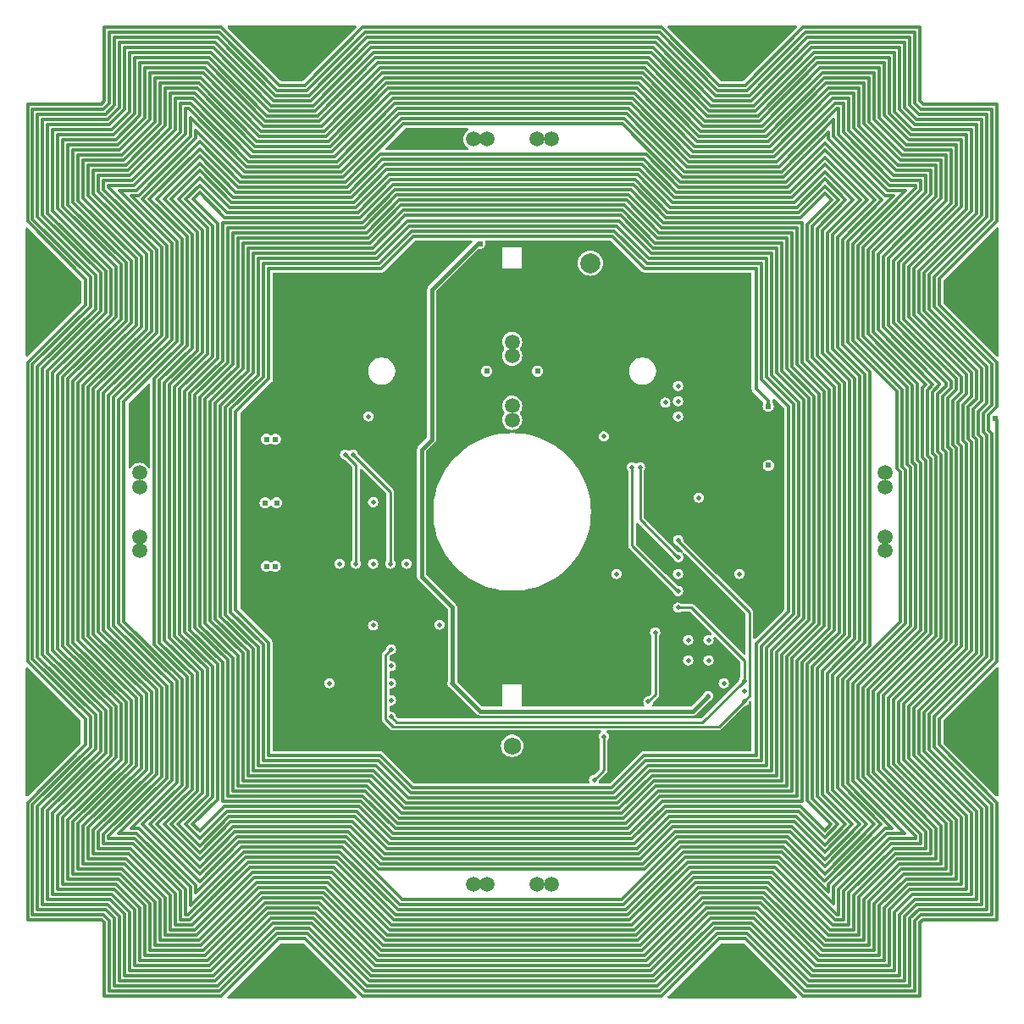
<source format=gbr>
%TF.GenerationSoftware,KiCad,Pcbnew,8.0.5*%
%TF.CreationDate,2025-02-27T20:38:43-05:00*%
%TF.ProjectId,Z-,5a2d2e6b-6963-4616-945f-706362585858,rev?*%
%TF.SameCoordinates,Original*%
%TF.FileFunction,Copper,L3,Inr*%
%TF.FilePolarity,Positive*%
%FSLAX46Y46*%
G04 Gerber Fmt 4.6, Leading zero omitted, Abs format (unit mm)*
G04 Created by KiCad (PCBNEW 8.0.5) date 2025-02-27 20:38:43*
%MOMM*%
%LPD*%
G01*
G04 APERTURE LIST*
%TA.AperFunction,ComponentPad*%
%ADD10C,0.762000*%
%TD*%
%TA.AperFunction,ComponentPad*%
%ADD11C,3.800000*%
%TD*%
%TA.AperFunction,ComponentPad*%
%ADD12C,1.727200*%
%TD*%
%TA.AperFunction,ComponentPad*%
%ADD13C,2.000000*%
%TD*%
%TA.AperFunction,ComponentPad*%
%ADD14C,1.500000*%
%TD*%
%TA.AperFunction,ViaPad*%
%ADD15C,0.508000*%
%TD*%
%TA.AperFunction,ViaPad*%
%ADD16C,0.609600*%
%TD*%
%TA.AperFunction,Conductor*%
%ADD17C,0.360680*%
%TD*%
%TA.AperFunction,Conductor*%
%ADD18C,0.381000*%
%TD*%
%TA.AperFunction,Conductor*%
%ADD19C,0.254000*%
%TD*%
G04 APERTURE END LIST*
D10*
%TO.N,GND*%
%TO.C,H2*%
X106520000Y-75860000D03*
X104964250Y-75215750D03*
X108075750Y-75215750D03*
X104320000Y-73660000D03*
D11*
X106520000Y-73660000D03*
D10*
X108720000Y-73660000D03*
X104964250Y-72104250D03*
X108075750Y-72104250D03*
X106520000Y-71460000D03*
%TD*%
D12*
%TO.N,Net-(AE3-A)*%
%TO.C,AE3*%
X152319600Y-119046599D03*
%TD*%
D13*
%TO.N,VBATT*%
%TO.C,H9*%
X160147000Y-70787000D03*
%TD*%
%TO.N,GND*%
%TO.C,H10*%
X160147000Y-75057000D03*
%TD*%
D14*
%TO.N,/Burn Wires/VBURN3*%
%TO.C,JP3*%
X152319600Y-86450000D03*
X152319600Y-85050000D03*
%TO.N,Net-(JP3-B)*%
X152319600Y-80050000D03*
X152319600Y-78650000D03*
%TD*%
D10*
%TO.N,GND*%
%TO.C,H8*%
X130320000Y-143660000D03*
X128764250Y-143015750D03*
X131875750Y-143015750D03*
X128120000Y-141460000D03*
D11*
X130320000Y-141460000D03*
D10*
X132520000Y-141460000D03*
X128764250Y-139904250D03*
X131875750Y-139904250D03*
X130320000Y-139260000D03*
%TD*%
%TO.N,GND*%
%TO.C,H5*%
X198120000Y-75860000D03*
X196564250Y-75215750D03*
X199675750Y-75215750D03*
X195920000Y-73660000D03*
D11*
X198120000Y-73660000D03*
D10*
X200320000Y-73660000D03*
X196564250Y-72104250D03*
X199675750Y-72104250D03*
X198120000Y-71460000D03*
%TD*%
%TO.N,GND*%
%TO.C,H7*%
X174320000Y-143660000D03*
X172764250Y-143015750D03*
X175875750Y-143015750D03*
X172120000Y-141460000D03*
D11*
X174320000Y-141460000D03*
D10*
X176520000Y-141460000D03*
X172764250Y-139904250D03*
X175875750Y-139904250D03*
X174320000Y-139260000D03*
%TD*%
D14*
%TO.N,/Burn Wires/VBURN1*%
%TO.C,JP1*%
X115062880Y-99559140D03*
X115062880Y-98159140D03*
%TO.N,Net-(JP1-B)*%
X115062880Y-93159140D03*
X115062880Y-91759140D03*
%TD*%
D10*
%TO.N,GND*%
%TO.C,H4*%
X174320000Y-52060000D03*
X172764250Y-51415750D03*
X175875750Y-51415750D03*
X172120000Y-49860000D03*
D11*
X174320000Y-49860000D03*
D10*
X176520000Y-49860000D03*
X172764250Y-48304250D03*
X175875750Y-48304250D03*
X174320000Y-47660000D03*
%TD*%
%TO.N,GND*%
%TO.C,H3*%
X130320000Y-52060000D03*
X128764250Y-51415750D03*
X131875750Y-51415750D03*
X128120000Y-49860000D03*
D11*
X130320000Y-49860000D03*
D10*
X132520000Y-49860000D03*
X128764250Y-48304250D03*
X131875750Y-48304250D03*
X130320000Y-47660000D03*
%TD*%
D14*
%TO.N,Net-(JP2-B)*%
%TO.C,JP5*%
X148419600Y-58402420D03*
X149819600Y-58402420D03*
%TO.N,Net-(JP5-B)*%
X154819600Y-58402420D03*
X156219600Y-58402420D03*
%TD*%
D10*
%TO.N,GND*%
%TO.C,H1*%
X106520000Y-119860000D03*
X104964250Y-119215750D03*
X108075750Y-119215750D03*
X104320000Y-117660000D03*
D11*
X106520000Y-117660000D03*
D10*
X108720000Y-117660000D03*
X104964250Y-116104250D03*
X108075750Y-116104250D03*
X106520000Y-115460000D03*
%TD*%
%TO.N,GND*%
%TO.C,H6*%
X198120000Y-119860000D03*
X196564250Y-119215750D03*
X199675750Y-119215750D03*
X195920000Y-117660000D03*
D11*
X198120000Y-117660000D03*
D10*
X200320000Y-117660000D03*
X196564250Y-116104250D03*
X199675750Y-116104250D03*
X198120000Y-115460000D03*
%TD*%
D14*
%TO.N,/Burn Wires/VBURN2*%
%TO.C,JP2*%
X149820860Y-132916721D03*
X148420860Y-132916721D03*
%TO.N,Net-(JP2-B)*%
X156220860Y-132916721D03*
X154820860Y-132916721D03*
%TD*%
%TO.N,Net-(JP1-B)*%
%TO.C,JP4*%
X189577580Y-98160000D03*
X189577580Y-99560000D03*
%TO.N,Net-(JP4-B)*%
X189577580Y-91760000D03*
X189577580Y-93160000D03*
%TD*%
D15*
%TO.N,GND*%
X172212000Y-118618000D03*
X172720000Y-117856000D03*
X153162000Y-121539000D03*
X176022000Y-91059000D03*
X163322000Y-70739000D03*
X163322000Y-75819000D03*
X148082000Y-83439000D03*
X163322000Y-106299000D03*
X143002000Y-85979000D03*
X132842000Y-103759000D03*
D16*
X156718000Y-69088000D03*
D15*
X155702000Y-70739000D03*
X165862000Y-75819000D03*
D16*
X129667000Y-74930000D03*
D15*
X176022000Y-96139000D03*
X178562000Y-101219000D03*
X148082000Y-80899000D03*
X148082000Y-111379000D03*
X127762000Y-85979000D03*
X155702000Y-113919000D03*
X132842000Y-80899000D03*
X148082000Y-75819000D03*
X155702000Y-103759000D03*
X158242000Y-73279000D03*
X166624000Y-99314000D03*
X155702000Y-85979000D03*
X130302000Y-96012000D03*
X160782000Y-96139000D03*
X168402000Y-75819000D03*
X173482000Y-78359000D03*
X130302000Y-106299000D03*
X165862000Y-83439000D03*
X168402000Y-73279000D03*
X130302000Y-102362000D03*
X148082000Y-118999000D03*
X143002000Y-58039000D03*
X155702000Y-118999000D03*
X158242000Y-80899000D03*
X160782000Y-98679000D03*
X130302000Y-83439000D03*
X167894000Y-90424000D03*
X170942000Y-80899000D03*
X155702000Y-111379000D03*
X160782000Y-85979000D03*
X163322000Y-93599000D03*
X158242000Y-106299000D03*
X143002000Y-121539000D03*
X163322000Y-80899000D03*
X148082000Y-121539000D03*
X150622000Y-121539000D03*
X148082000Y-103759000D03*
X158242000Y-88519000D03*
X160782000Y-103759000D03*
X143002000Y-118999000D03*
X160782000Y-101219000D03*
X158242000Y-108839000D03*
X153162000Y-111379000D03*
X155702000Y-106299000D03*
X173482000Y-75819000D03*
X163322000Y-96139000D03*
X142494000Y-115316000D03*
X168402000Y-80899000D03*
X170942000Y-75819000D03*
X134557000Y-86106000D03*
X158242000Y-78359000D03*
X145542000Y-85979000D03*
X178562000Y-103759000D03*
X132842000Y-106299000D03*
X145542000Y-121539000D03*
X148082000Y-70739000D03*
X163322000Y-83439000D03*
X176022000Y-93599000D03*
X148082000Y-85979000D03*
X135890000Y-103124000D03*
X160782000Y-80899000D03*
X130302000Y-89916000D03*
X165862000Y-78359000D03*
X158242000Y-103759000D03*
X165862000Y-73279000D03*
X148082000Y-73279000D03*
X148082000Y-108839000D03*
X153162000Y-108839000D03*
X158242000Y-83439000D03*
X145542000Y-118999000D03*
X137922000Y-110236000D03*
X173482000Y-80899000D03*
X167894000Y-89408000D03*
X145542000Y-58039000D03*
X160782000Y-106299000D03*
X155702000Y-121539000D03*
X163322000Y-85979000D03*
X176092999Y-103759000D03*
X115062000Y-88519000D03*
X158242000Y-75819000D03*
X170942000Y-78359000D03*
X160782000Y-78359000D03*
X163322000Y-78359000D03*
X170942000Y-73279000D03*
X130302000Y-98679000D03*
X166878000Y-90424000D03*
X166878000Y-89408000D03*
X148082000Y-78359000D03*
X168402000Y-78359000D03*
X158242000Y-70739000D03*
X176022000Y-85979000D03*
X130302000Y-80899000D03*
X140970000Y-98552000D03*
X178562000Y-96139000D03*
X115062000Y-85979000D03*
X137922000Y-118999000D03*
X160782000Y-93599000D03*
X158242000Y-85979000D03*
X150622000Y-108839000D03*
X163322000Y-108839000D03*
X132842000Y-111379000D03*
X132842000Y-108839000D03*
X171195999Y-104394000D03*
X173482000Y-73279000D03*
X160782000Y-108839000D03*
X150622000Y-118999000D03*
X160782000Y-83439000D03*
X178562000Y-98679000D03*
X140462000Y-118999000D03*
X135382000Y-91059000D03*
X150622000Y-111379000D03*
X130302000Y-108839000D03*
X150622000Y-85979000D03*
X145542000Y-101219000D03*
X163322000Y-73279000D03*
X130302000Y-111379000D03*
D16*
%TO.N,/coil*%
X177926599Y-85103001D03*
X177939300Y-90995801D03*
X200637200Y-86334798D03*
%TO.N,Net-(AE1-Pad1)*%
X154859599Y-81585000D03*
%TO.N,Net-(AE2-Pad1)*%
X149779600Y-81585000D03*
D15*
%TO.N,LS_3V3*%
X134049000Y-112776000D03*
D16*
X149098000Y-68834000D03*
D15*
X146367000Y-112776000D03*
X171932500Y-114046000D03*
X140208000Y-112776000D03*
%TO.N,BW_3V3*%
X138430000Y-94679000D03*
X138430000Y-100838000D03*
X138430000Y-106997000D03*
%TO.N,SDA*%
X175514000Y-114554000D03*
X168913999Y-98485000D03*
X141795000Y-100838000D03*
X140208000Y-109411000D03*
%TO.N,SCL*%
X168909999Y-105219000D03*
X135065000Y-100838000D03*
X175514000Y-112522000D03*
X140208000Y-116141000D03*
D16*
%TO.N,/Burn Wires/VBURN1*%
X128778000Y-94742000D03*
X127635000Y-94742000D03*
%TO.N,/Burn Wires/VBURN2*%
X128651000Y-101092000D03*
X127762000Y-101092000D03*
%TO.N,/Burn Wires/VBURN3*%
X128651000Y-88392000D03*
X127762000Y-88392000D03*
D15*
%TO.N,SCL_LS*%
X140208000Y-114491000D03*
%TO.N,SCL_M*%
X164317680Y-91184481D03*
X168909999Y-103569000D03*
%TO.N,SDA_LS*%
X140208000Y-111061000D03*
%TO.N,SDA_M*%
X165100000Y-91186000D03*
X168949499Y-100178500D03*
%TO.N,SCL_IO*%
X136715000Y-100838000D03*
X135636000Y-89916000D03*
%TO.N,PERI_3V3*%
X173482000Y-112776000D03*
X145059500Y-106934000D03*
X137985000Y-86106000D03*
%TO.N,SDA_IO*%
X140145000Y-100838000D03*
X136398000Y-89916000D03*
%TO.N,MAIN_3V3*%
X162751000Y-101854000D03*
X161481000Y-88102000D03*
X171005000Y-94234000D03*
X167640000Y-84737000D03*
X168910000Y-101854000D03*
X175514000Y-113538000D03*
X175068999Y-101854000D03*
%TO.N,/I2C Devices/VM*%
X169926000Y-108458000D03*
X168910000Y-83058000D03*
X168910000Y-86106000D03*
X171958000Y-108458000D03*
X169926000Y-110490000D03*
X171958000Y-110490000D03*
X168910000Y-84582000D03*
%TO.N,COIL_DRIVER_EN*%
X161481000Y-118110000D03*
X160528000Y-122428000D03*
%TO.N,Net-(Q20-D)*%
X165940500Y-114632500D03*
X166624000Y-107696000D03*
%TD*%
D17*
%TO.N,/coil*%
X191435140Y-120446998D02*
X197200940Y-126212798D01*
X111171140Y-119583398D02*
X111171140Y-115722598D01*
X189199940Y-126873198D02*
X189199940Y-126898598D01*
X190419140Y-129286198D02*
X185948740Y-133756598D01*
X164537000Y-128854400D02*
X167762340Y-125629060D01*
X169972140Y-60629998D02*
X178785941Y-60629998D01*
X112085540Y-47726798D02*
X123058340Y-47726798D01*
X172842340Y-53517998D02*
X175839540Y-53517998D01*
X106421340Y-109524998D02*
X106421340Y-81762798D01*
X106421340Y-133858198D02*
X106421340Y-125755598D01*
X191536740Y-59486998D02*
X196184941Y-59486998D01*
X168194140Y-126645060D02*
X168194140Y-126644597D01*
X118257740Y-64389198D02*
X121356540Y-67487998D01*
X176880940Y-56057998D02*
X182672140Y-50266798D01*
X178735140Y-109702798D02*
X181961400Y-106476537D01*
X118181540Y-53822798D02*
X120619940Y-53822798D01*
X185847140Y-112598398D02*
X185847141Y-122783798D01*
X106929340Y-65354398D02*
X106929340Y-57962998D01*
X124683940Y-63677998D02*
X121102540Y-60096598D01*
X141016600Y-64490800D02*
X137765403Y-67741998D01*
X125903140Y-130708598D02*
X120137339Y-136474398D01*
X194660940Y-90119398D02*
X194660940Y-108051798D01*
X167228940Y-67233540D02*
X163978200Y-63982800D01*
X134793139Y-60629998D02*
X140584340Y-54838798D01*
X113025340Y-106832598D02*
X113025339Y-84429798D01*
X125928540Y-69265998D02*
X125928540Y-81560060D01*
X183307602Y-111556999D02*
X186533400Y-108331200D01*
X124912540Y-63169998D02*
X121102540Y-59359998D01*
X187955340Y-139014398D02*
X183510340Y-139014398D01*
X183535740Y-132537398D02*
X179674940Y-128676598D01*
X168321141Y-64693998D02*
X168321140Y-64693541D01*
X167101940Y-124104598D02*
X180767140Y-124104599D01*
X184831140Y-123240998D02*
X184831140Y-112191997D01*
X117521140Y-126873198D02*
X121102540Y-130454598D01*
X195676940Y-126822398D02*
X195676940Y-131318198D01*
X110993340Y-62026998D02*
X114117540Y-62026998D01*
X121229540Y-139014398D02*
X116657540Y-139014398D01*
X139187342Y-130886400D02*
X165375200Y-130886400D01*
X187371140Y-78079798D02*
X187371600Y-78079798D01*
X179751140Y-81356398D02*
X179751140Y-68249998D01*
X171521540Y-134772598D02*
X165755739Y-140538398D01*
X198724940Y-56946998D02*
X198724940Y-65786198D01*
X199919200Y-87503198D02*
X200248940Y-87832938D01*
X175839540Y-53517998D02*
X181630740Y-47726798D01*
X191791200Y-90881858D02*
X192120940Y-91211598D01*
X120848540Y-79502660D02*
X117597340Y-82753860D01*
X177719140Y-70281998D02*
X165984340Y-70281998D01*
X170988140Y-58089998D02*
X177719140Y-58089998D01*
X189784140Y-127762197D02*
X184424739Y-133121598D01*
X116784540Y-77800398D02*
X116784540Y-69443798D01*
X114117540Y-49758798D02*
X122245540Y-49758798D01*
X194152940Y-63906599D02*
X188387140Y-69672398D01*
X185009400Y-82956598D02*
X182291600Y-80238798D01*
X121839140Y-140538398D02*
X115133540Y-140538399D01*
X185847140Y-78714798D02*
X190775200Y-83642858D01*
X113507940Y-60502998D02*
X117165540Y-56845398D01*
X117673540Y-57048598D02*
X117673540Y-53314798D01*
X136165198Y-127152599D02*
X139390999Y-130378400D01*
X118791140Y-112598398D02*
X113025340Y-106832598D01*
X135758798Y-128168598D02*
X138984600Y-131394400D01*
X177134940Y-134772598D02*
X171521540Y-134772598D01*
X115133540Y-50774798D02*
X121839140Y-50774798D01*
X165476800Y-60426800D02*
X139339738Y-60426800D01*
X193644940Y-127660598D02*
X193644940Y-129286198D01*
X176474540Y-55041998D02*
X182265740Y-49250798D01*
X180945400Y-84683800D02*
X178227600Y-81966000D01*
X109977340Y-127228798D02*
X115743140Y-121462998D01*
X137968140Y-68249998D02*
X124912540Y-68249998D01*
X119121340Y-83363460D02*
X119121339Y-107873540D01*
X164511140Y-137490398D02*
X140076340Y-137490398D01*
X142464400Y-68072200D02*
X139238602Y-71297998D01*
X183815140Y-79603798D02*
X183815140Y-67767398D01*
X189911140Y-76987598D02*
X195676940Y-82753398D01*
X183561140Y-127508198D02*
X184170740Y-126898598D01*
X114117540Y-135661598D02*
X112314140Y-133858198D01*
X118689540Y-57454998D02*
X118689540Y-54330798D01*
X185339140Y-78943398D02*
X185339600Y-78943397D01*
X105405340Y-65989398D02*
X105405340Y-56438998D01*
X107437340Y-132842198D02*
X107437340Y-126187398D01*
X192552740Y-136499798D02*
X192552740Y-143586398D01*
X187879140Y-121894799D02*
X193644940Y-127660598D01*
X134081940Y-132232598D02*
X126563540Y-132232599D01*
X141320940Y-134442399D02*
X135555140Y-128676598D01*
X187066340Y-126898598D02*
X183815140Y-123647398D01*
X109977340Y-108077198D02*
X109977340Y-83185198D01*
X113203140Y-120421598D02*
X113203140Y-114884398D01*
X119197540Y-54838798D02*
X120188140Y-54838798D01*
X121153339Y-107035340D02*
X124379140Y-110261141D01*
X128849540Y-53517998D02*
X131795940Y-53517999D01*
X187472740Y-134366198D02*
X187472740Y-138506398D01*
X177211139Y-109093198D02*
X180437400Y-105866938D01*
X114625540Y-50266798D02*
X122042340Y-50266798D01*
X180309940Y-127152598D02*
X183561140Y-130403798D01*
X178785941Y-60629998D02*
X184577140Y-54838798D01*
X192755940Y-134874198D02*
X191536740Y-136093398D01*
X196692940Y-82346998D02*
X196692940Y-83465058D01*
X116276540Y-77597198D02*
X116276540Y-69672397D01*
X123566340Y-125120599D02*
X137003397Y-125120598D01*
X132253140Y-136804598D02*
X128417740Y-136804598D01*
X190038140Y-63042998D02*
X192628940Y-63042998D01*
X193467140Y-75565198D02*
X199232940Y-81330999D01*
X193644940Y-62026998D02*
X193644940Y-63677998D01*
X119680140Y-64389198D02*
X122372540Y-67081598D01*
X123896540Y-80721860D02*
X120645341Y-83973060D01*
X182799600Y-67336058D02*
X182799140Y-67335598D01*
X109977340Y-61010998D02*
X113711140Y-61010998D01*
X170784940Y-58597998D02*
X177922340Y-58597998D01*
X139314340Y-51790798D02*
X165400140Y-51790798D01*
X182291140Y-124307798D02*
X182291140Y-111125198D01*
X180767140Y-124104599D02*
X180767141Y-110515598D01*
X103883880Y-80718858D02*
X109672540Y-74930198D01*
X117673540Y-53314798D02*
X120823140Y-53314798D01*
X136571598Y-126136598D02*
X139797400Y-129362400D01*
X113609540Y-135864798D02*
X112110940Y-134366198D01*
X138018940Y-48742798D02*
X166644740Y-48742798D01*
X126944540Y-70281998D02*
X126944540Y-81965998D01*
X139390999Y-130378400D02*
X165171538Y-130378400D01*
X197708940Y-88874798D02*
X197708940Y-109321798D01*
X115641540Y-140030398D02*
X115641540Y-135026598D01*
X185948740Y-54330798D02*
X185948740Y-57505798D01*
X172588340Y-137312598D02*
X166822540Y-143078398D01*
X122651940Y-142570398D02*
X113101540Y-142570399D01*
X185847141Y-122783798D02*
X190317540Y-127254198D01*
X133523140Y-57581998D02*
X139314340Y-51790798D01*
X114752540Y-76987598D02*
X114752540Y-70332798D01*
X184932740Y-135966398D02*
X184805740Y-135966398D01*
X132456340Y-136296598D02*
X128214540Y-136296598D01*
X196692940Y-64973398D02*
X190927140Y-70739197D01*
X135656740Y-62661998D02*
X141447940Y-56870798D01*
X122169340Y-106578140D02*
X125395140Y-109803940D01*
X186964741Y-134162998D02*
X186964740Y-137972998D01*
X128417740Y-136804598D02*
X122651940Y-142570398D01*
X181783599Y-66929657D02*
X181783140Y-66929198D01*
X171089740Y-133756598D02*
X165323940Y-139522398D01*
X193975140Y-119380198D02*
X199740940Y-125145998D01*
X190419140Y-70535998D02*
X190419140Y-76784398D01*
X191028740Y-49250798D02*
X191028741Y-55422998D01*
X108453340Y-126619198D02*
X114219140Y-120853398D01*
X164714340Y-137998398D02*
X139847740Y-137998398D01*
X121102540Y-129032198D02*
X123998140Y-126136598D01*
X113711140Y-114681198D02*
X107945340Y-108915398D01*
X182062540Y-48742798D02*
X191536740Y-48742798D01*
X187472740Y-138506398D02*
X183713540Y-138506399D01*
X195676940Y-108458198D02*
X189911140Y-114223998D01*
X195168940Y-64338398D02*
X189403140Y-70104198D01*
X113609540Y-142062398D02*
X113609540Y-135864798D01*
X178836740Y-130708598D02*
X169845140Y-130708598D01*
X197887200Y-88316458D02*
X198216940Y-88646199D01*
X113736540Y-76581198D02*
X113736540Y-70739198D01*
X108453340Y-64744798D02*
X108453340Y-59486998D01*
X179903540Y-63169998D02*
X168956140Y-63169998D01*
X120416740Y-64389198D02*
X122880540Y-66852998D01*
X196692940Y-89281198D02*
X196692940Y-108889998D01*
X181961400Y-84277858D02*
X179243140Y-81559598D01*
X103883880Y-124711657D02*
X109647140Y-118948398D01*
X184424739Y-133121598D02*
X184424740Y-134848798D01*
X191104940Y-106629398D02*
X185339140Y-112395198D01*
X165755739Y-140538398D02*
X138831739Y-140538398D01*
X132024540Y-54025997D02*
X137815739Y-48234798D01*
X186863140Y-122326598D02*
X192628940Y-128092398D01*
X199232940Y-109931398D02*
X193467140Y-115697198D01*
X176042740Y-137312598D02*
X172588340Y-137312598D01*
X138831739Y-140538398D02*
X133065940Y-134772598D01*
X167228940Y-67233998D02*
X167228940Y-67233540D01*
X124810940Y-128168598D02*
X135758798Y-128168598D01*
X170581740Y-59105998D02*
X178125540Y-59105998D01*
X120391340Y-126847797D02*
X120391340Y-126873198D01*
X119705540Y-133375598D02*
X114600140Y-128270198D01*
X193823200Y-83489998D02*
X193823200Y-90018258D01*
X134310540Y-131724598D02*
X126334940Y-131724598D01*
X112085540Y-136499799D02*
X111475940Y-135890198D01*
X125395140Y-122580597D02*
X138044340Y-122580597D01*
X110485340Y-61518998D02*
X113914339Y-61518998D01*
X198395199Y-85369598D02*
X198395200Y-88113258D01*
X182799598Y-80010197D02*
X182799140Y-80010197D01*
X194331200Y-83693198D02*
X194331200Y-89789658D01*
X186456740Y-137490398D02*
X184145340Y-137490398D01*
X167762340Y-125629060D02*
X167762340Y-125628598D01*
X187549400Y-108737600D02*
X187549401Y-81890258D01*
X183307140Y-123875998D02*
X183307140Y-111556998D01*
X111583880Y-144095258D02*
X111583880Y-136724083D01*
X120315140Y-123367998D02*
X116809940Y-126873198D01*
X138018940Y-142570398D02*
X132253140Y-136804598D01*
X120619940Y-53822798D02*
X126411140Y-59613998D01*
X180259139Y-81153198D02*
X180259140Y-67741998D01*
X179751140Y-110109198D02*
X179751602Y-110109198D01*
X183993399Y-107289800D02*
X183993400Y-83414258D01*
X103883880Y-54917938D02*
X111255055Y-54917938D01*
X169235540Y-129184599D02*
X163469740Y-134950398D01*
X115768540Y-69875598D02*
X109977340Y-64084398D01*
X137587140Y-47726798D02*
X167051140Y-47726798D01*
X184323598Y-79375198D02*
X184323601Y-79375198D01*
X125420542Y-68758000D02*
X125420539Y-68757998D01*
X198724940Y-134366198D02*
X192552740Y-134366198D01*
X181275140Y-66725998D02*
X167457540Y-66725998D01*
X192451140Y-120040598D02*
X198216940Y-125806398D01*
X120721540Y-132943798D02*
X115031940Y-127254198D01*
X183586540Y-60223598D02*
X180132140Y-63677998D01*
X200248940Y-80924598D02*
X200248940Y-84963659D01*
X114117540Y-141554399D02*
X114117540Y-135661598D01*
X165070400Y-61442800D02*
X139746138Y-61442800D01*
X107945340Y-64947998D02*
X107945340Y-58978998D01*
X105405340Y-81356398D02*
X111196540Y-75565198D01*
X185948740Y-57505798D02*
X190469940Y-62026998D01*
X198216940Y-109524999D02*
X192451140Y-115290798D01*
X125268140Y-129184598D02*
X120721540Y-133731198D01*
X192349540Y-57454998D02*
X198216940Y-57454999D01*
X192044740Y-143078398D02*
X181808540Y-143078398D01*
X190698540Y-61518998D02*
X194152941Y-61518998D01*
X169362540Y-62153998D02*
X179471740Y-62153998D01*
X126919140Y-121056598D02*
X138730598Y-121056598D01*
X186964740Y-53314798D02*
X186964740Y-57073998D01*
X165882740Y-121056598D02*
X177719140Y-121056598D01*
X103883880Y-110594338D02*
X103883880Y-80718858D01*
X125420539Y-68757998D02*
X125420540Y-81356860D01*
X138374540Y-69265998D02*
X125928540Y-69265998D01*
X198216940Y-125806398D02*
X198216940Y-133858198D01*
X191536740Y-48742798D02*
X191536740Y-55219798D01*
X116657540Y-56642198D02*
X116657540Y-52298798D01*
X168397341Y-127152598D02*
X180309940Y-127152598D01*
X120848540Y-67691198D02*
X120848540Y-79502660D01*
X191028741Y-55422998D02*
X192552740Y-56946998D01*
X198216940Y-133858198D02*
X192324140Y-133858198D01*
X122169340Y-84608060D02*
X122169340Y-106578140D01*
X139746140Y-52806798D02*
X164993740Y-52806798D01*
X127427140Y-57073998D02*
X133319940Y-57073998D01*
X183916740Y-58343998D02*
X189631740Y-64058998D01*
X117673540Y-134213798D02*
X113761940Y-130302198D01*
X172435940Y-54533999D02*
X176271340Y-54533998D01*
X163368140Y-56870798D02*
X169159340Y-62661999D01*
X128620939Y-137312598D02*
X122855140Y-143078398D01*
X191943139Y-58470998D02*
X197200941Y-58470998D01*
X127935140Y-108712198D02*
X127935140Y-120040598D01*
X178227600Y-81965998D02*
X178227140Y-81965998D01*
X122448740Y-142062398D02*
X113609540Y-142062398D01*
X193644940Y-129286198D02*
X190419140Y-129286198D01*
X112695140Y-58470998D02*
X115133540Y-56032598D01*
X122448740Y-49250798D02*
X128239940Y-55041998D01*
X181783598Y-80467398D02*
X181783599Y-80467398D01*
X126817541Y-58597998D02*
X133954940Y-58597999D01*
X200248940Y-55422999D02*
X200248940Y-66395798D01*
X115743140Y-113842998D02*
X109977340Y-108077198D01*
X119121339Y-107873540D02*
X122347139Y-111099340D01*
X167051140Y-143586398D02*
X137612540Y-143586398D01*
X175839540Y-137820598D02*
X172816940Y-137820598D01*
X108961340Y-82778798D02*
X114752540Y-76987598D01*
X188996740Y-56235798D02*
X191739940Y-58978998D01*
X138603140Y-69773998D02*
X126436539Y-69773998D01*
X163876140Y-135966398D02*
X140685940Y-135966398D01*
X110180541Y-75133398D02*
X110180540Y-72186998D01*
X133751740Y-58089998D02*
X139542940Y-52298798D01*
X183561140Y-129667198D02*
X186329740Y-126898598D01*
X188488740Y-139522398D02*
X183307140Y-139522398D01*
X115743140Y-121462998D02*
X115743140Y-113842998D01*
X122245539Y-141554398D02*
X114117540Y-141554399D01*
X187472740Y-52806798D02*
X187472740Y-56845398D01*
X183307600Y-79806998D02*
X183307140Y-79806998D01*
X108453340Y-108712198D02*
X108453340Y-82575598D01*
X110993339Y-63652598D02*
X110993340Y-62026998D01*
X192146340Y-57962998D02*
X197708940Y-57962998D01*
X105405340Y-56438998D02*
X111882340Y-56438998D01*
X169159340Y-62661999D02*
X179700340Y-62661998D01*
X171953340Y-135788598D02*
X166187541Y-141554398D01*
X138171800Y-68758000D02*
X125420542Y-68758000D01*
X183103940Y-51282798D02*
X188996740Y-51282798D01*
X122880540Y-66852998D02*
X122880540Y-80315460D01*
X124048940Y-65201998D02*
X121102540Y-62255598D01*
X165577937Y-131394400D02*
X168803740Y-128168598D01*
X192628940Y-107238998D02*
X186863140Y-113004798D01*
X109469340Y-127025598D02*
X115235140Y-121259798D01*
X121000940Y-138506398D02*
X117165540Y-138506399D01*
X134158140Y-59105998D02*
X139949340Y-53314798D01*
X111501340Y-127863798D02*
X117267140Y-122097998D01*
X187371600Y-78079798D02*
X192299200Y-83007398D01*
X133091340Y-56565998D02*
X138882540Y-50774798D01*
X193467140Y-115697198D02*
X193467140Y-119608798D01*
X121102540Y-60833198D02*
X117546540Y-64389198D01*
X182672140Y-50266798D02*
X190012740Y-50266798D01*
X121432740Y-51790798D02*
X127223940Y-57581998D01*
X111196540Y-75565198D02*
X111196540Y-71780597D01*
X198724940Y-109728198D02*
X192959140Y-115493998D01*
X114727140Y-121056598D02*
X114727140Y-114249398D01*
X188057399Y-81661200D02*
X185339598Y-78943398D01*
X200761200Y-66594738D02*
X194991140Y-72364798D01*
X133472340Y-133756598D02*
X127198540Y-133756598D01*
X106929340Y-81965998D02*
X112720540Y-76174798D01*
X123260680Y-144095258D02*
X111583880Y-144095258D01*
X187371140Y-69240598D02*
X187371140Y-78079798D01*
X187980740Y-52298798D02*
X187980740Y-56642199D01*
X179700340Y-62661998D02*
X183586540Y-58775798D01*
X169768940Y-61137998D02*
X179014540Y-61137998D01*
X115768540Y-77393998D02*
X115768540Y-69875598D01*
X141499200Y-125298401D02*
X163063338Y-125298400D01*
X166898740Y-123596598D02*
X180259139Y-123596598D01*
X192451140Y-71348798D02*
X192451140Y-75971598D01*
X127452539Y-70789998D02*
X127452540Y-82169198D01*
X197708940Y-83896858D02*
X196871200Y-84734598D01*
X182977400Y-106883400D02*
X182977400Y-83870998D01*
X120137339Y-136474398D02*
X119197540Y-136474399D01*
X192044740Y-136296598D02*
X192044740Y-143078398D01*
X173020139Y-138328598D02*
X167253480Y-144095257D01*
X121077140Y-62992198D02*
X119680140Y-64389198D01*
X123185800Y-85013538D02*
X123185800Y-106146800D01*
X126614340Y-59105998D02*
X134158140Y-59105998D01*
X183586540Y-58775798D02*
X183611940Y-58775798D01*
X118232339Y-126873198D02*
X121102540Y-129743398D01*
X129052740Y-53009998D02*
X131592740Y-53009997D01*
X179471740Y-62153998D02*
X183916740Y-57708998D01*
X191689140Y-132334198D02*
X188996740Y-135026598D01*
X189911140Y-114223998D02*
X189911140Y-121056598D01*
X107437340Y-65151198D02*
X107437340Y-58470998D01*
X126106340Y-131216598D02*
X120340540Y-136982398D01*
X163774542Y-64490800D02*
X141016600Y-64490800D01*
X185440740Y-57734398D02*
X190241340Y-62534998D01*
X187980740Y-134569398D02*
X187980740Y-138988998D01*
X197200940Y-82143798D02*
X197200940Y-83668258D01*
X110485340Y-83388398D02*
X116276540Y-77597198D01*
X188895140Y-113817598D02*
X188895140Y-121488398D01*
X199232940Y-56438999D02*
X199232940Y-65989398D01*
X191028740Y-130810198D02*
X187472740Y-134366198D01*
X163469740Y-134950398D02*
X141092340Y-134950397D01*
X165704942Y-59918800D02*
X139111600Y-59918800D01*
X177312740Y-57073998D02*
X183103940Y-51282798D01*
X116149540Y-51790798D02*
X121432740Y-51790798D01*
X127452540Y-82169198D02*
X124201800Y-85419938D01*
X135555140Y-128676598D02*
X125039540Y-128676598D01*
X164638142Y-62458800D02*
X140177938Y-62458800D01*
X177211140Y-82397798D02*
X177211140Y-70789998D01*
X196692940Y-83465058D02*
X195855201Y-84302798D01*
X194839200Y-89586458D02*
X195168940Y-89916198D01*
X197200940Y-65176598D02*
X191435140Y-70942398D01*
X126411139Y-121564598D02*
X138501540Y-121564598D01*
X116809940Y-126873198D02*
X121102540Y-131165798D01*
X195067800Y-82854998D02*
X195067800Y-82956598D01*
X191943140Y-120243798D02*
X197708940Y-126009598D01*
X118181540Y-57251797D02*
X118181540Y-53822798D01*
X121102540Y-128320998D02*
X123794941Y-125628598D01*
X184323140Y-123444198D02*
X184323140Y-111963398D01*
X199411200Y-85801398D02*
X199411199Y-87706858D01*
X182291140Y-80238798D02*
X182291140Y-67132398D01*
X127427139Y-108940340D02*
X127427139Y-120548598D01*
X112009340Y-63042998D02*
X114549340Y-63042998D01*
X105913340Y-56946998D02*
X112085540Y-56946998D01*
X196184940Y-82550199D02*
X196184940Y-83261858D01*
X163469738Y-126314400D02*
X166695540Y-123088598D01*
X114549340Y-63042998D02*
X119705540Y-57886798D01*
X178735140Y-81762798D02*
X178735140Y-69265998D01*
X114295340Y-64058998D02*
X114981140Y-64058998D01*
X128824140Y-137820598D02*
X123058340Y-143586398D01*
X191536740Y-136093398D02*
X191536740Y-142570398D01*
X177338139Y-134264598D02*
X171318340Y-134264598D01*
X108961340Y-64541597D02*
X108961340Y-59994998D01*
X122677800Y-106350000D02*
X125903140Y-109575340D01*
X182291140Y-67132398D02*
X184958141Y-64465398D01*
X194381540Y-82905798D02*
X194381540Y-82931658D01*
X120823140Y-111708940D02*
X120823140Y-123571198D01*
X113025340Y-127762197D02*
X118283140Y-122504397D01*
X110485340Y-127457398D02*
X116251140Y-121691598D01*
X121635940Y-140030398D02*
X115641540Y-140030398D01*
X164206342Y-63474800D02*
X140584800Y-63474800D01*
X131846740Y-137820598D02*
X128824140Y-137820598D01*
X140584340Y-54838798D02*
X164180940Y-54838798D01*
X121102540Y-63728798D02*
X121077140Y-63728798D01*
X185009400Y-107696200D02*
X185009400Y-82956598D01*
X184805741Y-55346798D02*
X184932740Y-55346798D01*
X167457540Y-66725998D02*
X164206342Y-63474800D01*
X200761200Y-110587538D02*
X194991140Y-116357597D01*
X175610940Y-53009998D02*
X181403000Y-47217938D01*
X166212941Y-69773998D02*
X166212940Y-69773541D01*
X109647140Y-118948398D02*
X109647140Y-116357598D01*
X181605340Y-143586399D02*
X175839540Y-137820598D01*
X104389340Y-66395798D02*
X104389340Y-55422998D01*
X187472740Y-56845398D02*
X191130340Y-60502998D01*
X191638340Y-63550998D02*
X186355140Y-68834198D01*
X114219141Y-114477998D02*
X108453340Y-108712198D01*
X105405340Y-109956798D02*
X105405340Y-81356398D01*
X112720540Y-71145598D02*
X106929340Y-65354398D01*
X117775140Y-113030198D02*
X112009339Y-107264398D01*
X114117540Y-62026998D02*
X118689540Y-57454998D01*
X113711140Y-120650198D02*
X113711140Y-114681198D01*
X180767141Y-110515598D02*
X180767602Y-110515598D01*
X132862740Y-135280598D02*
X127808140Y-135280598D01*
X183510340Y-139014398D02*
X177744540Y-133248598D01*
X188057399Y-108965738D02*
X188057399Y-81661200D01*
X168727540Y-63677540D02*
X165476800Y-60426800D01*
X166289140Y-122072598D02*
X178735140Y-122072598D01*
X111501340Y-107467598D02*
X111501340Y-83794798D01*
X197887200Y-85166398D02*
X197887200Y-88316458D01*
X120569140Y-137490399D02*
X118181540Y-137490399D01*
X196692940Y-132334198D02*
X191689140Y-132334198D01*
X200248940Y-84963659D02*
X199411200Y-85801398D01*
X106421340Y-125755598D02*
X112187140Y-119989798D01*
X112898340Y-58978998D02*
X115641540Y-56235798D01*
X196692940Y-126415998D02*
X196692940Y-132334198D01*
X121077140Y-63728798D02*
X120416740Y-64389198D01*
X190927140Y-70739197D02*
X190927140Y-76581198D01*
X164282540Y-136982398D02*
X140279540Y-136982398D01*
X140685940Y-135966398D02*
X134920140Y-130200598D01*
X109672540Y-74930198D02*
X109672540Y-72390198D01*
X180437400Y-84912400D02*
X177719600Y-82194600D01*
X184932740Y-133350198D02*
X184932740Y-135966398D01*
X123363140Y-124612597D02*
X137206140Y-124612597D01*
X186355600Y-78486198D02*
X191283199Y-83413798D01*
X135453540Y-62153998D02*
X141244741Y-56362798D01*
X113609540Y-55422998D02*
X113609540Y-49250798D01*
X178227600Y-81966000D02*
X178227600Y-81965998D01*
X183510340Y-52298798D02*
X187980740Y-52298798D01*
X113101540Y-59486998D02*
X116149540Y-56438998D01*
X186533400Y-82322058D02*
X183815140Y-79603798D01*
X133954940Y-58597999D02*
X139746140Y-52806798D01*
X195168940Y-89916198D02*
X195168941Y-108254998D01*
X197708940Y-57962998D02*
X197708940Y-65379798D01*
X177211140Y-70789998D02*
X165781139Y-70789998D01*
X141042000Y-126314400D02*
X163469738Y-126314400D01*
X192451140Y-75971598D02*
X198216940Y-81737398D01*
X113101540Y-55219798D02*
X113101540Y-48742798D01*
X177922340Y-58597998D02*
X183713540Y-52806798D01*
X119324540Y-78841798D02*
X119324540Y-68351598D01*
X111679140Y-55930998D02*
X112593540Y-55016598D01*
X137536340Y-67233998D02*
X123896540Y-67233998D01*
X166822540Y-143078398D02*
X137815740Y-143078398D01*
X180563941Y-64693998D02*
X168321141Y-64693998D01*
X111583880Y-54589113D02*
X111583880Y-47217938D01*
X177541340Y-133756598D02*
X171089740Y-133756598D01*
X117546540Y-64389198D02*
X120848540Y-67691198D01*
X167889339Y-65709998D02*
X164638142Y-62458800D01*
X104389340Y-80924598D02*
X110180541Y-75133398D01*
X116809940Y-64389198D02*
X120340540Y-67919798D01*
X123260680Y-47217938D02*
X129052740Y-53009998D01*
X125903140Y-109575340D02*
X125903140Y-122072598D01*
X139797400Y-129362400D02*
X164765138Y-129362400D01*
X167686140Y-66217998D02*
X167686140Y-66217540D01*
X183611940Y-58775798D02*
X189301540Y-64465398D01*
X182011740Y-142570398D02*
X176245940Y-136804598D01*
X199919200Y-86004598D02*
X199919200Y-87503198D01*
X116784540Y-69443798D02*
X110993339Y-63652598D01*
X138425340Y-141554398D02*
X132659540Y-135788598D01*
X113914339Y-61518998D02*
X118181540Y-57251797D01*
X198903200Y-87910058D02*
X199232940Y-88239798D01*
X193390025Y-136395258D02*
X193061200Y-136724083D01*
X121661341Y-84378998D02*
X121661340Y-106806740D01*
X178328740Y-59613998D02*
X184119940Y-53822798D01*
X117597340Y-82753860D02*
X117597340Y-108483140D01*
X189580940Y-127254198D02*
X183916740Y-132918398D01*
X125420540Y-81356860D02*
X122169340Y-84608060D01*
X122855140Y-124383998D02*
X120391340Y-126847797D01*
X199232940Y-134874198D02*
X192755940Y-134874198D01*
X199740940Y-55930998D02*
X199740940Y-66192598D01*
X193162340Y-135890198D02*
X192552740Y-136499798D01*
X193644940Y-107645398D02*
X187879141Y-113411198D01*
X186939340Y-137998398D02*
X183916740Y-137998398D01*
X190927140Y-76581198D02*
X196692940Y-82346998D01*
X139441340Y-139014398D02*
X133675539Y-133248598D01*
X113228540Y-76377998D02*
X113228541Y-70942398D01*
X189199940Y-126898598D02*
X183561140Y-132537398D01*
X178125540Y-59105998D02*
X183916741Y-53314798D01*
X167686140Y-66217540D02*
X164435400Y-62966800D01*
X105913340Y-125552398D02*
X111679140Y-119786598D01*
X111171140Y-115722598D02*
X105405340Y-109956798D01*
X138958740Y-120548598D02*
X142184542Y-123774400D01*
X140229200Y-128346400D02*
X164333338Y-128346400D01*
X188564939Y-64465398D02*
X183586539Y-59486998D01*
X122042340Y-50266798D02*
X127833540Y-56057998D01*
X114219140Y-120853398D02*
X114219141Y-114477998D01*
X179039940Y-130200598D02*
X169641940Y-130200598D01*
X139949340Y-53314798D02*
X164790540Y-53314798D01*
X189631740Y-64058998D02*
X190419140Y-64058998D01*
X177211139Y-120548598D02*
X177211139Y-109093198D01*
X127630340Y-56565998D02*
X133091340Y-56565998D01*
X179243140Y-109905998D02*
X182469400Y-106679738D01*
X190012740Y-128270198D02*
X184932740Y-133350198D01*
X112009340Y-83997998D02*
X117800540Y-78206798D01*
X182291600Y-80238798D02*
X182291140Y-80238798D01*
X183561139Y-131114998D02*
X187777539Y-126898598D01*
X184602540Y-136474399D02*
X178836740Y-130708598D01*
X182799140Y-80010197D02*
X182799600Y-80010198D01*
X184348540Y-54330798D02*
X185948740Y-54330798D01*
X109977340Y-83185198D02*
X115768540Y-77393998D01*
X141447940Y-56870798D02*
X163368140Y-56870798D01*
X165806540Y-50774798D02*
X171597740Y-56565998D01*
X168117940Y-65201998D02*
X164866742Y-61950800D01*
X164993740Y-52806798D02*
X170784940Y-58597998D01*
X189403140Y-77190798D02*
X194686340Y-82473998D01*
X193315200Y-83286798D02*
X193315200Y-90221458D01*
X192959140Y-135382198D02*
X192044740Y-136296598D01*
X199232940Y-81330999D02*
X199232940Y-84531858D01*
X137815740Y-143078398D02*
X132049941Y-137312598D01*
X194839200Y-83896398D02*
X194839200Y-89586458D01*
X187879141Y-113411198D02*
X187879140Y-121894799D01*
X165400140Y-51790798D02*
X171191340Y-57581998D01*
X135123340Y-129692598D02*
X125496740Y-129692598D01*
X122347140Y-124180798D02*
X119654740Y-126873198D01*
X172816940Y-137820598D02*
X167051140Y-143586398D01*
X193061200Y-144095258D02*
X181403000Y-144095258D01*
X193136940Y-128778197D02*
X190215940Y-128778198D01*
X191943140Y-115087598D02*
X191943140Y-120243798D01*
X116149540Y-134823398D02*
X113152340Y-131826198D01*
X194483140Y-119176998D02*
X200248940Y-124942799D01*
X179014540Y-61137998D02*
X184805741Y-55346798D01*
X183307140Y-67538798D02*
X186380540Y-64465398D01*
X180259139Y-123596598D02*
X180259139Y-110312398D01*
X183586540Y-62382598D02*
X180767140Y-65201998D01*
X115387540Y-126873198D02*
X119299140Y-122961598D01*
X193390025Y-54917938D02*
X200759880Y-54917938D01*
X138628540Y-141046398D02*
X132862740Y-135280598D01*
X107945340Y-126415998D02*
X113711140Y-120650198D01*
X137206140Y-124612597D02*
X140431942Y-127838400D01*
X163368142Y-65506800D02*
X141423000Y-65506800D01*
X111679140Y-115493998D02*
X105913340Y-109728198D01*
X104897340Y-135382198D02*
X104897340Y-125120598D01*
X132659540Y-55549998D02*
X138450740Y-49758798D01*
X187777539Y-126898598D02*
X184323140Y-123444198D01*
X183307140Y-111556998D02*
X183307602Y-111556999D01*
X113355540Y-131318199D02*
X108961340Y-131318198D01*
X191028740Y-135890198D02*
X191028740Y-142062398D01*
X113228541Y-70942398D02*
X107437340Y-65151198D01*
X186355140Y-68834198D02*
X186355140Y-78486198D01*
X113533340Y-106603998D02*
X113533340Y-84632998D01*
X170378541Y-59613998D02*
X178328740Y-59613998D01*
X132227740Y-54533998D02*
X138018940Y-48742798D01*
X109469340Y-60502998D02*
X113507940Y-60502998D01*
X194991140Y-72364798D02*
X194991140Y-74955597D01*
X170480140Y-132232598D02*
X164714340Y-137998398D01*
X191435140Y-114858998D02*
X191435140Y-120446998D01*
X110155140Y-116154398D02*
X104389340Y-110388598D01*
X166492340Y-122581060D02*
X166492340Y-122580598D01*
X195676940Y-83058658D02*
X194839200Y-83896398D01*
X136494940Y-64693998D02*
X124252140Y-64693998D01*
X127960540Y-71297998D02*
X127960540Y-82372860D01*
X124404540Y-80925060D02*
X121153340Y-84176260D01*
X138501540Y-121564598D02*
X141727342Y-124790400D01*
X184932740Y-55346798D02*
X184932740Y-57937598D01*
X197708940Y-126009598D02*
X197708940Y-133350198D01*
X118283140Y-122504397D02*
X118283140Y-112801598D01*
X187980740Y-56642199D02*
X191333540Y-59994998D01*
X194686800Y-82473998D02*
X195067800Y-82854998D01*
X184881940Y-126898598D02*
X182291140Y-124307798D01*
X137815739Y-48234798D02*
X166847940Y-48234798D01*
X112593540Y-55016598D02*
X112593540Y-48234798D01*
X194152940Y-107848598D02*
X188387140Y-113614398D01*
X120391340Y-126873198D02*
X121102540Y-127584398D01*
X164333338Y-128346400D02*
X167559140Y-125120598D01*
X107437340Y-109118598D02*
X107437340Y-82169198D01*
X104389340Y-124917398D02*
X110155140Y-119151598D01*
X166492340Y-122580598D02*
X179243139Y-122580598D01*
X190215940Y-128778198D02*
X185440740Y-133553398D01*
X121839140Y-123977598D02*
X118943540Y-126873198D01*
X195676940Y-89712998D02*
X195676940Y-108458198D01*
X189504740Y-50774798D02*
X189504740Y-56032598D01*
X121331139Y-123774398D02*
X118232339Y-126873198D01*
X192628940Y-63042998D02*
X192628940Y-63271598D01*
X181783140Y-110921998D02*
X181809002Y-110921998D01*
X121661340Y-106806740D02*
X124887140Y-110032540D01*
X106929340Y-125984199D02*
X112695140Y-120218398D01*
X168524340Y-64185998D02*
X165273142Y-60934800D01*
X195676940Y-131318198D02*
X191231940Y-131318198D01*
X127401739Y-134264598D02*
X121635940Y-140030398D01*
X194483140Y-72161598D02*
X194483140Y-75158798D01*
X200637200Y-86334798D02*
X200761200Y-86458798D01*
X126334940Y-131724598D02*
X120569140Y-137490399D01*
X125928540Y-81560060D02*
X122677799Y-84810800D01*
X139847740Y-137998398D02*
X134081940Y-132232598D01*
X125344340Y-62153998D02*
X135453540Y-62153998D01*
X124404540Y-127152599D02*
X136165198Y-127152599D01*
X116149540Y-56438998D02*
X116149540Y-51790798D01*
X120213540Y-58115398D02*
X120213540Y-56286598D01*
X133319940Y-57073998D02*
X139111140Y-51282798D01*
X114244540Y-70535998D02*
X108453340Y-64744798D01*
X183485400Y-107086138D02*
X183485400Y-83642400D01*
X176042740Y-54025998D02*
X181833940Y-48234798D01*
X107945340Y-58978998D02*
X112898340Y-58978998D01*
X197200940Y-83668258D02*
X196363200Y-84505998D01*
X181783140Y-66929198D02*
X184246940Y-64465398D01*
X172181939Y-136296598D02*
X166416140Y-142062398D01*
X127935140Y-120040598D02*
X139162398Y-120040598D01*
X195347200Y-84099598D02*
X195347200Y-89383258D01*
X112085540Y-143586399D02*
X112085540Y-136499799D01*
X117267140Y-113233398D02*
X111501340Y-107467598D01*
X168600540Y-127660598D02*
X180106740Y-127660598D01*
X119197540Y-133578798D02*
X114396940Y-128778197D01*
X125903140Y-122072598D02*
X138273398Y-122072598D01*
X193670340Y-82931198D02*
X193670800Y-82931198D01*
X114244540Y-76784398D02*
X114244540Y-70535998D01*
X112110940Y-134366198D02*
X105913340Y-134366198D01*
X197200941Y-58470998D02*
X197200940Y-65176598D01*
X198724940Y-88442998D02*
X198724940Y-109728198D01*
X140787538Y-63982800D02*
X137536340Y-67233998D01*
X167253480Y-47217937D02*
X173045540Y-53009997D01*
X105405340Y-134874198D02*
X105405340Y-125349198D01*
X191943140Y-76174799D02*
X197708940Y-81940598D01*
X113609540Y-49250798D02*
X122448740Y-49250798D01*
X126995340Y-133248598D02*
X121229540Y-139014398D01*
X191791200Y-83211058D02*
X191791200Y-90881858D01*
X179929400Y-85115598D02*
X177211600Y-82397798D01*
X123896540Y-67233998D02*
X123896540Y-80721860D01*
X109469340Y-130810198D02*
X109469340Y-127025598D01*
X111501340Y-83794798D02*
X117292540Y-78003598D01*
X141956400Y-124282400D02*
X162656938Y-124282400D01*
X125115740Y-62661998D02*
X135656740Y-62661998D01*
X112491940Y-57962998D02*
X114625540Y-55829398D01*
X136723540Y-65201998D02*
X124048940Y-65201998D01*
X171724740Y-135280598D02*
X165958940Y-141046398D01*
X182265740Y-49250798D02*
X191028740Y-49250798D01*
X199740940Y-66192598D02*
X193975139Y-71958398D01*
X197708940Y-81940598D02*
X197708940Y-83896858D01*
X122855140Y-110870740D02*
X122855140Y-124383998D01*
X200756940Y-85166858D02*
X199919200Y-86004598D01*
X183307140Y-139522398D02*
X177541340Y-133756598D01*
X169641940Y-130200598D02*
X163876140Y-135966398D01*
X184323140Y-111963398D02*
X184323602Y-111963398D01*
X137129940Y-66217998D02*
X123591740Y-66217998D01*
X185948740Y-133756598D02*
X185948740Y-136982398D01*
X192044740Y-55016598D02*
X192959140Y-55930998D01*
X177719599Y-82194598D02*
X177719140Y-82194598D01*
X182443539Y-141554398D02*
X176677740Y-135788598D01*
X113101540Y-48742798D02*
X122651940Y-48742798D01*
X104389340Y-110388598D02*
X104389340Y-80924598D01*
X179268540Y-129692598D02*
X169438740Y-129692598D01*
X180767600Y-80924598D02*
X180767140Y-80924598D01*
X182900740Y-140538398D02*
X177134940Y-134772598D01*
X192095540Y-133350199D02*
X190012740Y-135432999D01*
X141828938Y-66548200D02*
X138603140Y-69773998D01*
X117292540Y-69215198D02*
X111501340Y-63423998D01*
X181809002Y-110921998D02*
X181809002Y-110896598D01*
X118689540Y-136982398D02*
X118689540Y-133807398D01*
X187371140Y-113207998D02*
X187371140Y-122123398D01*
X179243140Y-68757998D02*
X166619340Y-68757998D01*
X184170740Y-126898598D02*
X181783140Y-124510998D01*
X181809002Y-110896598D02*
X185009400Y-107696200D01*
X118105340Y-82957060D02*
X118105340Y-108279940D01*
X166847940Y-48234798D02*
X172639140Y-54025998D01*
X112085540Y-56946998D02*
X113609540Y-55422998D01*
X194483140Y-75158798D02*
X200248940Y-80924598D01*
X184424740Y-58140798D02*
X189834940Y-63550997D01*
X188488740Y-51790798D02*
X188488740Y-56438998D01*
X107945340Y-82372399D02*
X113736540Y-76581198D01*
X124201800Y-105715000D02*
X127427139Y-108940340D01*
X176677740Y-135788598D02*
X171953340Y-135788598D01*
X193061200Y-47217938D02*
X193061200Y-54589113D01*
X113965140Y-129794197D02*
X110485340Y-129794198D01*
X193975140Y-115900398D02*
X193975140Y-119380198D01*
X195855201Y-89154658D02*
X196184940Y-89484397D01*
X110993340Y-83591599D02*
X116784540Y-77800398D01*
X188488740Y-126898598D02*
X184831140Y-123240998D01*
X126944540Y-81965998D02*
X123693799Y-85216738D01*
X177744540Y-133248598D02*
X170886540Y-133248598D01*
X164866742Y-61950800D02*
X139974738Y-61950801D01*
X190419140Y-76784398D02*
X196184940Y-82550199D01*
X190622340Y-129794198D02*
X186456740Y-133959798D01*
X193061200Y-136724083D02*
X193061200Y-144095258D01*
X171394540Y-57073998D02*
X177312740Y-57073998D01*
X165781139Y-70789540D02*
X162555800Y-67564200D01*
X105913340Y-109728198D02*
X105913340Y-81559598D01*
X124912540Y-68249998D02*
X124912540Y-81127798D01*
X181453400Y-106273338D02*
X181453400Y-84480600D01*
X169438740Y-129692598D02*
X163672940Y-135458398D01*
X141625738Y-66014800D02*
X138374540Y-69265998D01*
X182469400Y-84074200D02*
X179751600Y-81356400D01*
X193467140Y-71755198D02*
X193467140Y-75565198D01*
X191739940Y-58978998D02*
X196692940Y-58978998D01*
X199232940Y-88239798D02*
X199232940Y-109931398D01*
X186355140Y-78486198D02*
X186355600Y-78486198D01*
X177515940Y-57581999D02*
X183307140Y-51790798D01*
X128036740Y-55549998D02*
X132659540Y-55549998D01*
X115260541Y-77190798D02*
X115260540Y-70104199D01*
X179243140Y-81559598D02*
X179243140Y-68757998D01*
X178379540Y-131724598D02*
X170276940Y-131724598D01*
X139644540Y-138506398D02*
X133878740Y-132740598D01*
X189504740Y-135229798D02*
X189504740Y-140538398D01*
X192552740Y-56946998D02*
X198724940Y-56946998D01*
X124201340Y-126644598D02*
X136367940Y-126644598D01*
X180538540Y-126644597D02*
X183561140Y-129667198D01*
X193315200Y-90221458D02*
X193644940Y-90551198D01*
X177719140Y-82194598D02*
X177719140Y-70281998D01*
X192552740Y-47726798D02*
X192552740Y-54813398D01*
X166644740Y-48742798D02*
X172435940Y-54533999D01*
X138806802Y-70281998D02*
X126944540Y-70281998D01*
X109647140Y-116357598D02*
X103883880Y-110594338D01*
X111501340Y-128778198D02*
X111501340Y-127863798D01*
X164968800Y-129870400D02*
X168194140Y-126645060D01*
X120188140Y-54838798D02*
X125979340Y-60629998D01*
X163165400Y-66014800D02*
X141625738Y-66014800D01*
X192807200Y-82804198D02*
X192807200Y-90450058D01*
X197379200Y-88545058D02*
X197708940Y-88874798D01*
X166416140Y-142062398D02*
X138222140Y-142062398D01*
X181403000Y-144095258D02*
X175636340Y-138328598D01*
X117165540Y-134416998D02*
X113558740Y-130810198D01*
X136926740Y-65709998D02*
X123820340Y-65709998D01*
X176677741Y-55549998D02*
X182468940Y-49758798D01*
X109672540Y-72390198D02*
X103883881Y-66601538D01*
X184932740Y-57937598D02*
X190038140Y-63042998D01*
X199232940Y-84531858D02*
X198395199Y-85369598D01*
X178227139Y-121564598D02*
X178227140Y-109499598D01*
X199740940Y-135382198D02*
X192959140Y-135382198D01*
X189403140Y-70104198D02*
X189403140Y-77190798D01*
X199232940Y-65989398D02*
X193467140Y-71755198D01*
X115133539Y-135229798D02*
X112745940Y-132842198D01*
X166416140Y-49250798D02*
X172207340Y-55041998D01*
X176474540Y-136296598D02*
X172181939Y-136296598D01*
X183916740Y-57708998D02*
X183916740Y-58343998D01*
X200248940Y-124942799D02*
X200248940Y-135890198D01*
X175636340Y-138328598D02*
X173020139Y-138328598D01*
X115133540Y-140538399D02*
X115133539Y-135229798D01*
X164435400Y-62966800D02*
X140381138Y-62966800D01*
X125776140Y-61137998D02*
X135021740Y-61137998D01*
X140381138Y-62966800D02*
X137129940Y-66217998D01*
X128443139Y-54533998D02*
X132227740Y-54533998D01*
X115641540Y-56235798D02*
X115641540Y-51282798D01*
X121153340Y-84176260D02*
X121153339Y-107035340D01*
X120645340Y-107238540D02*
X123871140Y-110464340D01*
X184805740Y-135966398D02*
X179039940Y-130200598D01*
X112695140Y-120218398D02*
X112695140Y-115087598D01*
X180335340Y-64185998D02*
X168524340Y-64185998D01*
X192451140Y-115290798D02*
X192451140Y-120040598D01*
X180970340Y-65709998D02*
X167889339Y-65709998D01*
X176703140Y-71297998D02*
X165577940Y-71297998D01*
X166619340Y-142570398D02*
X138018940Y-142570398D01*
X110485340Y-129794198D02*
X110485340Y-127457398D01*
X185339140Y-112395198D02*
X185339140Y-123012398D01*
X180741740Y-126136598D02*
X183561140Y-128955998D01*
X190927140Y-114655798D02*
X190927140Y-120650198D01*
X168600540Y-127661060D02*
X168600540Y-127660598D01*
X118613340Y-108076740D02*
X121839140Y-111302540D01*
X126411140Y-109372140D02*
X126411139Y-121564598D01*
X119832540Y-79044998D02*
X116581340Y-82296198D01*
X112542740Y-133350198D02*
X106929340Y-133350198D01*
X139034940Y-70789998D02*
X127452539Y-70789998D01*
X113025339Y-84429798D02*
X118816540Y-78638598D01*
X122651940Y-48742798D02*
X128443139Y-54533998D01*
X121229540Y-52298798D02*
X127020740Y-58089998D01*
X195676940Y-82753398D02*
X195676940Y-83058658D01*
X121102540Y-58648798D02*
X125115740Y-62661998D01*
X120213540Y-134975798D02*
X120213539Y-133172398D01*
X184246940Y-64465398D02*
X183586540Y-63804999D01*
X116759140Y-121894798D02*
X116759140Y-113436598D01*
X124887140Y-110032540D02*
X124887140Y-123088598D01*
X193644940Y-63677998D02*
X187879140Y-69443798D01*
X121102540Y-131165798D02*
X124607740Y-127660598D01*
X138984600Y-131394400D02*
X165577937Y-131394400D01*
X196184940Y-89484397D02*
X196184940Y-108686798D01*
X139162398Y-120040598D02*
X142388200Y-123266401D01*
X200756940Y-80721398D02*
X200756940Y-85166858D01*
X199740940Y-125145998D02*
X199740940Y-135382198D01*
X184831140Y-112191997D02*
X188057399Y-108965738D01*
X104897340Y-81153197D02*
X110688540Y-75361998D01*
X165984340Y-70281998D02*
X162758542Y-67056200D01*
X122372540Y-67081598D02*
X122372540Y-80112261D01*
X186456740Y-133959798D02*
X186456740Y-137490398D01*
X178735600Y-81762798D02*
X178735140Y-81762798D01*
X140431942Y-127838400D02*
X164105200Y-127838400D01*
X110688540Y-71983798D02*
X104897340Y-66192598D01*
X194152940Y-129794197D02*
X190622340Y-129794198D01*
X180767140Y-67233998D02*
X167228940Y-67233998D01*
X186025399Y-82524798D02*
X183307600Y-79806998D01*
X162860600Y-124790400D02*
X166086402Y-121564598D01*
X113736540Y-70739198D02*
X107945340Y-64947998D01*
X190520740Y-55626198D02*
X192349540Y-57454998D01*
X119984940Y-55346798D02*
X125776140Y-61137998D01*
X139974738Y-61950801D02*
X136723540Y-65201998D01*
X114600140Y-128270198D02*
X112009340Y-128270198D01*
X126436540Y-81762798D02*
X123185800Y-85013538D01*
X187041400Y-108533937D02*
X187041400Y-82093000D01*
X111255055Y-136395258D02*
X103883880Y-136395258D01*
X119629340Y-107644940D02*
X122855140Y-110870740D01*
X140889139Y-135458398D02*
X135123340Y-129692598D01*
X192959140Y-75768398D02*
X198724940Y-81534198D01*
X118816540Y-78638598D02*
X118816540Y-68580198D01*
X200248940Y-66395798D02*
X194483140Y-72161598D01*
X199232940Y-125374598D02*
X199232940Y-134874198D01*
X179751140Y-123088599D02*
X179751140Y-110109198D01*
X183586540Y-63093798D02*
X180970340Y-65709998D01*
X120823140Y-123571198D02*
X117521140Y-126873198D01*
X123388540Y-80518660D02*
X120137340Y-83769859D01*
X186964740Y-137972998D02*
X186939340Y-137998398D01*
X191231940Y-131318198D02*
X187980740Y-134569398D01*
X195168941Y-60502998D02*
X195168940Y-64338398D01*
X162758542Y-67056200D02*
X142032600Y-67056200D01*
X120213539Y-133172398D02*
X114803340Y-127762198D01*
X115641540Y-135026598D02*
X112949140Y-132334198D01*
X177084140Y-56565998D02*
X182875340Y-50774798D01*
X162656938Y-124282400D02*
X165882740Y-121056598D01*
X190901740Y-61010998D02*
X194660940Y-61010998D01*
X121864540Y-79909060D02*
X118613340Y-83160260D01*
X193644940Y-90551198D02*
X193644940Y-107645398D01*
X196184940Y-64770198D02*
X190419140Y-70535998D01*
X111475940Y-55422998D02*
X112085540Y-54813398D01*
X190419140Y-120853398D02*
X196184940Y-126619198D01*
X185440740Y-133553398D02*
X185440740Y-136474398D01*
X104897340Y-55930998D02*
X111679140Y-55930998D01*
X183713540Y-52806798D02*
X187472740Y-52806798D01*
X132430940Y-55041998D02*
X138222140Y-49250798D01*
X107437340Y-82169198D02*
X113228540Y-76377998D01*
X141423000Y-65506800D02*
X138171800Y-68758000D01*
X166212940Y-69773541D02*
X162987600Y-66548200D01*
X176703140Y-108864598D02*
X176703602Y-108864598D01*
X195855201Y-84302798D02*
X195855201Y-89154658D01*
X198216940Y-65582997D02*
X192451140Y-71348798D01*
X200248940Y-110363199D02*
X194483140Y-116128998D01*
X179751602Y-110109198D02*
X182977400Y-106883400D01*
X119629340Y-83566660D02*
X119629340Y-107644940D01*
X111882340Y-56438998D02*
X113101540Y-55219798D01*
X124404539Y-67741998D02*
X124404540Y-80925060D01*
X120137340Y-107441740D02*
X123363140Y-110667540D01*
X197379200Y-84963198D02*
X197379200Y-88545058D01*
X184831140Y-68199198D02*
X188564939Y-64465398D01*
X140177938Y-62458800D02*
X136926740Y-65709998D01*
X181453400Y-84480600D02*
X178735600Y-81762801D01*
X176245940Y-136804598D02*
X172385140Y-136804598D01*
X166619340Y-68757998D02*
X163368142Y-65506800D01*
X106929340Y-133350198D02*
X106929340Y-125984199D01*
X190419140Y-64058998D02*
X185847140Y-68630997D01*
X194686340Y-82473998D02*
X194686800Y-82473998D01*
X190419140Y-114452598D02*
X190419140Y-120853398D01*
X182799600Y-80010198D02*
X182799600Y-67336058D01*
X177719600Y-82194600D02*
X177719599Y-82194598D01*
X198395200Y-88113258D02*
X198724940Y-88442998D01*
X119299139Y-112369798D02*
X113533340Y-106603998D01*
X182240340Y-142062398D02*
X176474540Y-136296598D01*
X114117540Y-55626199D02*
X114117540Y-49758798D01*
X112949140Y-132334198D02*
X107945340Y-132334198D01*
X181961400Y-106476537D02*
X181961400Y-84277858D01*
X195168940Y-127025598D02*
X195168940Y-130810197D01*
X192628940Y-128270198D02*
X190012740Y-128270198D01*
X112720540Y-76174798D02*
X112720540Y-71145598D01*
X139543400Y-60934800D02*
X136292202Y-64185998D01*
X139111140Y-51282798D02*
X165603340Y-51282798D01*
X139339738Y-60426800D02*
X136088540Y-63677998D01*
X196871200Y-88748258D02*
X197200940Y-89077998D01*
X165120740Y-139014398D02*
X139441340Y-139014398D01*
X112314140Y-133858198D02*
X106421340Y-133858198D01*
X189911140Y-121056598D02*
X195676940Y-126822398D01*
X132049941Y-137312598D02*
X128620939Y-137312598D01*
X180259140Y-67741998D02*
X167025740Y-67741998D01*
X124379140Y-110261141D02*
X124379140Y-123596597D01*
X182469400Y-106679738D02*
X182469400Y-84074200D01*
X126411140Y-59613998D02*
X134361340Y-59613998D01*
X124912540Y-81127798D02*
X121661341Y-84378998D01*
X196184940Y-108686798D02*
X190419140Y-114452598D01*
X181275140Y-110718798D02*
X184501400Y-107492538D01*
X189504740Y-140538398D02*
X182900740Y-140538398D01*
X193136941Y-62534998D02*
X193136940Y-63474797D01*
X107945340Y-108915398D02*
X107945340Y-82372399D01*
X123388539Y-66725998D02*
X123388540Y-80518660D01*
X184323601Y-67971059D02*
X184323140Y-67970598D01*
X137612540Y-123596598D02*
X140838342Y-126822400D01*
X182799602Y-111328398D02*
X186025400Y-108102600D01*
X118791140Y-122732998D02*
X118791140Y-112598398D01*
X183815140Y-67767398D02*
X187117140Y-64465398D01*
X180970340Y-125628598D02*
X183561140Y-128219398D01*
X106929340Y-57962998D02*
X112491940Y-57962998D01*
X181275140Y-80695998D02*
X181275140Y-66725998D01*
X106421340Y-57454998D02*
X112288741Y-57454998D01*
X113152340Y-131826198D02*
X108453340Y-131826198D01*
X104897340Y-125120598D02*
X110663140Y-119354798D01*
X127833540Y-56057998D02*
X132888140Y-56057998D01*
X112695140Y-115087598D02*
X106929341Y-109321798D01*
X123871140Y-110464340D02*
X123871140Y-124104598D01*
X177947740Y-132740598D02*
X170683340Y-132740598D01*
X200761200Y-136395258D02*
X193390025Y-136395258D01*
X187549401Y-81890258D02*
X184831141Y-79171998D01*
X165375200Y-130886400D02*
X168600540Y-127661060D01*
X190825540Y-130302199D02*
X186964741Y-134162998D01*
X122245540Y-49758798D02*
X128036740Y-55549998D01*
X199740940Y-88036598D02*
X199740940Y-110134598D01*
X165679540Y-120548598D02*
X177211139Y-120548598D01*
X111704540Y-71577398D02*
X105913340Y-65786198D01*
X179751600Y-81356400D02*
X179751599Y-81356398D01*
X107945340Y-132334198D02*
X107945340Y-126415998D01*
X184323602Y-111963398D02*
X187549400Y-108737600D01*
X124201800Y-85419938D02*
X124201800Y-105715000D01*
X164765138Y-129362400D02*
X167990940Y-126136598D01*
X196692940Y-58978998D02*
X196692940Y-64973398D01*
X105913340Y-65786198D02*
X105913340Y-56946998D01*
X128214540Y-136296598D02*
X122448740Y-142062398D01*
X109977340Y-64084398D02*
X109977340Y-61010998D01*
X192552740Y-143586398D02*
X181605340Y-143586399D01*
X187879600Y-77876598D02*
X192807200Y-82804198D01*
X183916740Y-132918398D02*
X183916740Y-133629598D01*
X171800940Y-56057998D02*
X176880940Y-56057998D01*
X140076340Y-137490398D02*
X134310540Y-131724598D01*
X121331140Y-111505740D02*
X121331139Y-123774398D01*
X122855140Y-143078398D02*
X112593540Y-143078398D01*
X142388200Y-123266401D02*
X162250538Y-123266400D01*
X176703140Y-120040598D02*
X176703140Y-108864598D01*
X134716940Y-130708598D02*
X125903140Y-130708598D01*
X138222140Y-142062398D02*
X132456340Y-136296598D01*
X168727540Y-63677998D02*
X168727540Y-63677540D01*
X139542940Y-52298798D02*
X165196941Y-52298798D01*
X196184940Y-83261858D02*
X195347200Y-84099598D01*
X117165540Y-52806798D02*
X121026340Y-52806798D01*
X118816540Y-68580198D02*
X114295340Y-64058998D01*
X177719140Y-58089998D02*
X183510340Y-52298798D01*
X162987600Y-66548200D02*
X141828938Y-66548200D01*
X140279540Y-136982398D02*
X134513740Y-131216598D01*
X137003397Y-125120598D02*
X140229200Y-128346400D01*
X184577140Y-54838798D02*
X185440740Y-54838798D01*
X183586540Y-61671399D02*
X180563941Y-64693998D01*
X194152940Y-90347998D02*
X194152940Y-107848598D01*
X180767140Y-80924598D02*
X180767140Y-67233998D01*
X176906340Y-135280598D02*
X171724740Y-135280598D01*
X117673540Y-137998398D02*
X117673540Y-134213798D01*
X113050740Y-63550998D02*
X114777940Y-63550998D01*
X183993400Y-83414258D02*
X181275140Y-80695998D01*
X118181540Y-134010597D02*
X113965140Y-129794197D01*
X179243139Y-122580598D02*
X179243140Y-109905998D01*
X136292202Y-64185998D02*
X124455340Y-64185998D01*
X188387140Y-121691598D02*
X194152940Y-127457398D01*
X105405340Y-125349198D02*
X111171140Y-119583398D01*
X179243139Y-61645998D02*
X184424739Y-56464398D01*
X181173540Y-66217998D02*
X167686140Y-66217998D01*
X107437340Y-126187398D02*
X113203140Y-120421598D01*
X197708940Y-65379798D02*
X191943140Y-71145598D01*
X193136941Y-127889198D02*
X193136940Y-128778197D01*
X136774340Y-125628597D02*
X140000142Y-128854400D01*
X191536740Y-142570398D02*
X182011740Y-142570398D01*
X191283200Y-91110458D02*
X191612940Y-91440198D01*
X121102540Y-60096598D02*
X116809940Y-64389198D01*
X180437400Y-105866938D02*
X180437400Y-84912400D01*
X126919141Y-109169398D02*
X126919140Y-121056598D01*
X176703602Y-108864598D02*
X179929400Y-105638800D01*
X115133540Y-56032598D02*
X115133540Y-50774798D01*
X167559140Y-125120598D02*
X181173540Y-125120598D01*
X119705540Y-57886798D02*
X119705540Y-55346798D01*
X123591740Y-66217998D02*
X121102540Y-63728798D01*
X198903200Y-85598198D02*
X198903200Y-87910058D01*
X184145340Y-137490398D02*
X178379540Y-131724598D01*
X106421340Y-65582998D02*
X106421340Y-57454998D01*
X138044340Y-122580597D02*
X141270142Y-125806399D01*
X187879140Y-69443798D02*
X187879140Y-77876598D01*
X115235140Y-121259798D02*
X115235140Y-114046198D01*
X194660940Y-61010998D02*
X194660940Y-64135198D01*
X183815140Y-111760198D02*
X187041400Y-108533937D01*
X103883880Y-136395258D02*
X103883880Y-124711657D01*
X180945400Y-106070138D02*
X180945400Y-84683800D01*
X198724940Y-84328658D02*
X197887200Y-85166398D01*
X191943140Y-71145598D02*
X191943140Y-76174799D01*
X138730598Y-121056598D02*
X141956400Y-124282400D01*
X127604940Y-134772598D02*
X121839140Y-140538398D01*
X111196540Y-71780597D02*
X105405340Y-65989398D01*
X119807140Y-112140740D02*
X119807140Y-123164798D01*
X179903540Y-128168598D02*
X183561140Y-131826198D01*
X196363200Y-88951458D02*
X196692940Y-89281198D01*
X115031940Y-127254198D02*
X114269940Y-127254198D01*
X120721540Y-58318598D02*
X120721540Y-57531198D01*
X179674940Y-128676598D02*
X169032340Y-128676598D01*
X133675539Y-133248598D02*
X126995340Y-133248598D01*
X118689540Y-133807398D02*
X114168340Y-129286198D01*
X191892340Y-132842198D02*
X189504740Y-135229798D01*
X172004139Y-55549998D02*
X176677741Y-55549998D01*
X181403000Y-47217938D02*
X193061200Y-47217938D01*
X190520740Y-135661598D02*
X190520740Y-141554398D01*
X193975139Y-71958398D02*
X193975140Y-75361998D01*
X191028740Y-142062398D02*
X182240340Y-142062398D01*
X114727140Y-114249398D02*
X108961340Y-108483599D01*
X192628940Y-91008398D02*
X192628940Y-107238998D01*
X195676940Y-64566998D02*
X189911140Y-70332798D01*
X140152540Y-53822798D02*
X164587340Y-53822798D01*
X124607740Y-127660598D02*
X135961540Y-127660598D01*
X123998140Y-126136598D02*
X136571598Y-126136598D01*
X163978200Y-63982800D02*
X140787538Y-63982800D01*
X108961340Y-131318198D02*
X108961340Y-126822397D01*
X184119940Y-53822798D02*
X186456740Y-53822798D01*
X166416140Y-69265540D02*
X163165400Y-66014800D01*
X111501340Y-62534998D02*
X114346141Y-62534998D01*
X190520740Y-49758798D02*
X190520740Y-55626198D01*
X111704540Y-75768398D02*
X111704540Y-71577398D01*
X109469340Y-64312998D02*
X109469340Y-60502998D01*
X120645341Y-83973060D02*
X120645340Y-107238540D01*
X121102540Y-132588198D02*
X115387540Y-126873198D01*
X192044740Y-48234798D02*
X192044740Y-55016598D01*
X176704000Y-83341000D02*
X176704000Y-79955619D01*
X163063338Y-125298400D02*
X166289140Y-122072598D01*
X120797740Y-137998398D02*
X117673540Y-137998398D01*
X192959140Y-71551998D02*
X192959140Y-75768398D01*
X125496740Y-129692598D02*
X120213540Y-134975798D01*
X177719140Y-121056598D02*
X177719141Y-109296398D01*
X121026340Y-52806798D02*
X126817541Y-58597998D01*
X141219338Y-64998800D02*
X137968140Y-68249998D01*
X191333540Y-59994998D02*
X195676940Y-59994998D01*
X169032340Y-128676598D02*
X163266540Y-134442398D01*
X193162341Y-55422998D02*
X200248940Y-55422999D01*
X167051140Y-47726798D02*
X172842340Y-53517998D01*
X189301540Y-64465398D02*
X185339140Y-68427798D01*
X180767600Y-80924600D02*
X180767600Y-80924598D01*
X165603340Y-51282798D02*
X171394540Y-57073998D01*
X195067800Y-82956598D02*
X194331200Y-83693198D01*
X134361340Y-59613998D02*
X140152540Y-53822798D01*
X121102540Y-131876998D02*
X124810940Y-128168598D01*
X171191340Y-57581998D02*
X177515940Y-57581999D01*
X141270142Y-125806399D02*
X163267000Y-125806400D01*
X114346141Y-62534998D02*
X119197540Y-57683599D01*
X132888140Y-56057998D02*
X138679340Y-50266798D01*
X183485400Y-83642400D02*
X180767600Y-80924600D01*
X185847140Y-68630997D02*
X185847140Y-78714798D01*
X128646340Y-54025997D02*
X132024540Y-54025997D01*
X192755940Y-56438998D02*
X199232940Y-56438999D01*
X119324540Y-68351598D02*
X115362140Y-64389198D01*
X124887140Y-123088598D02*
X137816198Y-123088598D01*
X105913340Y-81559598D02*
X111704540Y-75768398D01*
X140812940Y-55346798D02*
X163977741Y-55346798D01*
X114269940Y-127254198D02*
X118791140Y-122732998D01*
X178735140Y-69265998D02*
X166416140Y-69265998D01*
X124709800Y-85623600D02*
X124709800Y-105486858D01*
X183916740Y-133629598D02*
X179471740Y-129184598D01*
X133065940Y-134772598D02*
X127604940Y-134772598D01*
X115641540Y-51282798D02*
X121635941Y-51282798D01*
X166187541Y-141554398D02*
X138425340Y-141554398D01*
X189403140Y-114020798D02*
X189403140Y-121259798D01*
X199740940Y-84760458D02*
X198903200Y-85598198D01*
X193136940Y-107442198D02*
X187371140Y-113207998D01*
X197708940Y-109321798D02*
X191943140Y-115087598D01*
X103883881Y-66601538D02*
X103883880Y-54917938D01*
X137816198Y-123088598D02*
X141042000Y-126314400D01*
X140381140Y-54330798D02*
X164384140Y-54330798D01*
X168956140Y-63169998D02*
X165704942Y-59918800D01*
X193823200Y-90018258D02*
X194152940Y-90347998D01*
X200248940Y-87832938D02*
X200248940Y-110363199D01*
X170886540Y-133248598D02*
X165120740Y-139014398D01*
X185517400Y-82728000D02*
X182799598Y-80010197D01*
X182291140Y-111125198D02*
X185517400Y-107898938D01*
X140000142Y-128854400D02*
X164537000Y-128854400D01*
X117775140Y-122301198D02*
X117775140Y-113030198D01*
X117597340Y-108483140D02*
X120823140Y-111708940D01*
X122677799Y-84810800D02*
X122677800Y-106350000D01*
X162454200Y-123774399D02*
X165679540Y-120549060D01*
X141016140Y-55854798D02*
X163774540Y-55854798D01*
X120721540Y-133731198D02*
X120721540Y-132943798D01*
X188996740Y-140030398D02*
X183103940Y-140030398D01*
X182468940Y-49758798D02*
X190520740Y-49758798D01*
X137612540Y-143586398D02*
X131846740Y-137820598D01*
X117165540Y-56845398D02*
X117165540Y-52806798D01*
X181783140Y-124510998D02*
X181783140Y-110921998D01*
X191612940Y-106832598D02*
X185847140Y-112598398D01*
X114396940Y-128778197D02*
X111501340Y-128778198D01*
X170048340Y-131216598D02*
X164282540Y-136982398D01*
X187371140Y-122123398D02*
X193136941Y-127889198D01*
X163876138Y-127330400D02*
X167101940Y-124104598D01*
X186456740Y-57277198D02*
X190698540Y-61518998D01*
X183586539Y-59486998D02*
X179903540Y-63169998D01*
X112085540Y-54813398D02*
X112085540Y-47726798D01*
X119807140Y-123164798D02*
X116098739Y-126873198D01*
X131618139Y-138328598D02*
X129027340Y-138328598D01*
X133269140Y-134264598D02*
X127401739Y-134264598D01*
X139593742Y-129870400D02*
X164968800Y-129870400D01*
X190775200Y-91339058D02*
X191104940Y-91668798D01*
X111475940Y-135890198D02*
X104389340Y-135890198D01*
X118308540Y-78435398D02*
X118308540Y-68808798D01*
X123693800Y-105944058D02*
X126919141Y-109169398D01*
X137333602Y-66725998D02*
X123388539Y-66725998D01*
X138679340Y-50266798D02*
X166009740Y-50266798D01*
X183561140Y-130403798D02*
X187066340Y-126898598D01*
X119934140Y-135966398D02*
X119705540Y-135966398D01*
X186863140Y-78282999D02*
X191791200Y-83211058D01*
X115260540Y-70104199D02*
X109469340Y-64312998D01*
X197200940Y-132842198D02*
X191892340Y-132842198D01*
X123693799Y-85216738D02*
X123693800Y-105944058D01*
X182799140Y-124079198D02*
X182799140Y-111328398D01*
X177211600Y-82397798D02*
X177211140Y-82397798D01*
X119705540Y-55346798D02*
X119984940Y-55346798D01*
X122880540Y-80315460D02*
X119629340Y-83566660D01*
X125572940Y-61645998D02*
X135224940Y-61645998D01*
X109469340Y-108280398D02*
X109469340Y-82981998D01*
X112745940Y-132842198D02*
X107437340Y-132842198D01*
X179751599Y-81356398D02*
X179751140Y-81356398D01*
X192628940Y-63271598D02*
X186863140Y-69037398D01*
X193136940Y-63474797D02*
X187371140Y-69240598D01*
X106421340Y-81762798D02*
X112212540Y-75971597D01*
X112009339Y-107264398D02*
X112009340Y-83997998D01*
X183561140Y-132537398D02*
X183535740Y-132537398D01*
X188996740Y-135026598D02*
X188996740Y-140030398D01*
X186863140Y-113004798D02*
X186863140Y-122326598D01*
X176704000Y-79955619D02*
X176703140Y-79954759D01*
X117089340Y-82525260D02*
X117089340Y-108711739D01*
X180132140Y-63677998D02*
X168727540Y-63677998D01*
X109977340Y-130302198D02*
X109977340Y-127228798D01*
X185669340Y-64465398D02*
X183586540Y-62382598D01*
X192959140Y-55930998D02*
X199740940Y-55930998D01*
X183916740Y-137998398D02*
X178150940Y-132232598D01*
X163977741Y-55346798D02*
X169768940Y-61137998D01*
X191460540Y-131826198D02*
X188488740Y-134797998D01*
X106929341Y-109321798D02*
X106929340Y-81965998D01*
X108961340Y-108483599D02*
X108961340Y-82778798D01*
X111907740Y-134874198D02*
X105405340Y-134874198D01*
X167253480Y-144095257D02*
X137384800Y-144095258D01*
X126766740Y-132740598D02*
X121000940Y-138506398D01*
X187041400Y-82093000D02*
X184323598Y-79375198D01*
X190775200Y-83642858D02*
X190775200Y-91339058D01*
X170276940Y-131724598D02*
X164511140Y-137490398D01*
X185339600Y-68428258D02*
X185339140Y-68427798D01*
X113101540Y-136067997D02*
X111907740Y-134874198D01*
X113761940Y-130302198D02*
X109977340Y-130302198D01*
X135860402Y-63169998D02*
X124912540Y-63169998D01*
X200248940Y-135890198D02*
X193162340Y-135890198D01*
X119832540Y-68148398D02*
X119832540Y-79044998D01*
X138450740Y-49758798D02*
X166212940Y-49758798D01*
X192299200Y-83007398D02*
X192299200Y-90678658D01*
X196184941Y-59486998D02*
X196184940Y-64770198D01*
X140635600Y-127330400D02*
X163876138Y-127330400D01*
X193136940Y-90779798D02*
X193136940Y-107442198D01*
X110993340Y-129286198D02*
X110993340Y-127660598D01*
X112517340Y-84226598D02*
X118308540Y-78435398D01*
X120416741Y-54330798D02*
X126207940Y-60121998D01*
X166086402Y-121564598D02*
X178227139Y-121564598D01*
X186355140Y-112801598D02*
X186355140Y-122555198D01*
X186355140Y-122555198D02*
X191562140Y-127762198D01*
X178735600Y-81762801D02*
X178735600Y-81762798D01*
X127020740Y-58089998D02*
X133751740Y-58089998D01*
X184424739Y-56464398D02*
X184424740Y-58140798D01*
X198216940Y-84125459D02*
X197379200Y-84963198D01*
X105913340Y-134366198D02*
X105913340Y-125552398D01*
X167762340Y-125628598D02*
X180970340Y-125628598D01*
X118181540Y-137490399D02*
X118181540Y-134010597D01*
X116251140Y-113639799D02*
X110485340Y-107873998D01*
X185339598Y-78943398D02*
X185339140Y-78943398D01*
X166416140Y-69265998D02*
X166416140Y-69265540D01*
X200761200Y-124718458D02*
X200761200Y-136395258D01*
X183561140Y-128955998D02*
X185618540Y-126898598D01*
X112288741Y-57454998D02*
X114117540Y-55626199D01*
X123794941Y-125628598D02*
X136774340Y-125628597D01*
X112593540Y-48234798D02*
X122855140Y-48234798D01*
X134920140Y-130200598D02*
X125699940Y-130200598D01*
X121127940Y-132588198D02*
X121102540Y-132588198D01*
X184501400Y-107492538D02*
X184501400Y-83185200D01*
X118105340Y-108279940D02*
X121331140Y-111505740D01*
X142260738Y-67564200D02*
X139034940Y-70789998D01*
X110155140Y-119151598D02*
X110155140Y-116154398D01*
X119299140Y-122961598D02*
X119299139Y-112369798D01*
X138222140Y-49250798D02*
X166416140Y-49250798D01*
X185948740Y-136982398D02*
X184373940Y-136982398D01*
X193061200Y-54589113D02*
X193390025Y-54917938D01*
X179929400Y-105638800D02*
X179929400Y-85115598D01*
X124709800Y-105486858D02*
X127935140Y-108712198D01*
X164587340Y-53822798D02*
X170378541Y-59613998D01*
X127198540Y-133756598D02*
X121432740Y-139522398D01*
X162250538Y-123266400D02*
X165476340Y-120040598D01*
X165476340Y-120040598D02*
X176703140Y-120040598D01*
X188488740Y-56438998D02*
X191536740Y-59486998D01*
X176703140Y-79954759D02*
X176703140Y-71297998D01*
X113203140Y-114884398D02*
X107437340Y-109118598D01*
X188895141Y-69900998D02*
X188895140Y-77419398D01*
X186380540Y-64465398D02*
X183586540Y-61671399D01*
X120340540Y-79274060D02*
X117089340Y-82525260D01*
X111583880Y-47217938D02*
X123260680Y-47217938D01*
X165958940Y-141046398D02*
X138628540Y-141046398D01*
X182977400Y-83870998D02*
X180259601Y-81153198D01*
X129027340Y-138328598D02*
X123260680Y-144095258D01*
X121356540Y-67487998D02*
X121356540Y-79705860D01*
X180106740Y-127660598D02*
X183561139Y-131114998D01*
X190012740Y-135432999D02*
X190012740Y-141046398D01*
X180767140Y-65201998D02*
X168117940Y-65201998D01*
X123185800Y-106146800D02*
X126411140Y-109372140D01*
X187828340Y-64465397D02*
X183586540Y-60223598D01*
X178150940Y-132232598D02*
X170480140Y-132232598D01*
X198724940Y-65786198D02*
X192959140Y-71551998D01*
X110180540Y-72186998D02*
X104389340Y-66395798D01*
X114752540Y-70332798D02*
X108961340Y-64541597D01*
X168321140Y-64693541D02*
X165070400Y-61442800D01*
X121102540Y-62255598D02*
X118968940Y-64389198D01*
X121102540Y-62992198D02*
X121077140Y-62992198D01*
X165273142Y-60934800D02*
X139543400Y-60934800D01*
X170683340Y-132740598D02*
X164917540Y-138506399D01*
X194991140Y-116357597D02*
X194991140Y-118948398D01*
X183103940Y-140030398D02*
X177338139Y-134264598D01*
X181833940Y-48234798D02*
X192044740Y-48234798D01*
X131592740Y-53009997D02*
X137384800Y-47217938D01*
X186863140Y-69037398D02*
X186863140Y-78282999D01*
X183815140Y-123647398D02*
X183815140Y-111760198D01*
X200761200Y-86458798D02*
X200761200Y-110587538D01*
X190469940Y-62026998D02*
X193644940Y-62026998D01*
X190012740Y-141046398D02*
X182672140Y-141046398D01*
X197200940Y-89077998D02*
X197200940Y-109093197D01*
X183307140Y-79806998D02*
X183307140Y-67538798D01*
X196871200Y-84734598D02*
X196871200Y-88748258D01*
X138273398Y-122072598D02*
X141499200Y-125298401D01*
X137384800Y-47217938D02*
X167253480Y-47217937D01*
X196184940Y-126619198D02*
X196184940Y-131826197D01*
X190241340Y-62534998D02*
X193136941Y-62534998D01*
X194483140Y-116128998D02*
X194483140Y-119176998D01*
X164384140Y-54330798D02*
X170175340Y-60121998D01*
X162352142Y-68072200D02*
X142464400Y-68072200D01*
X139238140Y-139522398D02*
X133472340Y-133756598D01*
X170175340Y-60121998D02*
X178557340Y-60121998D01*
X168803740Y-128168598D02*
X179903540Y-128168598D01*
X141092340Y-134950397D02*
X135326540Y-129184598D01*
X163571340Y-56362798D02*
X169362540Y-62153998D01*
X194152941Y-61518998D02*
X194152940Y-63906599D01*
X189834940Y-63550997D02*
X191638340Y-63550998D01*
X137384800Y-144095258D02*
X131618139Y-138328598D01*
X111255055Y-54917938D02*
X111583880Y-54589113D01*
X198216940Y-88646199D02*
X198216940Y-109524999D01*
X125979340Y-60629998D02*
X134793139Y-60629998D01*
X137765403Y-67741998D02*
X124404539Y-67741998D01*
X182799140Y-111328398D02*
X182799602Y-111328398D01*
X190012740Y-55829398D02*
X192146340Y-57962998D01*
X185339140Y-123012398D02*
X189199940Y-126873198D01*
X120340540Y-136982398D02*
X118689540Y-136982398D01*
X190317540Y-127254198D02*
X189580940Y-127254198D01*
X163672940Y-135458398D02*
X140889139Y-135458398D01*
X192959140Y-115493998D02*
X192959140Y-119811998D01*
X164079340Y-136474399D02*
X140482740Y-136474398D01*
X117292540Y-78003598D02*
X117292540Y-69215198D01*
X163267000Y-125806400D02*
X166492340Y-122581060D01*
X196184940Y-131826197D02*
X191460540Y-131826198D01*
X192552740Y-134366198D02*
X191028740Y-135890198D01*
X139746138Y-61442800D02*
X136494940Y-64693998D01*
X166898739Y-123597060D02*
X166898740Y-123596598D01*
X183307140Y-51790798D02*
X188488740Y-51790798D01*
X192628940Y-128092398D02*
X192628940Y-128270198D01*
X123058340Y-143586398D02*
X112085540Y-143586399D01*
X111501340Y-63423998D02*
X111501340Y-62534998D01*
X189403140Y-121259798D02*
X195168940Y-127025598D01*
X184501400Y-83185200D02*
X181783598Y-80467398D01*
X182799140Y-67335598D02*
X185669340Y-64465398D01*
X165679540Y-120549060D02*
X165679540Y-120548598D01*
X190012740Y-50266798D02*
X190012740Y-55829398D01*
X199740940Y-110134598D02*
X193975140Y-115900398D01*
X184373940Y-136982398D02*
X178608140Y-131216599D01*
X197200940Y-109093197D02*
X191435140Y-114858998D01*
X193975140Y-75361998D02*
X199740940Y-81127798D01*
X185440740Y-136474398D02*
X184602540Y-136474399D01*
X166212940Y-49758798D02*
X172004139Y-55549998D01*
X120823140Y-53314798D02*
X126614340Y-59105998D01*
X191130340Y-60502998D02*
X195168941Y-60502998D01*
X194152940Y-127457398D02*
X194152940Y-129794197D01*
X110993340Y-107670798D02*
X110993340Y-83591599D01*
X113558740Y-130810198D02*
X109469340Y-130810198D01*
X119654740Y-126873198D02*
X121102540Y-128320998D01*
X108453340Y-59486998D02*
X113101540Y-59486998D01*
X187980740Y-138988998D02*
X187955340Y-139014398D01*
X124379140Y-123596597D02*
X137612540Y-123596598D01*
X128011340Y-135788598D02*
X122245539Y-141554398D01*
X188387140Y-69672398D02*
X188387140Y-77647998D01*
X188996740Y-51282798D02*
X188996740Y-56235798D01*
X116098739Y-126873198D02*
X121102540Y-131876998D01*
X126436539Y-69773998D02*
X126436540Y-81762798D01*
X112009340Y-128270198D02*
X112009340Y-128066998D01*
X180259139Y-110312398D02*
X183485400Y-107086138D01*
X112517340Y-107035798D02*
X112517340Y-84226598D01*
X191536740Y-55219798D02*
X192755940Y-56438998D01*
X141727342Y-124790400D02*
X162860600Y-124790400D01*
X182875340Y-50774798D02*
X189504740Y-50774798D01*
X118613340Y-83160260D02*
X118613340Y-108076740D01*
X118308540Y-68808798D02*
X113050740Y-63550998D01*
X194660940Y-108051798D02*
X188895140Y-113817598D01*
X140838342Y-126822400D02*
X163673400Y-126822399D01*
X193467140Y-119608798D02*
X199232940Y-125374598D01*
X197200940Y-126212798D02*
X197200940Y-132842198D01*
X110993340Y-127660598D02*
X116759140Y-121894798D01*
X121864540Y-67284798D02*
X121864540Y-79909060D01*
X198724940Y-81534198D02*
X198724940Y-84328658D01*
X183916741Y-53314798D02*
X186964740Y-53314798D01*
X104897340Y-110159997D02*
X104897340Y-81153197D01*
X116581340Y-108914940D02*
X119807140Y-112140740D01*
X166822540Y-68249539D02*
X163571801Y-64998800D01*
X133878740Y-132740598D02*
X126766740Y-132740598D01*
X179751140Y-68249998D02*
X166822540Y-68249998D01*
X164790540Y-53314798D02*
X170581740Y-59105998D01*
X127960540Y-82372860D02*
X124709800Y-85623600D01*
X122347139Y-111099340D02*
X122347140Y-124180798D01*
X125039540Y-128676598D02*
X121127940Y-132588198D01*
X117267140Y-122097998D02*
X117267140Y-113233398D01*
X185339600Y-78943397D02*
X185339600Y-68428258D01*
X181275140Y-124612598D02*
X181275140Y-110718798D01*
X113711140Y-61010998D02*
X117673540Y-57048598D01*
X111704540Y-135382198D02*
X104897340Y-135382198D01*
X182672140Y-141046398D02*
X176906340Y-135280598D01*
X127223940Y-57581998D02*
X133523140Y-57581998D01*
X192552740Y-54813398D02*
X193162341Y-55422998D01*
X194991140Y-74955597D02*
X200756940Y-80721398D01*
X104389340Y-55422998D02*
X111475940Y-55422998D01*
X122372540Y-80112261D02*
X119121340Y-83363460D01*
X178227140Y-109499598D02*
X181453400Y-106273338D01*
X177926599Y-84563599D02*
X176704000Y-83341000D01*
X120315140Y-111937539D02*
X120315140Y-123367998D01*
X115235140Y-114046198D02*
X109469340Y-108280398D01*
X118943540Y-126873198D02*
X121102540Y-129032198D01*
X186329740Y-126898598D02*
X183307140Y-123875998D01*
X188387140Y-113614398D02*
X188387140Y-121691598D01*
X111679140Y-119786598D02*
X111679140Y-115493998D01*
X189504740Y-56032598D02*
X191943139Y-58470998D01*
X139034940Y-140030398D02*
X133269140Y-134264598D01*
X191562140Y-127762198D02*
X189784140Y-127762197D01*
X126207940Y-60121998D02*
X134589940Y-60121998D01*
X198216940Y-57454999D02*
X198216940Y-65582997D01*
X118968940Y-64389198D02*
X121864540Y-67284798D01*
X186025400Y-108102600D02*
X186025399Y-82524798D01*
X136367940Y-126644598D02*
X139593742Y-129870400D01*
X185517400Y-107898938D02*
X185517400Y-82728000D01*
X195168941Y-108254998D02*
X189403140Y-114020798D01*
X176271340Y-54533998D02*
X182062540Y-48742798D01*
X184323601Y-79375198D02*
X184323601Y-67971059D01*
X184424740Y-134848798D02*
X179268540Y-129692598D01*
X124252140Y-64693998D02*
X121102540Y-61544398D01*
X169845140Y-130708598D02*
X164079340Y-136474399D01*
X200761200Y-54919258D02*
X200761200Y-66594738D01*
X162555800Y-67564200D02*
X142260738Y-67564200D01*
X114625540Y-55829398D02*
X114625540Y-50266798D01*
X110663140Y-119354798D02*
X110663140Y-115925798D01*
X190520740Y-141554398D02*
X182443539Y-141554398D01*
X167025740Y-67741998D02*
X163774542Y-64490800D01*
X115362140Y-64389198D02*
X121102540Y-58648798D01*
X177926599Y-85103001D02*
X177926599Y-84563599D01*
X134589940Y-60121998D02*
X140381140Y-54330798D01*
X110485340Y-63881198D02*
X110485340Y-61518998D01*
X192324140Y-133858198D02*
X190520740Y-135661598D01*
X164105200Y-127838400D02*
X167330541Y-124613060D01*
X114168340Y-129286198D02*
X110993340Y-129286198D01*
X121432740Y-139522398D02*
X116149540Y-139522399D01*
X125699940Y-130200598D02*
X119934140Y-135966398D01*
X112212540Y-75971597D02*
X112212540Y-71374198D01*
X112009340Y-63220798D02*
X112009340Y-63042998D01*
X196692940Y-108889998D02*
X190927140Y-114655798D01*
X184958141Y-64465398D02*
X183586540Y-63093798D01*
X110485340Y-107873998D02*
X110485340Y-83388398D01*
X194991140Y-118948398D02*
X200761200Y-124718458D01*
X135326540Y-129184598D02*
X125268140Y-129184598D01*
X108453340Y-82575598D02*
X114244540Y-76784398D01*
X117800540Y-69011998D02*
X112009340Y-63220798D01*
X119705540Y-135966398D02*
X119705540Y-133375598D01*
X181783599Y-80467398D02*
X181783599Y-66929657D01*
X118283140Y-112801598D02*
X112517340Y-107035798D01*
X114625540Y-135432998D02*
X112542740Y-133350198D01*
X125395140Y-109803940D02*
X125395140Y-122580597D01*
X113101540Y-142570399D02*
X113101540Y-136067997D01*
X127427139Y-120548598D02*
X138958740Y-120548598D01*
X139238602Y-71297998D02*
X127960540Y-71297998D01*
X123871140Y-124104598D02*
X137409798Y-124104598D01*
X194331200Y-89789658D02*
X194660940Y-90119398D01*
X185440740Y-54838798D02*
X185440740Y-57734398D01*
X121102540Y-130454598D02*
X124404540Y-127152599D01*
X119197540Y-57683599D02*
X119197540Y-54838798D01*
X127808140Y-135280598D02*
X122042340Y-141046398D01*
X141244741Y-56362798D02*
X163571340Y-56362798D01*
X178557340Y-60121998D02*
X184348540Y-54330798D01*
X136088540Y-63677998D02*
X124683940Y-63677998D01*
X108961340Y-126822397D02*
X114727140Y-121056598D01*
X188387140Y-77647998D02*
X193670340Y-82931198D01*
X186456740Y-53822798D02*
X186456740Y-57277198D01*
X120721540Y-57531198D02*
X125344340Y-62153998D01*
X183586540Y-60934798D02*
X180335340Y-64185998D01*
X123820340Y-65709998D02*
X121102540Y-62992198D01*
X112009340Y-128066998D02*
X117775140Y-122301198D01*
X183713540Y-138506399D02*
X177947740Y-132740598D01*
X187117140Y-64465398D02*
X183586540Y-60934798D01*
X116149540Y-139522399D02*
X116149540Y-134823398D01*
X166822540Y-68249998D02*
X166822540Y-68249539D01*
X199411199Y-87706858D02*
X199740940Y-88036598D01*
X135224940Y-61645998D02*
X141016140Y-55854798D01*
X171318340Y-134264598D02*
X165552540Y-140030398D01*
X178735140Y-122072598D02*
X178735140Y-109702798D01*
X165552540Y-140030398D02*
X139034940Y-140030398D01*
X166009740Y-50266798D02*
X171800940Y-56057998D01*
X112593540Y-136271198D02*
X111704540Y-135382198D01*
X108961340Y-59994998D02*
X113304740Y-59994998D01*
X183561140Y-131826198D02*
X188488740Y-126898598D01*
X119197540Y-136474399D02*
X119197540Y-133578798D01*
X184831141Y-79171998D02*
X184831140Y-68199198D01*
X116251140Y-121691598D02*
X116251140Y-113639799D01*
X117165540Y-138506399D02*
X117165540Y-134416998D01*
X142032600Y-67056200D02*
X138806802Y-70281998D01*
X171597740Y-56565998D02*
X177084140Y-56565998D01*
X118689540Y-54330798D02*
X120416741Y-54330798D01*
X189911140Y-70332798D02*
X189911140Y-76987598D01*
X191283199Y-83413798D02*
X191283200Y-91110458D01*
X131795940Y-53517999D02*
X137587140Y-47726798D01*
X194660940Y-130302198D02*
X190825540Y-130302199D01*
X121102540Y-61544398D02*
X118257740Y-64389198D01*
X192807200Y-90450058D02*
X193136940Y-90779798D01*
X197708940Y-133350198D02*
X192095540Y-133350199D01*
X116073340Y-64389198D02*
X119832540Y-68148398D01*
X114777940Y-63550998D02*
X120213540Y-58115398D01*
X138882540Y-50774798D02*
X165806540Y-50774798D01*
X172385140Y-136804598D02*
X166619340Y-142570398D01*
X121839140Y-111302540D02*
X121839140Y-123977598D01*
X109469340Y-82981998D02*
X115260541Y-77190798D01*
X173045540Y-53009997D02*
X175610940Y-53009998D01*
X108453340Y-131826198D02*
X108453340Y-126619198D01*
X194660940Y-127254198D02*
X194660940Y-130302198D01*
X121839140Y-50774798D02*
X127630340Y-56565998D01*
X183586540Y-63804999D02*
X181173540Y-66217998D01*
X116657540Y-134620198D02*
X113355540Y-131318199D01*
X116759140Y-113436598D02*
X110993340Y-107670798D01*
X186964740Y-57073998D02*
X190901740Y-61010998D01*
X116581340Y-82296198D02*
X116581340Y-108914940D01*
X135021740Y-61137998D02*
X140812940Y-55346798D01*
X195347200Y-89383258D02*
X195676940Y-89712998D01*
X121102540Y-59359998D02*
X116073340Y-64389198D01*
X104389340Y-135890198D02*
X104389340Y-124917398D01*
X164180940Y-54838798D02*
X169972140Y-60629998D01*
X114803340Y-127762198D02*
X113025340Y-127762197D01*
X178608140Y-131216599D02*
X170048340Y-131216598D01*
X192120940Y-107035797D02*
X186355140Y-112801598D01*
X121102540Y-129743398D02*
X124201340Y-126644598D01*
X110688540Y-75361998D02*
X110688540Y-71983798D01*
X195676940Y-59994998D02*
X195676940Y-64566998D01*
X188895140Y-121488398D02*
X194660940Y-127254198D01*
X180259601Y-81153198D02*
X180259139Y-81153198D01*
X116657540Y-139014398D02*
X116657540Y-134620198D01*
X191435140Y-76377998D02*
X197200940Y-82143798D01*
X167330540Y-124612598D02*
X181275140Y-124612598D01*
X166695540Y-123088598D02*
X179751140Y-123088599D01*
X122042340Y-141046398D02*
X114625540Y-141046398D01*
X184323140Y-67970598D02*
X187828340Y-64465397D01*
X196363200Y-84505998D02*
X196363200Y-88951458D01*
X185618540Y-126898598D02*
X182799140Y-124079198D01*
X194381540Y-82931658D02*
X193823200Y-83489998D01*
X191435140Y-70942398D02*
X191435140Y-76377998D01*
X165577940Y-71297998D02*
X162352142Y-68072200D01*
X165323940Y-139522398D02*
X139238140Y-139522398D01*
X172639140Y-54025998D02*
X176042740Y-54025998D01*
X181173540Y-125120598D02*
X183561140Y-127508198D01*
X139111600Y-59918800D02*
X135860402Y-63169998D01*
X178227140Y-69773998D02*
X166212941Y-69773998D01*
X121102540Y-127584398D02*
X123566340Y-125120599D01*
X167990940Y-126136598D02*
X180741740Y-126136598D01*
X165781139Y-70789998D02*
X165781139Y-70789540D01*
X192299200Y-90678658D02*
X192628940Y-91008398D01*
X199740940Y-81127798D02*
X199740940Y-84760458D01*
X117800540Y-78206798D02*
X117800540Y-69011998D01*
X188488740Y-134797998D02*
X188488740Y-139522398D01*
X114625540Y-141046398D02*
X114625540Y-135432998D01*
X169565740Y-61645998D02*
X179243139Y-61645998D01*
X112187140Y-119989798D02*
X112187140Y-115290798D01*
X113304740Y-59994998D02*
X116657540Y-56642198D01*
X132659540Y-135788598D02*
X128011340Y-135788598D01*
X165171538Y-130378400D02*
X168397341Y-127152598D01*
X163673400Y-126822399D02*
X166898739Y-123597060D01*
X164917540Y-138506399D02*
X139644540Y-138506398D01*
X190927140Y-120650198D02*
X196692940Y-126415998D01*
X183561140Y-128219398D02*
X184881940Y-126898598D01*
X122855140Y-48234798D02*
X128646340Y-54025997D01*
X163266540Y-134442398D02*
X141320940Y-134442399D01*
X163571801Y-64998800D02*
X141219338Y-64998800D01*
X120137340Y-83769859D02*
X120137340Y-107441740D01*
X116276540Y-69672397D02*
X110485340Y-63881198D01*
X124455340Y-64185998D02*
X121102540Y-60833198D01*
X120213540Y-56286598D02*
X125572940Y-61645998D01*
X195168940Y-130810197D02*
X191028740Y-130810198D01*
X181808540Y-143078398D02*
X176042740Y-137312598D01*
X163774540Y-55854798D02*
X169565740Y-61645998D01*
X116657540Y-52298798D02*
X121229540Y-52298798D01*
X110663140Y-115925798D02*
X104897340Y-110159997D01*
X114981140Y-64058998D02*
X120721540Y-58318598D01*
X112187140Y-115290798D02*
X106421340Y-109524998D01*
X117089340Y-108711739D02*
X120315140Y-111937539D01*
X121356540Y-79705860D02*
X118105340Y-82957060D01*
X121635941Y-51282798D02*
X127427140Y-57073998D01*
X181630740Y-47726798D02*
X192552740Y-47726798D01*
X191612940Y-91440198D02*
X191612940Y-106832598D01*
X186533400Y-108331200D02*
X186533400Y-82322058D01*
X180767602Y-110515598D02*
X183993399Y-107289800D01*
X140482740Y-136474398D02*
X134716940Y-130708598D01*
X200759880Y-54917938D02*
X200761200Y-54919258D01*
X126563540Y-132232599D02*
X120797740Y-137998398D01*
X111583880Y-136724083D02*
X111255055Y-136395258D01*
X140584800Y-63474800D02*
X137333602Y-66725998D01*
X128239940Y-55041998D02*
X132430940Y-55041998D01*
X168194140Y-126644597D02*
X180538540Y-126644597D01*
X123363140Y-110667540D02*
X123363140Y-124612597D01*
X137409798Y-124104598D02*
X140635600Y-127330400D01*
X113533340Y-84632998D02*
X119324540Y-78841798D01*
X120340540Y-67919798D02*
X120340540Y-79274060D01*
X142184542Y-123774400D02*
X162454200Y-123774399D01*
X179471740Y-129184598D02*
X169235540Y-129184599D01*
X192120940Y-91211598D02*
X192120940Y-107035797D01*
X107437340Y-58470998D02*
X112695140Y-58470998D01*
X192959140Y-119811998D02*
X198724940Y-125577798D01*
X198724940Y-125577798D02*
X198724940Y-134366198D01*
X187879140Y-77876598D02*
X187879600Y-77876598D01*
X123058340Y-47726798D02*
X128849540Y-53517998D01*
X104897340Y-66192598D02*
X104897340Y-55930998D01*
X112212540Y-71374198D02*
X106421340Y-65582998D01*
X172207340Y-55041998D02*
X176474540Y-55041998D01*
X177719141Y-109296398D02*
X180945400Y-106070138D01*
X167330541Y-124613060D02*
X167330540Y-124612598D01*
X193670800Y-82931198D02*
X193315200Y-83286798D01*
X112593540Y-143078398D02*
X112593540Y-136271198D01*
X191104940Y-91668798D02*
X191104940Y-106629398D01*
X135961540Y-127660598D02*
X139187342Y-130886400D01*
X198216940Y-81737398D02*
X198216940Y-84125459D01*
X165196941Y-52298798D02*
X170988140Y-58089998D01*
X188895140Y-77419398D02*
X194381540Y-82905798D01*
X178227140Y-81965998D02*
X178227140Y-69773998D01*
X134513740Y-131216598D02*
X126106340Y-131216598D01*
X194660940Y-64135198D02*
X188895141Y-69900998D01*
D18*
%TO.N,LS_3V3*%
X171932500Y-114046000D02*
X170408500Y-115570000D01*
X143256000Y-102108000D02*
X143256000Y-89408000D01*
X143256000Y-89408000D02*
X144272000Y-88392000D01*
X144272000Y-88392000D02*
X144272000Y-73406000D01*
X144272000Y-73406000D02*
X148844000Y-68834000D01*
X170408500Y-115570000D02*
X149161000Y-115570000D01*
X149161000Y-115570000D02*
X146367000Y-112776000D01*
X148844000Y-68834000D02*
X149098000Y-68834000D01*
X146367000Y-112776000D02*
X146367000Y-105219000D01*
X146367000Y-105219000D02*
X143256000Y-102108000D01*
D19*
%TO.N,SDA*%
X140413842Y-117094000D02*
X139679680Y-116359838D01*
X176042320Y-105684320D02*
X168843000Y-98485000D01*
X140970000Y-117094000D02*
X140413842Y-117094000D01*
X175514000Y-114554000D02*
X176042320Y-114025680D01*
X175514000Y-114554000D02*
X172974000Y-117094000D01*
X176042320Y-114025680D02*
X176042320Y-105684320D01*
X139679680Y-109939320D02*
X140208000Y-109411000D01*
X139679680Y-116359838D02*
X139679680Y-109939320D01*
X172974000Y-117094000D02*
X140970000Y-117094000D01*
%TO.N,SCL*%
X175514000Y-110490000D02*
X170243000Y-105219000D01*
X140208000Y-116141000D02*
X140759680Y-116692680D01*
X170243000Y-105219000D02*
X168839000Y-105219000D01*
X140759680Y-116692680D02*
X171343320Y-116692680D01*
X171343320Y-116692680D02*
X175514000Y-112522000D01*
X175514000Y-112522000D02*
X175514000Y-110490000D01*
%TO.N,SCL_M*%
X164317680Y-91184481D02*
X164317680Y-99047680D01*
X164317680Y-99047680D02*
X168839000Y-103569000D01*
%TO.N,SDA_M*%
X165100000Y-96400000D02*
X168878500Y-100178500D01*
X165100000Y-91186000D02*
X165100000Y-96400000D01*
%TO.N,SCL_IO*%
X136715000Y-90995000D02*
X135636000Y-89916000D01*
X136715000Y-100838000D02*
X136715000Y-90995000D01*
%TO.N,SDA_IO*%
X136398000Y-89916000D02*
X140145000Y-93663000D01*
X140145000Y-93663000D02*
X140145000Y-100838000D01*
%TO.N,COIL_DRIVER_EN*%
X160528000Y-122428000D02*
X161481000Y-121475000D01*
X161481000Y-121475000D02*
X161481000Y-118110000D01*
%TO.N,Net-(Q20-D)*%
X166624000Y-113949000D02*
X165940500Y-114632500D01*
X166624000Y-107696000D02*
X166624000Y-113949000D01*
%TD*%
%TA.AperFunction,Conductor*%
%TO.N,GND*%
G36*
X131453699Y-138783123D02*
G01*
X131474341Y-138799757D01*
X136746485Y-144071899D01*
X136779970Y-144133222D01*
X136774986Y-144202914D01*
X136733114Y-144258847D01*
X136667650Y-144283264D01*
X136658804Y-144283580D01*
X123986677Y-144283580D01*
X123919638Y-144263895D01*
X123873883Y-144211091D01*
X123863939Y-144141933D01*
X123892964Y-144078377D01*
X123898996Y-144071899D01*
X129171138Y-138799757D01*
X129232461Y-138766272D01*
X129258819Y-138763438D01*
X131386660Y-138763438D01*
X131453699Y-138783123D01*
G37*
%TD.AperFunction*%
%TA.AperFunction,Conductor*%
G36*
X175471900Y-138783123D02*
G01*
X175492542Y-138799757D01*
X180764684Y-144071899D01*
X180798169Y-144133222D01*
X180793185Y-144202914D01*
X180751313Y-144258847D01*
X180685849Y-144283264D01*
X180677003Y-144283580D01*
X167979476Y-144283580D01*
X167912437Y-144263895D01*
X167866682Y-144211091D01*
X167856738Y-144141933D01*
X167885763Y-144078377D01*
X167891795Y-144071899D01*
X173163937Y-138799757D01*
X173225260Y-138766272D01*
X173251618Y-138763438D01*
X175404861Y-138763438D01*
X175471900Y-138783123D01*
G37*
%TD.AperFunction*%
%TA.AperFunction,Conductor*%
G36*
X200862914Y-111203294D02*
G01*
X200918847Y-111245166D01*
X200943264Y-111310630D01*
X200943580Y-111319476D01*
X200943580Y-123986519D01*
X200923895Y-124053558D01*
X200871091Y-124099313D01*
X200801933Y-124109257D01*
X200738377Y-124080232D01*
X200731899Y-124074200D01*
X195462299Y-118804600D01*
X195428814Y-118743277D01*
X195425980Y-118716919D01*
X195425980Y-116589076D01*
X195445665Y-116522037D01*
X195462299Y-116501395D01*
X200731899Y-111231795D01*
X200793222Y-111198310D01*
X200862914Y-111203294D01*
G37*
%TD.AperFunction*%
%TA.AperFunction,Conductor*%
G36*
X103901623Y-111227483D02*
G01*
X103908101Y-111233515D01*
X109175981Y-116501395D01*
X109209466Y-116562718D01*
X109212300Y-116589076D01*
X109212300Y-118716918D01*
X109192615Y-118783957D01*
X109175981Y-118804599D01*
X103908101Y-124072479D01*
X103846778Y-124105964D01*
X103777086Y-124100980D01*
X103721153Y-124059108D01*
X103696736Y-123993644D01*
X103696420Y-123984798D01*
X103696420Y-111321196D01*
X103716105Y-111254157D01*
X103768909Y-111208402D01*
X103838067Y-111198458D01*
X103901623Y-111227483D01*
G37*
%TD.AperFunction*%
%TA.AperFunction,Conductor*%
G36*
X148309312Y-68526725D02*
G01*
X148355067Y-68579529D01*
X148365011Y-68648687D01*
X148335986Y-68712243D01*
X148329954Y-68718721D01*
X143915913Y-73132761D01*
X143915909Y-73132767D01*
X143857327Y-73234233D01*
X143857326Y-73234236D01*
X143827000Y-73347415D01*
X143827000Y-88156313D01*
X143807315Y-88223352D01*
X143790681Y-88243994D01*
X142899913Y-89134761D01*
X142899909Y-89134767D01*
X142841327Y-89236233D01*
X142841326Y-89236236D01*
X142811000Y-89349415D01*
X142811000Y-102166585D01*
X142831274Y-102242251D01*
X142841327Y-102279766D01*
X142841327Y-102279767D01*
X142889093Y-102362499D01*
X142899909Y-102381233D01*
X142899914Y-102381239D01*
X145885681Y-105367006D01*
X145919166Y-105428329D01*
X145922000Y-105454687D01*
X145922000Y-112499361D01*
X145910795Y-112550872D01*
X145874080Y-112631266D01*
X145853271Y-112776000D01*
X145874080Y-112920734D01*
X145923981Y-113030000D01*
X145934824Y-113053743D01*
X146030579Y-113164250D01*
X146030581Y-113164251D01*
X146030580Y-113164251D01*
X146132955Y-113230043D01*
X146153589Y-113243304D01*
X146195975Y-113255749D01*
X146248720Y-113287045D01*
X148887764Y-115926089D01*
X148989237Y-115984675D01*
X149102414Y-116015000D01*
X149102415Y-116015000D01*
X149102416Y-116015000D01*
X170467084Y-116015000D01*
X170467086Y-116015000D01*
X170524805Y-115999534D01*
X170537003Y-115996266D01*
X170551422Y-115992402D01*
X170580264Y-115984674D01*
X170681736Y-115926089D01*
X170764589Y-115843236D01*
X172050780Y-114557043D01*
X172103523Y-114525749D01*
X172145911Y-114513304D01*
X172268921Y-114434250D01*
X172364676Y-114323743D01*
X172425419Y-114190734D01*
X172446229Y-114046000D01*
X172425419Y-113901266D01*
X172423125Y-113896243D01*
X172364676Y-113768258D01*
X172364676Y-113768257D01*
X172268921Y-113657750D01*
X172268918Y-113657748D01*
X172268919Y-113657748D01*
X172145913Y-113578697D01*
X172145912Y-113578696D01*
X172145911Y-113578696D01*
X172063932Y-113554624D01*
X172005612Y-113537500D01*
X172005611Y-113537500D01*
X171859389Y-113537500D01*
X171859388Y-113537500D01*
X171719086Y-113578697D01*
X171596080Y-113657748D01*
X171500324Y-113768257D01*
X171500323Y-113768258D01*
X171441874Y-113896243D01*
X171416761Y-113932412D01*
X170260494Y-115088681D01*
X170199171Y-115122166D01*
X170172813Y-115125000D01*
X166458110Y-115125000D01*
X166391071Y-115105315D01*
X166345316Y-115052511D01*
X166335372Y-114983353D01*
X166364397Y-114919797D01*
X166364398Y-114919797D01*
X166372673Y-114910247D01*
X166372673Y-114910245D01*
X166372676Y-114910243D01*
X166433419Y-114777234D01*
X166444023Y-114703474D01*
X166473047Y-114639920D01*
X166479065Y-114633456D01*
X166929276Y-114183247D01*
X166939489Y-114165557D01*
X166979501Y-114096254D01*
X167005500Y-113999225D01*
X167005500Y-112776000D01*
X172968271Y-112776000D01*
X172989080Y-112920734D01*
X173038981Y-113030000D01*
X173049824Y-113053743D01*
X173145579Y-113164250D01*
X173145581Y-113164251D01*
X173145580Y-113164251D01*
X173247955Y-113230043D01*
X173268589Y-113243304D01*
X173379727Y-113275937D01*
X173408888Y-113284500D01*
X173408889Y-113284500D01*
X173555112Y-113284500D01*
X173579254Y-113277410D01*
X173695411Y-113243304D01*
X173818421Y-113164250D01*
X173914176Y-113053743D01*
X173974919Y-112920734D01*
X173995729Y-112776000D01*
X173974919Y-112631266D01*
X173972625Y-112626243D01*
X173938204Y-112550872D01*
X173914176Y-112498257D01*
X173818421Y-112387750D01*
X173818418Y-112387748D01*
X173818419Y-112387748D01*
X173695413Y-112308697D01*
X173695412Y-112308696D01*
X173695411Y-112308696D01*
X173613432Y-112284624D01*
X173555112Y-112267500D01*
X173555111Y-112267500D01*
X173408889Y-112267500D01*
X173408888Y-112267500D01*
X173268586Y-112308697D01*
X173145580Y-112387748D01*
X173049824Y-112498257D01*
X173049823Y-112498258D01*
X172989080Y-112631265D01*
X172968271Y-112776000D01*
X167005500Y-112776000D01*
X167005500Y-110490000D01*
X169412271Y-110490000D01*
X169433080Y-110634734D01*
X169493823Y-110767741D01*
X169493824Y-110767743D01*
X169589579Y-110878250D01*
X169589581Y-110878251D01*
X169589580Y-110878251D01*
X169648731Y-110916265D01*
X169712589Y-110957304D01*
X169823727Y-110989937D01*
X169852888Y-110998500D01*
X169852889Y-110998500D01*
X169999112Y-110998500D01*
X170023254Y-110991410D01*
X170139411Y-110957304D01*
X170262421Y-110878250D01*
X170358176Y-110767743D01*
X170418919Y-110634734D01*
X170439729Y-110490000D01*
X171444271Y-110490000D01*
X171465080Y-110634734D01*
X171525823Y-110767741D01*
X171525824Y-110767743D01*
X171621579Y-110878250D01*
X171621581Y-110878251D01*
X171621580Y-110878251D01*
X171680731Y-110916265D01*
X171744589Y-110957304D01*
X171855727Y-110989937D01*
X171884888Y-110998500D01*
X171884889Y-110998500D01*
X172031112Y-110998500D01*
X172055254Y-110991410D01*
X172171411Y-110957304D01*
X172294421Y-110878250D01*
X172390176Y-110767743D01*
X172450919Y-110634734D01*
X172471729Y-110490000D01*
X172450919Y-110345266D01*
X172390176Y-110212257D01*
X172294421Y-110101750D01*
X172294418Y-110101748D01*
X172294419Y-110101748D01*
X172171413Y-110022697D01*
X172171412Y-110022696D01*
X172171411Y-110022696D01*
X172089432Y-109998624D01*
X172031112Y-109981500D01*
X172031111Y-109981500D01*
X171884889Y-109981500D01*
X171884888Y-109981500D01*
X171744586Y-110022697D01*
X171621580Y-110101748D01*
X171525824Y-110212257D01*
X171525823Y-110212258D01*
X171465080Y-110345265D01*
X171444271Y-110490000D01*
X170439729Y-110490000D01*
X170418919Y-110345266D01*
X170358176Y-110212257D01*
X170262421Y-110101750D01*
X170262418Y-110101748D01*
X170262419Y-110101748D01*
X170139413Y-110022697D01*
X170139412Y-110022696D01*
X170139411Y-110022696D01*
X170057432Y-109998624D01*
X169999112Y-109981500D01*
X169999111Y-109981500D01*
X169852889Y-109981500D01*
X169852888Y-109981500D01*
X169712586Y-110022697D01*
X169589580Y-110101748D01*
X169493824Y-110212257D01*
X169493823Y-110212258D01*
X169433080Y-110345265D01*
X169412271Y-110490000D01*
X167005500Y-110490000D01*
X167005500Y-108458000D01*
X169412271Y-108458000D01*
X169433080Y-108602734D01*
X169493823Y-108735741D01*
X169493824Y-108735743D01*
X169589579Y-108846250D01*
X169589581Y-108846251D01*
X169589580Y-108846251D01*
X169677105Y-108902500D01*
X169712589Y-108925304D01*
X169823727Y-108957937D01*
X169852888Y-108966500D01*
X169852889Y-108966500D01*
X169999112Y-108966500D01*
X170023254Y-108959410D01*
X170139411Y-108925304D01*
X170262421Y-108846250D01*
X170358176Y-108735743D01*
X170418919Y-108602734D01*
X170439729Y-108458000D01*
X170421006Y-108327780D01*
X170418919Y-108313265D01*
X170358176Y-108180258D01*
X170358176Y-108180257D01*
X170262421Y-108069750D01*
X170262418Y-108069748D01*
X170262419Y-108069748D01*
X170139413Y-107990697D01*
X170139412Y-107990696D01*
X170139411Y-107990696D01*
X170036168Y-107960381D01*
X169999112Y-107949500D01*
X169999111Y-107949500D01*
X169852889Y-107949500D01*
X169852888Y-107949500D01*
X169712586Y-107990697D01*
X169589580Y-108069748D01*
X169493824Y-108180257D01*
X169493823Y-108180258D01*
X169433080Y-108313265D01*
X169412271Y-108458000D01*
X167005500Y-108458000D01*
X167005500Y-108078475D01*
X167025185Y-108011436D01*
X167035782Y-107997277D01*
X167056176Y-107973743D01*
X167116919Y-107840734D01*
X167137729Y-107696000D01*
X167116919Y-107551266D01*
X167096018Y-107505500D01*
X167056176Y-107418258D01*
X167056176Y-107418257D01*
X166960421Y-107307750D01*
X166960418Y-107307748D01*
X166960419Y-107307748D01*
X166837413Y-107228697D01*
X166837412Y-107228696D01*
X166837411Y-107228696D01*
X166755432Y-107204624D01*
X166697112Y-107187500D01*
X166697111Y-107187500D01*
X166550889Y-107187500D01*
X166550888Y-107187500D01*
X166410586Y-107228697D01*
X166287580Y-107307748D01*
X166191824Y-107418257D01*
X166191823Y-107418258D01*
X166131080Y-107551265D01*
X166110271Y-107696000D01*
X166131080Y-107840734D01*
X166185722Y-107960381D01*
X166191824Y-107973743D01*
X166212212Y-107997272D01*
X166241238Y-108060826D01*
X166242500Y-108078475D01*
X166242500Y-113739615D01*
X166222815Y-113806654D01*
X166206181Y-113827296D01*
X165945728Y-114087748D01*
X165884405Y-114121233D01*
X165875699Y-114122804D01*
X165867393Y-114123998D01*
X165727086Y-114165197D01*
X165604080Y-114244248D01*
X165508324Y-114354757D01*
X165508323Y-114354758D01*
X165447580Y-114487765D01*
X165426771Y-114632500D01*
X165447580Y-114777234D01*
X165508323Y-114910241D01*
X165508326Y-114910247D01*
X165516602Y-114919797D01*
X165545628Y-114983352D01*
X165535685Y-115052511D01*
X165489930Y-115105315D01*
X165422891Y-115125000D01*
X153394000Y-115125000D01*
X153326961Y-115105315D01*
X153281206Y-115052511D01*
X153270000Y-115001000D01*
X153270000Y-112881000D01*
X151370000Y-112881000D01*
X151370000Y-115001000D01*
X151350315Y-115068039D01*
X151297511Y-115113794D01*
X151246000Y-115125000D01*
X149396687Y-115125000D01*
X149329648Y-115105315D01*
X149309006Y-115088681D01*
X146882739Y-112662414D01*
X146857625Y-112626243D01*
X146823205Y-112550872D01*
X146812000Y-112499362D01*
X146812000Y-105160417D01*
X146812000Y-105160415D01*
X146781674Y-105047236D01*
X146723089Y-104945764D01*
X146640236Y-104862911D01*
X143737319Y-101959994D01*
X143703834Y-101898671D01*
X143701000Y-101872313D01*
X143701000Y-95660000D01*
X144438558Y-95660000D01*
X144458638Y-96222245D01*
X144458638Y-96222248D01*
X144518780Y-96781649D01*
X144618673Y-97335320D01*
X144618677Y-97335336D01*
X144757808Y-97880446D01*
X144757812Y-97880459D01*
X144935485Y-98414282D01*
X145150788Y-98934069D01*
X145402624Y-99437173D01*
X145689709Y-99921029D01*
X145689712Y-99921034D01*
X145689719Y-99921045D01*
X146010582Y-100383174D01*
X146363592Y-100821233D01*
X146363608Y-100821251D01*
X146746978Y-101233021D01*
X146996948Y-101465750D01*
X147158753Y-101616396D01*
X147158759Y-101616401D01*
X147158766Y-101616407D01*
X147596825Y-101969417D01*
X148058954Y-102290280D01*
X148058961Y-102290284D01*
X148058971Y-102290291D01*
X148542827Y-102577376D01*
X149045931Y-102829212D01*
X149565718Y-103044515D01*
X150099541Y-103222188D01*
X150644679Y-103361326D01*
X151198354Y-103461220D01*
X151757744Y-103521361D01*
X152320000Y-103541442D01*
X152882256Y-103521361D01*
X153441646Y-103461220D01*
X153995321Y-103361326D01*
X154540459Y-103222188D01*
X155074282Y-103044515D01*
X155594069Y-102829212D01*
X156097173Y-102577376D01*
X156581029Y-102290291D01*
X156596187Y-102279767D01*
X156809381Y-102131743D01*
X157043172Y-101969419D01*
X157186398Y-101854000D01*
X162237271Y-101854000D01*
X162258080Y-101998734D01*
X162294337Y-102078124D01*
X162318824Y-102131743D01*
X162414579Y-102242250D01*
X162414581Y-102242251D01*
X162414580Y-102242251D01*
X162472955Y-102279766D01*
X162537589Y-102321304D01*
X162648727Y-102353937D01*
X162677888Y-102362500D01*
X162677889Y-102362500D01*
X162824112Y-102362500D01*
X162848254Y-102355410D01*
X162964411Y-102321304D01*
X163087421Y-102242250D01*
X163183176Y-102131743D01*
X163243919Y-101998734D01*
X163264729Y-101854000D01*
X163243919Y-101709266D01*
X163183176Y-101576257D01*
X163087421Y-101465750D01*
X163087418Y-101465748D01*
X163087419Y-101465748D01*
X162964413Y-101386697D01*
X162964412Y-101386696D01*
X162964411Y-101386696D01*
X162882432Y-101362624D01*
X162824112Y-101345500D01*
X162824111Y-101345500D01*
X162677889Y-101345500D01*
X162677888Y-101345500D01*
X162537586Y-101386697D01*
X162414580Y-101465748D01*
X162318824Y-101576257D01*
X162318823Y-101576258D01*
X162258080Y-101709265D01*
X162237271Y-101854000D01*
X157186398Y-101854000D01*
X157481247Y-101616396D01*
X157893021Y-101233021D01*
X158276396Y-100821247D01*
X158629419Y-100383172D01*
X158950291Y-99921029D01*
X159237376Y-99437173D01*
X159489212Y-98934069D01*
X159704515Y-98414282D01*
X159882188Y-97880459D01*
X160021326Y-97335321D01*
X160121220Y-96781646D01*
X160181361Y-96222256D01*
X160201442Y-95660000D01*
X160181361Y-95097744D01*
X160121220Y-94538354D01*
X160021326Y-93984679D01*
X159970285Y-93784704D01*
X159882191Y-93439553D01*
X159882187Y-93439539D01*
X159704515Y-92905718D01*
X159489212Y-92385931D01*
X159237376Y-91882827D01*
X158950291Y-91398971D01*
X158950284Y-91398961D01*
X158950280Y-91398954D01*
X158629417Y-90936825D01*
X158276407Y-90498766D01*
X158276401Y-90498759D01*
X158276396Y-90498753D01*
X158168907Y-90383302D01*
X157893021Y-90086978D01*
X157481251Y-89703608D01*
X157481233Y-89703592D01*
X157043174Y-89350582D01*
X156581045Y-89029719D01*
X156581034Y-89029712D01*
X156581029Y-89029709D01*
X156097173Y-88742624D01*
X155594069Y-88490788D01*
X155074282Y-88275485D01*
X154716227Y-88156313D01*
X154553043Y-88102000D01*
X160967271Y-88102000D01*
X160988080Y-88246734D01*
X161027666Y-88333414D01*
X161048824Y-88379743D01*
X161144579Y-88490250D01*
X161144581Y-88490251D01*
X161144580Y-88490251D01*
X161216421Y-88536420D01*
X161267589Y-88569304D01*
X161378727Y-88601937D01*
X161407888Y-88610500D01*
X161407889Y-88610500D01*
X161554112Y-88610500D01*
X161578254Y-88603410D01*
X161694411Y-88569304D01*
X161817421Y-88490250D01*
X161913176Y-88379743D01*
X161973919Y-88246734D01*
X161994729Y-88102000D01*
X161974122Y-87958677D01*
X161973919Y-87957265D01*
X161923606Y-87847096D01*
X161913176Y-87824257D01*
X161817421Y-87713750D01*
X161817418Y-87713748D01*
X161817419Y-87713748D01*
X161694413Y-87634697D01*
X161694412Y-87634696D01*
X161694411Y-87634696D01*
X161612432Y-87610624D01*
X161554112Y-87593500D01*
X161554111Y-87593500D01*
X161407889Y-87593500D01*
X161407888Y-87593500D01*
X161267586Y-87634697D01*
X161144580Y-87713748D01*
X161048824Y-87824257D01*
X161048823Y-87824258D01*
X160988080Y-87957265D01*
X160967271Y-88102000D01*
X154553043Y-88102000D01*
X154540460Y-88097812D01*
X154540446Y-88097808D01*
X153995336Y-87958677D01*
X153995320Y-87958673D01*
X153441649Y-87858780D01*
X152882247Y-87798638D01*
X152320000Y-87778558D01*
X151757754Y-87798638D01*
X151757751Y-87798638D01*
X151198350Y-87858780D01*
X150644679Y-87958673D01*
X150644663Y-87958677D01*
X150099553Y-88097808D01*
X150099539Y-88097812D01*
X149565718Y-88275485D01*
X149045933Y-88490787D01*
X148542830Y-88742622D01*
X148058954Y-89029719D01*
X147596825Y-89350582D01*
X147158766Y-89703592D01*
X147158748Y-89703608D01*
X146746978Y-90086978D01*
X146363608Y-90498748D01*
X146363592Y-90498766D01*
X146010582Y-90936825D01*
X145689719Y-91398954D01*
X145402622Y-91882830D01*
X145150787Y-92385933D01*
X144935485Y-92905718D01*
X144757812Y-93439539D01*
X144757808Y-93439553D01*
X144618677Y-93984663D01*
X144618673Y-93984679D01*
X144518780Y-94538350D01*
X144458638Y-95097751D01*
X144458638Y-95097754D01*
X144438558Y-95660000D01*
X143701000Y-95660000D01*
X143701000Y-89643687D01*
X143720685Y-89576648D01*
X143737319Y-89556006D01*
X144628085Y-88665240D01*
X144628088Y-88665237D01*
X144628089Y-88665233D01*
X144628092Y-88665231D01*
X144639771Y-88645004D01*
X144661538Y-88607299D01*
X144686674Y-88563764D01*
X144686675Y-88563761D01*
X144701938Y-88506797D01*
X144701938Y-88506796D01*
X144717000Y-88450586D01*
X144717000Y-88333414D01*
X144717000Y-85050000D01*
X151310240Y-85050000D01*
X151329634Y-85246914D01*
X151387074Y-85436269D01*
X151480344Y-85610764D01*
X151480348Y-85610771D01*
X151530052Y-85671335D01*
X151557365Y-85735645D01*
X151545574Y-85804513D01*
X151530052Y-85828665D01*
X151480348Y-85889228D01*
X151480344Y-85889235D01*
X151387074Y-86063730D01*
X151329634Y-86253085D01*
X151310240Y-86450000D01*
X151329634Y-86646914D01*
X151387074Y-86836269D01*
X151480344Y-87010764D01*
X151480348Y-87010771D01*
X151605874Y-87163725D01*
X151758828Y-87289251D01*
X151758835Y-87289255D01*
X151933330Y-87382525D01*
X151933332Y-87382525D01*
X151933335Y-87382527D01*
X152122684Y-87439965D01*
X152122683Y-87439965D01*
X152140339Y-87441703D01*
X152319600Y-87459360D01*
X152516516Y-87439965D01*
X152705865Y-87382527D01*
X152880370Y-87289252D01*
X153033325Y-87163725D01*
X153158852Y-87010770D01*
X153252127Y-86836265D01*
X153309565Y-86646916D01*
X153328960Y-86450000D01*
X153309565Y-86253084D01*
X153264948Y-86106000D01*
X168396271Y-86106000D01*
X168417080Y-86250734D01*
X168477823Y-86383741D01*
X168477824Y-86383743D01*
X168573579Y-86494250D01*
X168573581Y-86494251D01*
X168573580Y-86494251D01*
X168675955Y-86560043D01*
X168696589Y-86573304D01*
X168807727Y-86605937D01*
X168836888Y-86614500D01*
X168836889Y-86614500D01*
X168983112Y-86614500D01*
X169007254Y-86607410D01*
X169123411Y-86573304D01*
X169246421Y-86494250D01*
X169342176Y-86383743D01*
X169402919Y-86250734D01*
X169423729Y-86106000D01*
X169402919Y-85961266D01*
X169342176Y-85828257D01*
X169246421Y-85717750D01*
X169246418Y-85717748D01*
X169246419Y-85717748D01*
X169123413Y-85638697D01*
X169123412Y-85638696D01*
X169123411Y-85638696D01*
X169028284Y-85610764D01*
X168983112Y-85597500D01*
X168983111Y-85597500D01*
X168836889Y-85597500D01*
X168836888Y-85597500D01*
X168696586Y-85638697D01*
X168573580Y-85717748D01*
X168477824Y-85828257D01*
X168477823Y-85828258D01*
X168417080Y-85961265D01*
X168396271Y-86106000D01*
X153264948Y-86106000D01*
X153252127Y-86063735D01*
X153252125Y-86063732D01*
X153252125Y-86063730D01*
X153158855Y-85889235D01*
X153158854Y-85889234D01*
X153158852Y-85889230D01*
X153109145Y-85828663D01*
X153081834Y-85764356D01*
X153093625Y-85695488D01*
X153109143Y-85671339D01*
X153158852Y-85610770D01*
X153252127Y-85436265D01*
X153309565Y-85246916D01*
X153328960Y-85050000D01*
X153309565Y-84853084D01*
X153274352Y-84737000D01*
X167126271Y-84737000D01*
X167147080Y-84881734D01*
X167187505Y-84970251D01*
X167207824Y-85014743D01*
X167303579Y-85125250D01*
X167303581Y-85125251D01*
X167303580Y-85125251D01*
X167405955Y-85191043D01*
X167426589Y-85204304D01*
X167537727Y-85236937D01*
X167566888Y-85245500D01*
X167566889Y-85245500D01*
X167713112Y-85245500D01*
X167737254Y-85238410D01*
X167853411Y-85204304D01*
X167976421Y-85125250D01*
X168072176Y-85014743D01*
X168132919Y-84881734D01*
X168153729Y-84737000D01*
X168132919Y-84592266D01*
X168128231Y-84582000D01*
X168396271Y-84582000D01*
X168417080Y-84726734D01*
X168460102Y-84820938D01*
X168477824Y-84859743D01*
X168573579Y-84970250D01*
X168573581Y-84970251D01*
X168573580Y-84970251D01*
X168642811Y-85014743D01*
X168696589Y-85049304D01*
X168807727Y-85081937D01*
X168836888Y-85090500D01*
X168836889Y-85090500D01*
X168983112Y-85090500D01*
X169007254Y-85083410D01*
X169123411Y-85049304D01*
X169246421Y-84970250D01*
X169342176Y-84859743D01*
X169402919Y-84726734D01*
X169423729Y-84582000D01*
X169402919Y-84437266D01*
X169342176Y-84304257D01*
X169246421Y-84193750D01*
X169246418Y-84193748D01*
X169246419Y-84193748D01*
X169123413Y-84114697D01*
X169123412Y-84114696D01*
X169123411Y-84114696D01*
X169041432Y-84090624D01*
X168983112Y-84073500D01*
X168983111Y-84073500D01*
X168836889Y-84073500D01*
X168836888Y-84073500D01*
X168696586Y-84114697D01*
X168573580Y-84193748D01*
X168477824Y-84304257D01*
X168477823Y-84304258D01*
X168417080Y-84437265D01*
X168396271Y-84582000D01*
X168128231Y-84582000D01*
X168072176Y-84459257D01*
X167976421Y-84348750D01*
X167976418Y-84348748D01*
X167976419Y-84348748D01*
X167853413Y-84269697D01*
X167853412Y-84269696D01*
X167853411Y-84269696D01*
X167771432Y-84245624D01*
X167713112Y-84228500D01*
X167713111Y-84228500D01*
X167566889Y-84228500D01*
X167566888Y-84228500D01*
X167426586Y-84269697D01*
X167303580Y-84348748D01*
X167207824Y-84459257D01*
X167207823Y-84459258D01*
X167147080Y-84592265D01*
X167126271Y-84737000D01*
X153274352Y-84737000D01*
X153252127Y-84663735D01*
X153252125Y-84663732D01*
X153252125Y-84663730D01*
X153158855Y-84489235D01*
X153158851Y-84489228D01*
X153033325Y-84336274D01*
X152880371Y-84210748D01*
X152880364Y-84210744D01*
X152705869Y-84117474D01*
X152560904Y-84073500D01*
X152516516Y-84060035D01*
X152516514Y-84060034D01*
X152516516Y-84060034D01*
X152319600Y-84040640D01*
X152122685Y-84060034D01*
X151933330Y-84117474D01*
X151758835Y-84210744D01*
X151758828Y-84210748D01*
X151605874Y-84336274D01*
X151480348Y-84489228D01*
X151480344Y-84489235D01*
X151387074Y-84663730D01*
X151329634Y-84853085D01*
X151310240Y-85050000D01*
X144717000Y-85050000D01*
X144717000Y-83058000D01*
X168396271Y-83058000D01*
X168417080Y-83202734D01*
X168477823Y-83335741D01*
X168477824Y-83335743D01*
X168573579Y-83446250D01*
X168573581Y-83446251D01*
X168573580Y-83446251D01*
X168670966Y-83508837D01*
X168696589Y-83525304D01*
X168807727Y-83557937D01*
X168836888Y-83566500D01*
X168836889Y-83566500D01*
X168983112Y-83566500D01*
X169007254Y-83559410D01*
X169123411Y-83525304D01*
X169246421Y-83446250D01*
X169342176Y-83335743D01*
X169402919Y-83202734D01*
X169423729Y-83058000D01*
X169402919Y-82913266D01*
X169399667Y-82906146D01*
X169342176Y-82780258D01*
X169342176Y-82780257D01*
X169246421Y-82669750D01*
X169246418Y-82669748D01*
X169246419Y-82669748D01*
X169123413Y-82590697D01*
X169123412Y-82590696D01*
X169123411Y-82590696D01*
X169041432Y-82566624D01*
X168983112Y-82549500D01*
X168983111Y-82549500D01*
X168836889Y-82549500D01*
X168836888Y-82549500D01*
X168696586Y-82590697D01*
X168573580Y-82669748D01*
X168477824Y-82780257D01*
X168477823Y-82780258D01*
X168417080Y-82913265D01*
X168396271Y-83058000D01*
X144717000Y-83058000D01*
X144717000Y-81584998D01*
X149215474Y-81584998D01*
X149215474Y-81585001D01*
X149234695Y-81731005D01*
X149234696Y-81731007D01*
X149291053Y-81867063D01*
X149380703Y-81983897D01*
X149497537Y-82073547D01*
X149633593Y-82129904D01*
X149706596Y-82139515D01*
X149779599Y-82149126D01*
X149779600Y-82149126D01*
X149779601Y-82149126D01*
X149828269Y-82142718D01*
X149925607Y-82129904D01*
X150061663Y-82073547D01*
X150178497Y-81983897D01*
X150268147Y-81867063D01*
X150324504Y-81731007D01*
X150343726Y-81585000D01*
X150343726Y-81584998D01*
X154295473Y-81584998D01*
X154295473Y-81585001D01*
X154314694Y-81731005D01*
X154314695Y-81731007D01*
X154371052Y-81867063D01*
X154460702Y-81983897D01*
X154577536Y-82073547D01*
X154713592Y-82129904D01*
X154786595Y-82139515D01*
X154859598Y-82149126D01*
X154859599Y-82149126D01*
X154859600Y-82149126D01*
X154908268Y-82142718D01*
X155005606Y-82129904D01*
X155141662Y-82073547D01*
X155258496Y-81983897D01*
X155348146Y-81867063D01*
X155404503Y-81731007D01*
X155423725Y-81585000D01*
X155409691Y-81478399D01*
X164005099Y-81478399D01*
X164005099Y-81691601D01*
X164021775Y-81796890D01*
X164038452Y-81902180D01*
X164038452Y-81902183D01*
X164104333Y-82104944D01*
X164104335Y-82104947D01*
X164201127Y-82294913D01*
X164326445Y-82467397D01*
X164477202Y-82618154D01*
X164649686Y-82743472D01*
X164839652Y-82840264D01*
X164839654Y-82840265D01*
X165028781Y-82901715D01*
X165042420Y-82906147D01*
X165252998Y-82939500D01*
X165252999Y-82939500D01*
X165466199Y-82939500D01*
X165466200Y-82939500D01*
X165676778Y-82906147D01*
X165676781Y-82906146D01*
X165676782Y-82906146D01*
X165879543Y-82840265D01*
X165879543Y-82840264D01*
X165879546Y-82840264D01*
X166069512Y-82743472D01*
X166241996Y-82618154D01*
X166392753Y-82467397D01*
X166518071Y-82294913D01*
X166614863Y-82104947D01*
X166625065Y-82073547D01*
X166680745Y-81902183D01*
X166680745Y-81902182D01*
X166680746Y-81902179D01*
X166714099Y-81691601D01*
X166714099Y-81478399D01*
X166680746Y-81267821D01*
X166680745Y-81267817D01*
X166680745Y-81267816D01*
X166614864Y-81065055D01*
X166614862Y-81065052D01*
X166611962Y-81059359D01*
X166518071Y-80875087D01*
X166392753Y-80702603D01*
X166241996Y-80551846D01*
X166069512Y-80426528D01*
X165879546Y-80329736D01*
X165879543Y-80329734D01*
X165676780Y-80263853D01*
X165536392Y-80241617D01*
X165466200Y-80230500D01*
X165252998Y-80230500D01*
X165182805Y-80241617D01*
X165042418Y-80263853D01*
X165042415Y-80263853D01*
X164839654Y-80329734D01*
X164839651Y-80329736D01*
X164649685Y-80426528D01*
X164477200Y-80551847D01*
X164326446Y-80702601D01*
X164201127Y-80875086D01*
X164104335Y-81065052D01*
X164104333Y-81065055D01*
X164038452Y-81267816D01*
X164038452Y-81267819D01*
X164011341Y-81438992D01*
X164005099Y-81478399D01*
X155409691Y-81478399D01*
X155404503Y-81438993D01*
X155348146Y-81302937D01*
X155258496Y-81186103D01*
X155141662Y-81096453D01*
X155141658Y-81096451D01*
X155005606Y-81040096D01*
X155005604Y-81040095D01*
X154859600Y-81020874D01*
X154859598Y-81020874D01*
X154713593Y-81040095D01*
X154713591Y-81040096D01*
X154577539Y-81096451D01*
X154577536Y-81096452D01*
X154577536Y-81096453D01*
X154460702Y-81186103D01*
X154397998Y-81267821D01*
X154371050Y-81302940D01*
X154314695Y-81438992D01*
X154314694Y-81438994D01*
X154295473Y-81584998D01*
X150343726Y-81584998D01*
X150324504Y-81438993D01*
X150268147Y-81302937D01*
X150178497Y-81186103D01*
X150061663Y-81096453D01*
X150061659Y-81096451D01*
X149925607Y-81040096D01*
X149925605Y-81040095D01*
X149779601Y-81020874D01*
X149779599Y-81020874D01*
X149633594Y-81040095D01*
X149633592Y-81040096D01*
X149497540Y-81096451D01*
X149497537Y-81096452D01*
X149497537Y-81096453D01*
X149380703Y-81186103D01*
X149317999Y-81267821D01*
X149291051Y-81302940D01*
X149234696Y-81438992D01*
X149234695Y-81438994D01*
X149215474Y-81584998D01*
X144717000Y-81584998D01*
X144717000Y-78650000D01*
X151310240Y-78650000D01*
X151329634Y-78846914D01*
X151387074Y-79036269D01*
X151480344Y-79210764D01*
X151480348Y-79210771D01*
X151530052Y-79271335D01*
X151557365Y-79335645D01*
X151545574Y-79404513D01*
X151530052Y-79428665D01*
X151480348Y-79489228D01*
X151480344Y-79489235D01*
X151387074Y-79663730D01*
X151329634Y-79853085D01*
X151310240Y-80050000D01*
X151329634Y-80246914D01*
X151387074Y-80436269D01*
X151480344Y-80610764D01*
X151480348Y-80610771D01*
X151605874Y-80763725D01*
X151758828Y-80889251D01*
X151758835Y-80889255D01*
X151933330Y-80982525D01*
X151933332Y-80982525D01*
X151933335Y-80982527D01*
X152122684Y-81039965D01*
X152122683Y-81039965D01*
X152140339Y-81041703D01*
X152319600Y-81059360D01*
X152516516Y-81039965D01*
X152705865Y-80982527D01*
X152880370Y-80889252D01*
X153033325Y-80763725D01*
X153158852Y-80610770D01*
X153252127Y-80436265D01*
X153309565Y-80246916D01*
X153328960Y-80050000D01*
X153309565Y-79853084D01*
X153252127Y-79663735D01*
X153252125Y-79663732D01*
X153252125Y-79663730D01*
X153158855Y-79489235D01*
X153158854Y-79489234D01*
X153158852Y-79489230D01*
X153109145Y-79428663D01*
X153081834Y-79364356D01*
X153093625Y-79295488D01*
X153109143Y-79271339D01*
X153158852Y-79210770D01*
X153252127Y-79036265D01*
X153309565Y-78846916D01*
X153328960Y-78650000D01*
X153309565Y-78453084D01*
X153252127Y-78263735D01*
X153252125Y-78263732D01*
X153252125Y-78263730D01*
X153158855Y-78089235D01*
X153158851Y-78089228D01*
X153033325Y-77936274D01*
X152880371Y-77810748D01*
X152880364Y-77810744D01*
X152705869Y-77717474D01*
X152611190Y-77688754D01*
X152516516Y-77660035D01*
X152516514Y-77660034D01*
X152516516Y-77660034D01*
X152319600Y-77640640D01*
X152122685Y-77660034D01*
X151933330Y-77717474D01*
X151758835Y-77810744D01*
X151758828Y-77810748D01*
X151605874Y-77936274D01*
X151480348Y-78089228D01*
X151480344Y-78089235D01*
X151387074Y-78263730D01*
X151329634Y-78453085D01*
X151310240Y-78650000D01*
X144717000Y-78650000D01*
X144717000Y-73641686D01*
X144736685Y-73574647D01*
X144753314Y-73554010D01*
X146973523Y-71333800D01*
X151369600Y-71333800D01*
X153269600Y-71333800D01*
X153269600Y-70786997D01*
X158887708Y-70786997D01*
X158887708Y-70787000D01*
X158906839Y-71005674D01*
X158963653Y-71217703D01*
X158963654Y-71217706D01*
X158963655Y-71217708D01*
X159056419Y-71416642D01*
X159056423Y-71416650D01*
X159182322Y-71596452D01*
X159182327Y-71596458D01*
X159337541Y-71751672D01*
X159337547Y-71751677D01*
X159517349Y-71877576D01*
X159517351Y-71877577D01*
X159517354Y-71877579D01*
X159716297Y-71970347D01*
X159928326Y-72027161D01*
X160084521Y-72040826D01*
X160146998Y-72046292D01*
X160147000Y-72046292D01*
X160147002Y-72046292D01*
X160201668Y-72041509D01*
X160365674Y-72027161D01*
X160577703Y-71970347D01*
X160776646Y-71877579D01*
X160956457Y-71751674D01*
X161111674Y-71596457D01*
X161237579Y-71416646D01*
X161330347Y-71217703D01*
X161387161Y-71005674D01*
X161406292Y-70787000D01*
X161387161Y-70568326D01*
X161330347Y-70356297D01*
X161237579Y-70157354D01*
X161237577Y-70157351D01*
X161237576Y-70157349D01*
X161111677Y-69977547D01*
X161111672Y-69977541D01*
X160956458Y-69822327D01*
X160956452Y-69822322D01*
X160776650Y-69696423D01*
X160776642Y-69696419D01*
X160577708Y-69603655D01*
X160577706Y-69603654D01*
X160577703Y-69603653D01*
X160426885Y-69563240D01*
X160365675Y-69546839D01*
X160365668Y-69546838D01*
X160147002Y-69527708D01*
X160146998Y-69527708D01*
X159928331Y-69546838D01*
X159928324Y-69546839D01*
X159805902Y-69579642D01*
X159716297Y-69603653D01*
X159716295Y-69603653D01*
X159716291Y-69603655D01*
X159517357Y-69696419D01*
X159517349Y-69696423D01*
X159337547Y-69822322D01*
X159337541Y-69822327D01*
X159182327Y-69977541D01*
X159182322Y-69977547D01*
X159056423Y-70157349D01*
X159056419Y-70157357D01*
X158963655Y-70356291D01*
X158906839Y-70568324D01*
X158906838Y-70568331D01*
X158887708Y-70786997D01*
X153269600Y-70786997D01*
X153269600Y-69243800D01*
X151369600Y-69243800D01*
X151369600Y-71333800D01*
X146973523Y-71333800D01*
X148887924Y-69419399D01*
X148949245Y-69385916D01*
X148991788Y-69384143D01*
X149097999Y-69398126D01*
X149098000Y-69398126D01*
X149098001Y-69398126D01*
X149146669Y-69391718D01*
X149244007Y-69378904D01*
X149380063Y-69322547D01*
X149496897Y-69232897D01*
X149586547Y-69116063D01*
X149642904Y-68980007D01*
X149662126Y-68834000D01*
X149642904Y-68687993D01*
X149638967Y-68678490D01*
X149631501Y-68609021D01*
X149662777Y-68546543D01*
X149722866Y-68510891D01*
X149753530Y-68507040D01*
X162120663Y-68507040D01*
X162187702Y-68526725D01*
X162208344Y-68543359D01*
X165310942Y-71645957D01*
X165410098Y-71703204D01*
X165520692Y-71732838D01*
X176144300Y-71732838D01*
X176211339Y-71752523D01*
X176257094Y-71805327D01*
X176268300Y-71856838D01*
X176268300Y-80013548D01*
X176269160Y-80026668D01*
X176269160Y-83398248D01*
X176289608Y-83474559D01*
X176289607Y-83474559D01*
X176298792Y-83508837D01*
X176298794Y-83508842D01*
X176332082Y-83566500D01*
X176356040Y-83607996D01*
X176356042Y-83607999D01*
X177418694Y-84670651D01*
X177452179Y-84731974D01*
X177447195Y-84801666D01*
X177438408Y-84820319D01*
X177438054Y-84820932D01*
X177381695Y-84956993D01*
X177381694Y-84956995D01*
X177362473Y-85102999D01*
X177362473Y-85103002D01*
X177381694Y-85249006D01*
X177381695Y-85249008D01*
X177438052Y-85385064D01*
X177527702Y-85501898D01*
X177644536Y-85591548D01*
X177780592Y-85647905D01*
X177853595Y-85657516D01*
X177926598Y-85667127D01*
X177926599Y-85667127D01*
X177926600Y-85667127D01*
X177975268Y-85660719D01*
X178072606Y-85647905D01*
X178208662Y-85591548D01*
X178325496Y-85501898D01*
X178415146Y-85385064D01*
X178471503Y-85249008D01*
X178490725Y-85103001D01*
X178483655Y-85049302D01*
X178471503Y-84956995D01*
X178471503Y-84956994D01*
X178415146Y-84820938D01*
X178409143Y-84813115D01*
X178387062Y-84784337D01*
X178361869Y-84719168D01*
X178361439Y-84708852D01*
X178361439Y-84506353D01*
X178361439Y-84506351D01*
X178355389Y-84483772D01*
X178357052Y-84413925D01*
X178396214Y-84356062D01*
X178460442Y-84328558D01*
X178529345Y-84340144D01*
X178562845Y-84364000D01*
X179458241Y-85259396D01*
X179491726Y-85320719D01*
X179494560Y-85347077D01*
X179494560Y-105407320D01*
X179474875Y-105474359D01*
X179458241Y-105495001D01*
X176635501Y-108317741D01*
X176574178Y-108351226D01*
X176504486Y-108346242D01*
X176448553Y-108304370D01*
X176424136Y-108238906D01*
X176423820Y-108230060D01*
X176423820Y-105634097D01*
X176423820Y-105634095D01*
X176397821Y-105537066D01*
X176347596Y-105450073D01*
X176276567Y-105379044D01*
X172751523Y-101854000D01*
X174555270Y-101854000D01*
X174576079Y-101998734D01*
X174612336Y-102078124D01*
X174636823Y-102131743D01*
X174732578Y-102242250D01*
X174732580Y-102242251D01*
X174732579Y-102242251D01*
X174790954Y-102279766D01*
X174855588Y-102321304D01*
X174966726Y-102353937D01*
X174995887Y-102362500D01*
X174995888Y-102362500D01*
X175142111Y-102362500D01*
X175166253Y-102355410D01*
X175282410Y-102321304D01*
X175405420Y-102242250D01*
X175501175Y-102131743D01*
X175561918Y-101998734D01*
X175582728Y-101854000D01*
X175561918Y-101709266D01*
X175501175Y-101576257D01*
X175405420Y-101465750D01*
X175405417Y-101465748D01*
X175405418Y-101465748D01*
X175282412Y-101386697D01*
X175282411Y-101386696D01*
X175282410Y-101386696D01*
X175200431Y-101362624D01*
X175142111Y-101345500D01*
X175142110Y-101345500D01*
X174995888Y-101345500D01*
X174995887Y-101345500D01*
X174855585Y-101386697D01*
X174732579Y-101465748D01*
X174636823Y-101576257D01*
X174636822Y-101576258D01*
X174576079Y-101709265D01*
X174555270Y-101854000D01*
X172751523Y-101854000D01*
X169464047Y-98566524D01*
X169430562Y-98505201D01*
X169429328Y-98493730D01*
X169428990Y-98493779D01*
X169406918Y-98340265D01*
X169346175Y-98207258D01*
X169346175Y-98207257D01*
X169250420Y-98096750D01*
X169250417Y-98096748D01*
X169250418Y-98096748D01*
X169127412Y-98017697D01*
X169127411Y-98017696D01*
X169127410Y-98017696D01*
X169045431Y-97993624D01*
X168987111Y-97976500D01*
X168987110Y-97976500D01*
X168840888Y-97976500D01*
X168840887Y-97976500D01*
X168700585Y-98017697D01*
X168577579Y-98096748D01*
X168481823Y-98207257D01*
X168481822Y-98207258D01*
X168421079Y-98340265D01*
X168400270Y-98485000D01*
X168421079Y-98629734D01*
X168481822Y-98762741D01*
X168481823Y-98762743D01*
X168577578Y-98873250D01*
X168577580Y-98873251D01*
X168577579Y-98873251D01*
X168621535Y-98901499D01*
X168700588Y-98952304D01*
X168700589Y-98952304D01*
X168700589Y-98952305D01*
X168769591Y-98972565D01*
X168822338Y-99003861D01*
X169373728Y-99555251D01*
X169407213Y-99616574D01*
X169402229Y-99686266D01*
X169360357Y-99742199D01*
X169294893Y-99766616D01*
X169226620Y-99751764D01*
X169219008Y-99747248D01*
X169198625Y-99734149D01*
X169162910Y-99711196D01*
X169063807Y-99682096D01*
X169022611Y-99670000D01*
X169022610Y-99670000D01*
X168960885Y-99670000D01*
X168893846Y-99650315D01*
X168873204Y-99633681D01*
X165517819Y-96278296D01*
X165484334Y-96216973D01*
X165481500Y-96190615D01*
X165481500Y-94234000D01*
X170491271Y-94234000D01*
X170512080Y-94378734D01*
X170539986Y-94439838D01*
X170572824Y-94511743D01*
X170668579Y-94622250D01*
X170668581Y-94622251D01*
X170668580Y-94622251D01*
X170756883Y-94679000D01*
X170791589Y-94701304D01*
X170902727Y-94733937D01*
X170931888Y-94742500D01*
X170931889Y-94742500D01*
X171078112Y-94742500D01*
X171102254Y-94735410D01*
X171218411Y-94701304D01*
X171341421Y-94622250D01*
X171437176Y-94511743D01*
X171497919Y-94378734D01*
X171518729Y-94234000D01*
X171497919Y-94089266D01*
X171491337Y-94074854D01*
X171456811Y-93999252D01*
X171437176Y-93956257D01*
X171341421Y-93845750D01*
X171341418Y-93845748D01*
X171341419Y-93845748D01*
X171218413Y-93766697D01*
X171218412Y-93766696D01*
X171218411Y-93766696D01*
X171134219Y-93741975D01*
X171078112Y-93725500D01*
X171078111Y-93725500D01*
X170931889Y-93725500D01*
X170931888Y-93725500D01*
X170791586Y-93766697D01*
X170668580Y-93845748D01*
X170572824Y-93956257D01*
X170572823Y-93956258D01*
X170512080Y-94089265D01*
X170491271Y-94234000D01*
X165481500Y-94234000D01*
X165481500Y-91568475D01*
X165501185Y-91501436D01*
X165511782Y-91487277D01*
X165532176Y-91463743D01*
X165592919Y-91330734D01*
X165613729Y-91186000D01*
X165593516Y-91045415D01*
X165592919Y-91041265D01*
X165572155Y-90995799D01*
X177375174Y-90995799D01*
X177375174Y-90995802D01*
X177394395Y-91141806D01*
X177394396Y-91141808D01*
X177440961Y-91254226D01*
X177450753Y-91277864D01*
X177540403Y-91394698D01*
X177657237Y-91484348D01*
X177793293Y-91540705D01*
X177858632Y-91549307D01*
X177939299Y-91559927D01*
X177939300Y-91559927D01*
X177939301Y-91559927D01*
X177987969Y-91553519D01*
X178085307Y-91540705D01*
X178221363Y-91484348D01*
X178338197Y-91394698D01*
X178427847Y-91277864D01*
X178484204Y-91141808D01*
X178503426Y-90995801D01*
X178484204Y-90849794D01*
X178427847Y-90713738D01*
X178338197Y-90596904D01*
X178221363Y-90507254D01*
X178221359Y-90507252D01*
X178085307Y-90450897D01*
X178085305Y-90450896D01*
X177939301Y-90431675D01*
X177939299Y-90431675D01*
X177793294Y-90450896D01*
X177793292Y-90450897D01*
X177657240Y-90507252D01*
X177657237Y-90507253D01*
X177657237Y-90507254D01*
X177540403Y-90596904D01*
X177478560Y-90677500D01*
X177450751Y-90713741D01*
X177394396Y-90849793D01*
X177394395Y-90849795D01*
X177375174Y-90995799D01*
X165572155Y-90995799D01*
X165562547Y-90974761D01*
X165532176Y-90908257D01*
X165436421Y-90797750D01*
X165436418Y-90797748D01*
X165436419Y-90797748D01*
X165313413Y-90718697D01*
X165313412Y-90718696D01*
X165313411Y-90718696D01*
X165231432Y-90694624D01*
X165173112Y-90677500D01*
X165173111Y-90677500D01*
X165026889Y-90677500D01*
X165026888Y-90677500D01*
X164968567Y-90694624D01*
X164886589Y-90718696D01*
X164886587Y-90718696D01*
X164886587Y-90718697D01*
X164777060Y-90789085D01*
X164710020Y-90808769D01*
X164642982Y-90789085D01*
X164533456Y-90718697D01*
X164531091Y-90717177D01*
X164431988Y-90688077D01*
X164390792Y-90675981D01*
X164390791Y-90675981D01*
X164244569Y-90675981D01*
X164244568Y-90675981D01*
X164104266Y-90717178D01*
X163981260Y-90796229D01*
X163885504Y-90906738D01*
X163885503Y-90906739D01*
X163824760Y-91039746D01*
X163803951Y-91184481D01*
X163824760Y-91329215D01*
X163856617Y-91398971D01*
X163885504Y-91462224D01*
X163905892Y-91485753D01*
X163934918Y-91549307D01*
X163936180Y-91566956D01*
X163936180Y-99097905D01*
X163956268Y-99172875D01*
X163962179Y-99194934D01*
X164012403Y-99281925D01*
X164012405Y-99281928D01*
X168383421Y-103652944D01*
X168414716Y-103705686D01*
X168417079Y-103713733D01*
X168477822Y-103846741D01*
X168477823Y-103846743D01*
X168573578Y-103957250D01*
X168573580Y-103957251D01*
X168573579Y-103957251D01*
X168675954Y-104023043D01*
X168696588Y-104036304D01*
X168807726Y-104068937D01*
X168836887Y-104077500D01*
X168836888Y-104077500D01*
X168983111Y-104077500D01*
X169007253Y-104070410D01*
X169123410Y-104036304D01*
X169246420Y-103957250D01*
X169342175Y-103846743D01*
X169402918Y-103713734D01*
X169423728Y-103569000D01*
X169402918Y-103424266D01*
X169342175Y-103291257D01*
X169246420Y-103180750D01*
X169246417Y-103180748D01*
X169246418Y-103180748D01*
X169123412Y-103101697D01*
X169123411Y-103101696D01*
X169123410Y-103101696D01*
X169041431Y-103077624D01*
X168983111Y-103060500D01*
X168983110Y-103060500D01*
X168921385Y-103060500D01*
X168854346Y-103040815D01*
X168833704Y-103024181D01*
X167663523Y-101854000D01*
X168396271Y-101854000D01*
X168417080Y-101998734D01*
X168453337Y-102078124D01*
X168477824Y-102131743D01*
X168573579Y-102242250D01*
X168573581Y-102242251D01*
X168573580Y-102242251D01*
X168631955Y-102279766D01*
X168696589Y-102321304D01*
X168807727Y-102353937D01*
X168836888Y-102362500D01*
X168836889Y-102362500D01*
X168983112Y-102362500D01*
X169007254Y-102355410D01*
X169123411Y-102321304D01*
X169246421Y-102242250D01*
X169342176Y-102131743D01*
X169402919Y-101998734D01*
X169423729Y-101854000D01*
X169402919Y-101709266D01*
X169342176Y-101576257D01*
X169246421Y-101465750D01*
X169246418Y-101465748D01*
X169246419Y-101465748D01*
X169123413Y-101386697D01*
X169123412Y-101386696D01*
X169123411Y-101386696D01*
X169041432Y-101362624D01*
X168983112Y-101345500D01*
X168983111Y-101345500D01*
X168836889Y-101345500D01*
X168836888Y-101345500D01*
X168696586Y-101386697D01*
X168573580Y-101465748D01*
X168477824Y-101576257D01*
X168477823Y-101576258D01*
X168417080Y-101709265D01*
X168396271Y-101854000D01*
X167663523Y-101854000D01*
X164735499Y-98925976D01*
X164702014Y-98864653D01*
X164699180Y-98838295D01*
X164699180Y-96838065D01*
X164718865Y-96771026D01*
X164771669Y-96725271D01*
X164840827Y-96715327D01*
X164904383Y-96744352D01*
X164910861Y-96750384D01*
X168422921Y-100262444D01*
X168454216Y-100315186D01*
X168456579Y-100323233D01*
X168514357Y-100449748D01*
X168517323Y-100456243D01*
X168613078Y-100566750D01*
X168613080Y-100566751D01*
X168613079Y-100566751D01*
X168670189Y-100603453D01*
X168736088Y-100645804D01*
X168847226Y-100678437D01*
X168876387Y-100687000D01*
X168876388Y-100687000D01*
X169022611Y-100687000D01*
X169046753Y-100679910D01*
X169162910Y-100645804D01*
X169285920Y-100566750D01*
X169381675Y-100456243D01*
X169442418Y-100323234D01*
X169463228Y-100178500D01*
X169442418Y-100033766D01*
X169383446Y-99904636D01*
X169373503Y-99835479D01*
X169402528Y-99771924D01*
X169461306Y-99734149D01*
X169531175Y-99734149D01*
X169583922Y-99765445D01*
X175624501Y-105806024D01*
X175657986Y-105867347D01*
X175660820Y-105893705D01*
X175660820Y-109797935D01*
X175641135Y-109864974D01*
X175588331Y-109910729D01*
X175519173Y-109920673D01*
X175455617Y-109891648D01*
X175449139Y-109885616D01*
X170477248Y-104913725D01*
X170477243Y-104913721D01*
X170464756Y-104906512D01*
X170464755Y-104906512D01*
X170390256Y-104863500D01*
X170390255Y-104863499D01*
X170365996Y-104856999D01*
X170293225Y-104837500D01*
X170293222Y-104837500D01*
X169293333Y-104837500D01*
X169226294Y-104817815D01*
X169226293Y-104817815D01*
X169123412Y-104751697D01*
X169123411Y-104751696D01*
X169123410Y-104751696D01*
X169041431Y-104727624D01*
X168983111Y-104710500D01*
X168983110Y-104710500D01*
X168836888Y-104710500D01*
X168836887Y-104710500D01*
X168696585Y-104751697D01*
X168573579Y-104830748D01*
X168477823Y-104941257D01*
X168477822Y-104941258D01*
X168417079Y-105074265D01*
X168396270Y-105219000D01*
X168417079Y-105363734D01*
X168477027Y-105495001D01*
X168477823Y-105496743D01*
X168573578Y-105607250D01*
X168573580Y-105607251D01*
X168573579Y-105607251D01*
X168619588Y-105636819D01*
X168696588Y-105686304D01*
X168807726Y-105718937D01*
X168836887Y-105727500D01*
X168836888Y-105727500D01*
X168983111Y-105727500D01*
X169007253Y-105720410D01*
X169123410Y-105686304D01*
X169226293Y-105620185D01*
X169293333Y-105600500D01*
X170033615Y-105600500D01*
X170100654Y-105620185D01*
X170121296Y-105636819D01*
X172257910Y-107773433D01*
X172291395Y-107834756D01*
X172286411Y-107904448D01*
X172244539Y-107960381D01*
X172179075Y-107984798D01*
X172135294Y-107980091D01*
X172031113Y-107949500D01*
X172031111Y-107949500D01*
X171884889Y-107949500D01*
X171884888Y-107949500D01*
X171744586Y-107990697D01*
X171621580Y-108069748D01*
X171525824Y-108180257D01*
X171525823Y-108180258D01*
X171465080Y-108313265D01*
X171444271Y-108458000D01*
X171465080Y-108602734D01*
X171525823Y-108735741D01*
X171525824Y-108735743D01*
X171621579Y-108846250D01*
X171621581Y-108846251D01*
X171621580Y-108846251D01*
X171709105Y-108902500D01*
X171744589Y-108925304D01*
X171855727Y-108957937D01*
X171884888Y-108966500D01*
X171884889Y-108966500D01*
X172031112Y-108966500D01*
X172055254Y-108959410D01*
X172171411Y-108925304D01*
X172294421Y-108846250D01*
X172390176Y-108735743D01*
X172450919Y-108602734D01*
X172471729Y-108458000D01*
X172453006Y-108327780D01*
X172450919Y-108313265D01*
X172444905Y-108300097D01*
X172434960Y-108230938D01*
X172463984Y-108167382D01*
X172522761Y-108129607D01*
X172592631Y-108129605D01*
X172645379Y-108160902D01*
X175096181Y-110611704D01*
X175129666Y-110673027D01*
X175132500Y-110699385D01*
X175132500Y-112139524D01*
X175112815Y-112206563D01*
X175102213Y-112220727D01*
X175081825Y-112244255D01*
X175081822Y-112244260D01*
X175021081Y-112377266D01*
X175021080Y-112377266D01*
X175010475Y-112451025D01*
X174981449Y-112514580D01*
X174975418Y-112521057D01*
X171221616Y-116274861D01*
X171160293Y-116308346D01*
X171133935Y-116311180D01*
X140969064Y-116311180D01*
X140902025Y-116291495D01*
X140881383Y-116274861D01*
X140746580Y-116140058D01*
X140713095Y-116078735D01*
X140711523Y-116070023D01*
X140700919Y-115996266D01*
X140700918Y-115996262D01*
X140640176Y-115863258D01*
X140640176Y-115863257D01*
X140544421Y-115752750D01*
X140544418Y-115752748D01*
X140544419Y-115752748D01*
X140421413Y-115673697D01*
X140421412Y-115673696D01*
X140421411Y-115673696D01*
X140339432Y-115649624D01*
X140281112Y-115632500D01*
X140281111Y-115632500D01*
X140185180Y-115632500D01*
X140118141Y-115612815D01*
X140072386Y-115560011D01*
X140061180Y-115508500D01*
X140061180Y-115123500D01*
X140080865Y-115056461D01*
X140133669Y-115010706D01*
X140185180Y-114999500D01*
X140281112Y-114999500D01*
X140305254Y-114992410D01*
X140421411Y-114958304D01*
X140544421Y-114879250D01*
X140640176Y-114768743D01*
X140700919Y-114635734D01*
X140721729Y-114491000D01*
X140700919Y-114346266D01*
X140697702Y-114339222D01*
X140640176Y-114213258D01*
X140640176Y-114213257D01*
X140544421Y-114102750D01*
X140544418Y-114102748D01*
X140544419Y-114102748D01*
X140421413Y-114023697D01*
X140421412Y-114023696D01*
X140421411Y-114023696D01*
X140321945Y-113994490D01*
X140281112Y-113982500D01*
X140281111Y-113982500D01*
X140185180Y-113982500D01*
X140118141Y-113962815D01*
X140072386Y-113910011D01*
X140061180Y-113858500D01*
X140061180Y-113408500D01*
X140080865Y-113341461D01*
X140133669Y-113295706D01*
X140185180Y-113284500D01*
X140281112Y-113284500D01*
X140305254Y-113277410D01*
X140421411Y-113243304D01*
X140544421Y-113164250D01*
X140640176Y-113053743D01*
X140700919Y-112920734D01*
X140721729Y-112776000D01*
X140700919Y-112631266D01*
X140698625Y-112626243D01*
X140664204Y-112550872D01*
X140640176Y-112498257D01*
X140544421Y-112387750D01*
X140544418Y-112387748D01*
X140544419Y-112387748D01*
X140421413Y-112308697D01*
X140421412Y-112308696D01*
X140421411Y-112308696D01*
X140339432Y-112284624D01*
X140281112Y-112267500D01*
X140281111Y-112267500D01*
X140185180Y-112267500D01*
X140118141Y-112247815D01*
X140072386Y-112195011D01*
X140061180Y-112143500D01*
X140061180Y-111693500D01*
X140080865Y-111626461D01*
X140133669Y-111580706D01*
X140185180Y-111569500D01*
X140281112Y-111569500D01*
X140305254Y-111562410D01*
X140421411Y-111528304D01*
X140544421Y-111449250D01*
X140640176Y-111338743D01*
X140700919Y-111205734D01*
X140721729Y-111061000D01*
X140700919Y-110916266D01*
X140640176Y-110783257D01*
X140544421Y-110672750D01*
X140544418Y-110672748D01*
X140544419Y-110672748D01*
X140421413Y-110593697D01*
X140421412Y-110593696D01*
X140421411Y-110593696D01*
X140339432Y-110569624D01*
X140281112Y-110552500D01*
X140281111Y-110552500D01*
X140185180Y-110552500D01*
X140118141Y-110532815D01*
X140072386Y-110480011D01*
X140061180Y-110428500D01*
X140061180Y-110148704D01*
X140080865Y-110081665D01*
X140097493Y-110061028D01*
X140202773Y-109955748D01*
X140264092Y-109922266D01*
X140272808Y-109920694D01*
X140281108Y-109919500D01*
X140281111Y-109919500D01*
X140421411Y-109878304D01*
X140544421Y-109799250D01*
X140640176Y-109688743D01*
X140700919Y-109555734D01*
X140721729Y-109411000D01*
X140703534Y-109284459D01*
X140700919Y-109266265D01*
X140640176Y-109133258D01*
X140640176Y-109133257D01*
X140544421Y-109022750D01*
X140544418Y-109022748D01*
X140544419Y-109022748D01*
X140421413Y-108943697D01*
X140421412Y-108943696D01*
X140421411Y-108943696D01*
X140339432Y-108919624D01*
X140281112Y-108902500D01*
X140281111Y-108902500D01*
X140134889Y-108902500D01*
X140134888Y-108902500D01*
X139994586Y-108943697D01*
X139871580Y-109022748D01*
X139775824Y-109133256D01*
X139742269Y-109206731D01*
X139715082Y-109266265D01*
X139715080Y-109266269D01*
X139704475Y-109340025D01*
X139675449Y-109403581D01*
X139669418Y-109410058D01*
X139428000Y-109651474D01*
X139427991Y-109651486D01*
X139374402Y-109705074D01*
X139324179Y-109792065D01*
X139324179Y-109792066D01*
X139298180Y-109889095D01*
X139298180Y-116410063D01*
X139324179Y-116507092D01*
X139332808Y-116522037D01*
X139334770Y-116525435D01*
X139334771Y-116525439D01*
X139334772Y-116525439D01*
X139374404Y-116594085D01*
X140179595Y-117399276D01*
X140266589Y-117449502D01*
X140363617Y-117475500D01*
X140363619Y-117475500D01*
X161105446Y-117475500D01*
X161172485Y-117495185D01*
X161218240Y-117547989D01*
X161228184Y-117617147D01*
X161199159Y-117680703D01*
X161172485Y-117703815D01*
X161144583Y-117721746D01*
X161144581Y-117721748D01*
X161048824Y-117832257D01*
X161048823Y-117832258D01*
X160988080Y-117965265D01*
X160967271Y-118110000D01*
X160988080Y-118254734D01*
X161048823Y-118387741D01*
X161048824Y-118387743D01*
X161069212Y-118411272D01*
X161098238Y-118474826D01*
X161099500Y-118492475D01*
X161099500Y-121265615D01*
X161079815Y-121332654D01*
X161063181Y-121353296D01*
X160533228Y-121883248D01*
X160471905Y-121916733D01*
X160463199Y-121918304D01*
X160454893Y-121919498D01*
X160314586Y-121960697D01*
X160191580Y-122039748D01*
X160095824Y-122150257D01*
X160095823Y-122150258D01*
X160035080Y-122283265D01*
X160014271Y-122428000D01*
X160035080Y-122572734D01*
X160073129Y-122656048D01*
X160083073Y-122725207D01*
X160054048Y-122788763D01*
X159995270Y-122826537D01*
X159960335Y-122831560D01*
X142619679Y-122831560D01*
X142552640Y-122811875D01*
X142531998Y-122795241D01*
X139429397Y-119692640D01*
X139429396Y-119692639D01*
X139330240Y-119635392D01*
X139330241Y-119635392D01*
X139302591Y-119627983D01*
X139219646Y-119605758D01*
X139219643Y-119605758D01*
X128493980Y-119605758D01*
X128426941Y-119586073D01*
X128381186Y-119533269D01*
X128369980Y-119481758D01*
X128369980Y-119046598D01*
X151196710Y-119046598D01*
X151196710Y-119046599D01*
X151215828Y-119252928D01*
X151215829Y-119252930D01*
X151272534Y-119452229D01*
X151272535Y-119452231D01*
X151272536Y-119452234D01*
X151303156Y-119513727D01*
X151364896Y-119637718D01*
X151364905Y-119637732D01*
X151489771Y-119803082D01*
X151489773Y-119803085D01*
X151642907Y-119942684D01*
X151642909Y-119942686D01*
X151743676Y-120005078D01*
X151819085Y-120051769D01*
X152012307Y-120126623D01*
X152215993Y-120164699D01*
X152215995Y-120164699D01*
X152423205Y-120164699D01*
X152423207Y-120164699D01*
X152626893Y-120126623D01*
X152820115Y-120051769D01*
X152996292Y-119942685D01*
X153149426Y-119803085D01*
X153274300Y-119637724D01*
X153366664Y-119452234D01*
X153423371Y-119252929D01*
X153442490Y-119046599D01*
X153423371Y-118840269D01*
X153366664Y-118640964D01*
X153305423Y-118517977D01*
X153274303Y-118455479D01*
X153274294Y-118455465D01*
X153149428Y-118290115D01*
X153149426Y-118290112D01*
X152996292Y-118150513D01*
X152996290Y-118150511D01*
X152820120Y-118041432D01*
X152820113Y-118041428D01*
X152723504Y-118004002D01*
X152626893Y-117966575D01*
X152423207Y-117928499D01*
X152215993Y-117928499D01*
X152012307Y-117966575D01*
X152012304Y-117966575D01*
X152012304Y-117966576D01*
X151819086Y-118041428D01*
X151819079Y-118041432D01*
X151642909Y-118150511D01*
X151642907Y-118150513D01*
X151489773Y-118290112D01*
X151489771Y-118290115D01*
X151364905Y-118455465D01*
X151364896Y-118455479D01*
X151272537Y-118640962D01*
X151272534Y-118640968D01*
X151215829Y-118840267D01*
X151215828Y-118840269D01*
X151196710Y-119046598D01*
X128369980Y-119046598D01*
X128369980Y-112776000D01*
X133535271Y-112776000D01*
X133556080Y-112920734D01*
X133605981Y-113030000D01*
X133616824Y-113053743D01*
X133712579Y-113164250D01*
X133712581Y-113164251D01*
X133712580Y-113164251D01*
X133814955Y-113230043D01*
X133835589Y-113243304D01*
X133946727Y-113275937D01*
X133975888Y-113284500D01*
X133975889Y-113284500D01*
X134122112Y-113284500D01*
X134146254Y-113277410D01*
X134262411Y-113243304D01*
X134385421Y-113164250D01*
X134481176Y-113053743D01*
X134541919Y-112920734D01*
X134562729Y-112776000D01*
X134541919Y-112631266D01*
X134539625Y-112626243D01*
X134505204Y-112550872D01*
X134481176Y-112498257D01*
X134385421Y-112387750D01*
X134385418Y-112387748D01*
X134385419Y-112387748D01*
X134262413Y-112308697D01*
X134262412Y-112308696D01*
X134262411Y-112308696D01*
X134180432Y-112284624D01*
X134122112Y-112267500D01*
X134122111Y-112267500D01*
X133975889Y-112267500D01*
X133975888Y-112267500D01*
X133835586Y-112308697D01*
X133712580Y-112387748D01*
X133616824Y-112498257D01*
X133616823Y-112498258D01*
X133556080Y-112631265D01*
X133535271Y-112776000D01*
X128369980Y-112776000D01*
X128369980Y-108654952D01*
X128369980Y-108654950D01*
X128340346Y-108544356D01*
X128314184Y-108499042D01*
X128283099Y-108445200D01*
X126834899Y-106997000D01*
X137916271Y-106997000D01*
X137937080Y-107141734D01*
X137997823Y-107274741D01*
X137997824Y-107274743D01*
X138093579Y-107385250D01*
X138093581Y-107385251D01*
X138093580Y-107385251D01*
X138144940Y-107418258D01*
X138216589Y-107464304D01*
X138327727Y-107496937D01*
X138356888Y-107505500D01*
X138356889Y-107505500D01*
X138503112Y-107505500D01*
X138527254Y-107498410D01*
X138643411Y-107464304D01*
X138766421Y-107385250D01*
X138862176Y-107274743D01*
X138922919Y-107141734D01*
X138943729Y-106997000D01*
X138934671Y-106934000D01*
X144545771Y-106934000D01*
X144566580Y-107078734D01*
X144627323Y-107211741D01*
X144627324Y-107211743D01*
X144723079Y-107322250D01*
X144723081Y-107322251D01*
X144723080Y-107322251D01*
X144821109Y-107385250D01*
X144846089Y-107401304D01*
X144957227Y-107433937D01*
X144986388Y-107442500D01*
X144986389Y-107442500D01*
X145132612Y-107442500D01*
X145156754Y-107435410D01*
X145272911Y-107401304D01*
X145395921Y-107322250D01*
X145491676Y-107211743D01*
X145552419Y-107078734D01*
X145573229Y-106934000D01*
X145552419Y-106789266D01*
X145491676Y-106656257D01*
X145395921Y-106545750D01*
X145395918Y-106545748D01*
X145395919Y-106545748D01*
X145272913Y-106466697D01*
X145272912Y-106466696D01*
X145272911Y-106466696D01*
X145190932Y-106442624D01*
X145132612Y-106425500D01*
X145132611Y-106425500D01*
X144986389Y-106425500D01*
X144986388Y-106425500D01*
X144846086Y-106466697D01*
X144723080Y-106545748D01*
X144627324Y-106656257D01*
X144627323Y-106656258D01*
X144566580Y-106789265D01*
X144545771Y-106934000D01*
X138934671Y-106934000D01*
X138922919Y-106852266D01*
X138894147Y-106789265D01*
X138862176Y-106719258D01*
X138862176Y-106719257D01*
X138766421Y-106608750D01*
X138766418Y-106608748D01*
X138766419Y-106608748D01*
X138643413Y-106529697D01*
X138643412Y-106529696D01*
X138643411Y-106529696D01*
X138561432Y-106505624D01*
X138503112Y-106488500D01*
X138503111Y-106488500D01*
X138356889Y-106488500D01*
X138356888Y-106488500D01*
X138216586Y-106529697D01*
X138093580Y-106608748D01*
X137997824Y-106719257D01*
X137997823Y-106719258D01*
X137937080Y-106852265D01*
X137916271Y-106997000D01*
X126834899Y-106997000D01*
X125180959Y-105343060D01*
X125147474Y-105281737D01*
X125144640Y-105255379D01*
X125144640Y-101091998D01*
X127197874Y-101091998D01*
X127197874Y-101092001D01*
X127217095Y-101238005D01*
X127217096Y-101238007D01*
X127261621Y-101345500D01*
X127273453Y-101374063D01*
X127363103Y-101490897D01*
X127479937Y-101580547D01*
X127615993Y-101636904D01*
X127688996Y-101646515D01*
X127761999Y-101656126D01*
X127762000Y-101656126D01*
X127762001Y-101656126D01*
X127810669Y-101649718D01*
X127908007Y-101636904D01*
X128044063Y-101580547D01*
X128131015Y-101513826D01*
X128196182Y-101488632D01*
X128264627Y-101502670D01*
X128281980Y-101513822D01*
X128323625Y-101545778D01*
X128368935Y-101580546D01*
X128368937Y-101580547D01*
X128504993Y-101636904D01*
X128577996Y-101646515D01*
X128650999Y-101656126D01*
X128651000Y-101656126D01*
X128651001Y-101656126D01*
X128699669Y-101649718D01*
X128797007Y-101636904D01*
X128933063Y-101580547D01*
X129049897Y-101490897D01*
X129139547Y-101374063D01*
X129195904Y-101238007D01*
X129212000Y-101115742D01*
X129215126Y-101092001D01*
X129215126Y-101091998D01*
X129195904Y-100945994D01*
X129195904Y-100945993D01*
X129151171Y-100838000D01*
X134551271Y-100838000D01*
X134572080Y-100982734D01*
X134621980Y-101091998D01*
X134632824Y-101115743D01*
X134728579Y-101226250D01*
X134728581Y-101226251D01*
X134728580Y-101226251D01*
X134746870Y-101238005D01*
X134851589Y-101305304D01*
X134962727Y-101337937D01*
X134991888Y-101346500D01*
X134991889Y-101346500D01*
X135138112Y-101346500D01*
X135162254Y-101339410D01*
X135278411Y-101305304D01*
X135401421Y-101226250D01*
X135497176Y-101115743D01*
X135557919Y-100982734D01*
X135578729Y-100838000D01*
X135557919Y-100693266D01*
X135555057Y-100687000D01*
X135501333Y-100569360D01*
X135497176Y-100560257D01*
X135401421Y-100449750D01*
X135401418Y-100449748D01*
X135401419Y-100449748D01*
X135278413Y-100370697D01*
X135278412Y-100370696D01*
X135278411Y-100370696D01*
X135196432Y-100346624D01*
X135138112Y-100329500D01*
X135138111Y-100329500D01*
X134991889Y-100329500D01*
X134991888Y-100329500D01*
X134851586Y-100370697D01*
X134728580Y-100449748D01*
X134632824Y-100560257D01*
X134632823Y-100560258D01*
X134572080Y-100693265D01*
X134551271Y-100838000D01*
X129151171Y-100838000D01*
X129139547Y-100809937D01*
X129049897Y-100693103D01*
X128933063Y-100603453D01*
X128933059Y-100603451D01*
X128797007Y-100547096D01*
X128797005Y-100547095D01*
X128651001Y-100527874D01*
X128650999Y-100527874D01*
X128504994Y-100547095D01*
X128504992Y-100547096D01*
X128368940Y-100603451D01*
X128368937Y-100603452D01*
X128368937Y-100603453D01*
X128281984Y-100670173D01*
X128216817Y-100695367D01*
X128148373Y-100681329D01*
X128131019Y-100670177D01*
X128044063Y-100603453D01*
X128044059Y-100603451D01*
X127908007Y-100547096D01*
X127908005Y-100547095D01*
X127762001Y-100527874D01*
X127761999Y-100527874D01*
X127615994Y-100547095D01*
X127615992Y-100547096D01*
X127479940Y-100603451D01*
X127363103Y-100693103D01*
X127273451Y-100809940D01*
X127217096Y-100945992D01*
X127217095Y-100945994D01*
X127197874Y-101091998D01*
X125144640Y-101091998D01*
X125144640Y-94741998D01*
X127070874Y-94741998D01*
X127070874Y-94742001D01*
X127090095Y-94888005D01*
X127090096Y-94888007D01*
X127146453Y-95024063D01*
X127236103Y-95140897D01*
X127352937Y-95230547D01*
X127488993Y-95286904D01*
X127561996Y-95296515D01*
X127634999Y-95306126D01*
X127635000Y-95306126D01*
X127635001Y-95306126D01*
X127683669Y-95299718D01*
X127781007Y-95286904D01*
X127917063Y-95230547D01*
X128033897Y-95140897D01*
X128108125Y-95044161D01*
X128164552Y-95002959D01*
X128234298Y-94998804D01*
X128295218Y-95033016D01*
X128304871Y-95044157D01*
X128379103Y-95140897D01*
X128495937Y-95230547D01*
X128631993Y-95286904D01*
X128704996Y-95296515D01*
X128777999Y-95306126D01*
X128778000Y-95306126D01*
X128778001Y-95306126D01*
X128826669Y-95299718D01*
X128924007Y-95286904D01*
X129060063Y-95230547D01*
X129176897Y-95140897D01*
X129266547Y-95024063D01*
X129322904Y-94888007D01*
X129342126Y-94742000D01*
X129322904Y-94595993D01*
X129266547Y-94459937D01*
X129176897Y-94343103D01*
X129060063Y-94253453D01*
X129060059Y-94253451D01*
X128924007Y-94197096D01*
X128924005Y-94197095D01*
X128778001Y-94177874D01*
X128777999Y-94177874D01*
X128631994Y-94197095D01*
X128631992Y-94197096D01*
X128495940Y-94253451D01*
X128495937Y-94253452D01*
X128495937Y-94253453D01*
X128379103Y-94343103D01*
X128351763Y-94378734D01*
X128304876Y-94439838D01*
X128248447Y-94481040D01*
X128178701Y-94485195D01*
X128117781Y-94450982D01*
X128108124Y-94439838D01*
X128033897Y-94343103D01*
X127917063Y-94253453D01*
X127917059Y-94253451D01*
X127781007Y-94197096D01*
X127781005Y-94197095D01*
X127635001Y-94177874D01*
X127634999Y-94177874D01*
X127488994Y-94197095D01*
X127488992Y-94197096D01*
X127352940Y-94253451D01*
X127352937Y-94253452D01*
X127352937Y-94253453D01*
X127236103Y-94343103D01*
X127153325Y-94450982D01*
X127146451Y-94459940D01*
X127090096Y-94595992D01*
X127090095Y-94595994D01*
X127070874Y-94741998D01*
X125144640Y-94741998D01*
X125144640Y-89916000D01*
X135122271Y-89916000D01*
X135143080Y-90060734D01*
X135156702Y-90090561D01*
X135203824Y-90193743D01*
X135299579Y-90304250D01*
X135299581Y-90304251D01*
X135299580Y-90304251D01*
X135401955Y-90370043D01*
X135422589Y-90383304D01*
X135562889Y-90424500D01*
X135562890Y-90424500D01*
X135571192Y-90425694D01*
X135634748Y-90454718D01*
X135641228Y-90460751D01*
X136297181Y-91116703D01*
X136330666Y-91178026D01*
X136333500Y-91204384D01*
X136333500Y-100455524D01*
X136313815Y-100522563D01*
X136303213Y-100536727D01*
X136282825Y-100560255D01*
X136282823Y-100560258D01*
X136222080Y-100693265D01*
X136201271Y-100838000D01*
X136222080Y-100982734D01*
X136271980Y-101091998D01*
X136282824Y-101115743D01*
X136378579Y-101226250D01*
X136378581Y-101226251D01*
X136378580Y-101226251D01*
X136396870Y-101238005D01*
X136501589Y-101305304D01*
X136612727Y-101337937D01*
X136641888Y-101346500D01*
X136641889Y-101346500D01*
X136788112Y-101346500D01*
X136812254Y-101339410D01*
X136928411Y-101305304D01*
X137051421Y-101226250D01*
X137147176Y-101115743D01*
X137207919Y-100982734D01*
X137228729Y-100838000D01*
X137916271Y-100838000D01*
X137937080Y-100982734D01*
X137986980Y-101091998D01*
X137997824Y-101115743D01*
X138093579Y-101226250D01*
X138093581Y-101226251D01*
X138093580Y-101226251D01*
X138111870Y-101238005D01*
X138216589Y-101305304D01*
X138327727Y-101337937D01*
X138356888Y-101346500D01*
X138356889Y-101346500D01*
X138503112Y-101346500D01*
X138527254Y-101339410D01*
X138643411Y-101305304D01*
X138766421Y-101226250D01*
X138862176Y-101115743D01*
X138922919Y-100982734D01*
X138943729Y-100838000D01*
X138922919Y-100693266D01*
X138920057Y-100687000D01*
X138866333Y-100569360D01*
X138862176Y-100560257D01*
X138766421Y-100449750D01*
X138766418Y-100449748D01*
X138766419Y-100449748D01*
X138643413Y-100370697D01*
X138643412Y-100370696D01*
X138643411Y-100370696D01*
X138561432Y-100346624D01*
X138503112Y-100329500D01*
X138503111Y-100329500D01*
X138356889Y-100329500D01*
X138356888Y-100329500D01*
X138216586Y-100370697D01*
X138093580Y-100449748D01*
X137997824Y-100560257D01*
X137997823Y-100560258D01*
X137937080Y-100693265D01*
X137916271Y-100838000D01*
X137228729Y-100838000D01*
X137207919Y-100693266D01*
X137205057Y-100687000D01*
X137151333Y-100569360D01*
X137147176Y-100560257D01*
X137126786Y-100536725D01*
X137097762Y-100473171D01*
X137096500Y-100455524D01*
X137096500Y-94679000D01*
X137916271Y-94679000D01*
X137937080Y-94823734D01*
X137966432Y-94888005D01*
X137997824Y-94956743D01*
X138093579Y-95067250D01*
X138093581Y-95067251D01*
X138093580Y-95067251D01*
X138141028Y-95097744D01*
X138216589Y-95146304D01*
X138327727Y-95178937D01*
X138356888Y-95187500D01*
X138356889Y-95187500D01*
X138503112Y-95187500D01*
X138527254Y-95180410D01*
X138643411Y-95146304D01*
X138766421Y-95067250D01*
X138862176Y-94956743D01*
X138922919Y-94823734D01*
X138943729Y-94679000D01*
X138922919Y-94534266D01*
X138912632Y-94511741D01*
X138892547Y-94467761D01*
X138862176Y-94401257D01*
X138766421Y-94290750D01*
X138766418Y-94290748D01*
X138766419Y-94290748D01*
X138643413Y-94211697D01*
X138643412Y-94211696D01*
X138643411Y-94211696D01*
X138561432Y-94187624D01*
X138503112Y-94170500D01*
X138503111Y-94170500D01*
X138356889Y-94170500D01*
X138356888Y-94170500D01*
X138216586Y-94211697D01*
X138093580Y-94290748D01*
X137997824Y-94401257D01*
X137997823Y-94401258D01*
X137937080Y-94534265D01*
X137916271Y-94679000D01*
X137096500Y-94679000D01*
X137096500Y-91453385D01*
X137116185Y-91386346D01*
X137168989Y-91340591D01*
X137238147Y-91330647D01*
X137301703Y-91359672D01*
X137308181Y-91365704D01*
X139727181Y-93784704D01*
X139760666Y-93846027D01*
X139763500Y-93872385D01*
X139763500Y-100455524D01*
X139743815Y-100522563D01*
X139733213Y-100536727D01*
X139712825Y-100560255D01*
X139712823Y-100560258D01*
X139652080Y-100693265D01*
X139631271Y-100838000D01*
X139652080Y-100982734D01*
X139701980Y-101091998D01*
X139712824Y-101115743D01*
X139808579Y-101226250D01*
X139808581Y-101226251D01*
X139808580Y-101226251D01*
X139826870Y-101238005D01*
X139931589Y-101305304D01*
X140042727Y-101337937D01*
X140071888Y-101346500D01*
X140071889Y-101346500D01*
X140218112Y-101346500D01*
X140242254Y-101339410D01*
X140358411Y-101305304D01*
X140481421Y-101226250D01*
X140577176Y-101115743D01*
X140637919Y-100982734D01*
X140658729Y-100838000D01*
X141281271Y-100838000D01*
X141302080Y-100982734D01*
X141351980Y-101091998D01*
X141362824Y-101115743D01*
X141458579Y-101226250D01*
X141458581Y-101226251D01*
X141458580Y-101226251D01*
X141476870Y-101238005D01*
X141581589Y-101305304D01*
X141692727Y-101337937D01*
X141721888Y-101346500D01*
X141721889Y-101346500D01*
X141868112Y-101346500D01*
X141892254Y-101339410D01*
X142008411Y-101305304D01*
X142131421Y-101226250D01*
X142227176Y-101115743D01*
X142287919Y-100982734D01*
X142308729Y-100838000D01*
X142287919Y-100693266D01*
X142285057Y-100687000D01*
X142231333Y-100569360D01*
X142227176Y-100560257D01*
X142131421Y-100449750D01*
X142131418Y-100449748D01*
X142131419Y-100449748D01*
X142008413Y-100370697D01*
X142008412Y-100370696D01*
X142008411Y-100370696D01*
X141926432Y-100346624D01*
X141868112Y-100329500D01*
X141868111Y-100329500D01*
X141721889Y-100329500D01*
X141721888Y-100329500D01*
X141581586Y-100370697D01*
X141458580Y-100449748D01*
X141362824Y-100560257D01*
X141362823Y-100560258D01*
X141302080Y-100693265D01*
X141281271Y-100838000D01*
X140658729Y-100838000D01*
X140637919Y-100693266D01*
X140635057Y-100687000D01*
X140581333Y-100569360D01*
X140577176Y-100560257D01*
X140556786Y-100536725D01*
X140527762Y-100473171D01*
X140526500Y-100455524D01*
X140526500Y-93612777D01*
X140526500Y-93612775D01*
X140500501Y-93515746D01*
X140450276Y-93428753D01*
X140379247Y-93357724D01*
X136936580Y-89915057D01*
X136903095Y-89853734D01*
X136901523Y-89845022D01*
X136890919Y-89771267D01*
X136890918Y-89771262D01*
X136851790Y-89685585D01*
X136830176Y-89638257D01*
X136734421Y-89527750D01*
X136734418Y-89527748D01*
X136734419Y-89527748D01*
X136611413Y-89448697D01*
X136611412Y-89448696D01*
X136611411Y-89448696D01*
X136529432Y-89424624D01*
X136471112Y-89407500D01*
X136471111Y-89407500D01*
X136324889Y-89407500D01*
X136324888Y-89407500D01*
X136266567Y-89424624D01*
X136184589Y-89448696D01*
X136184587Y-89448696D01*
X136184587Y-89448697D01*
X136084039Y-89513315D01*
X136016999Y-89532999D01*
X135949961Y-89513315D01*
X135880876Y-89468917D01*
X135849411Y-89448696D01*
X135750308Y-89419596D01*
X135709112Y-89407500D01*
X135709111Y-89407500D01*
X135562889Y-89407500D01*
X135562888Y-89407500D01*
X135422586Y-89448697D01*
X135299580Y-89527748D01*
X135203824Y-89638257D01*
X135203823Y-89638258D01*
X135143080Y-89771265D01*
X135122271Y-89916000D01*
X125144640Y-89916000D01*
X125144640Y-88391998D01*
X127197874Y-88391998D01*
X127197874Y-88392001D01*
X127217095Y-88538005D01*
X127217096Y-88538007D01*
X127269794Y-88665231D01*
X127273453Y-88674063D01*
X127363103Y-88790897D01*
X127479937Y-88880547D01*
X127615993Y-88936904D01*
X127688996Y-88946515D01*
X127761999Y-88956126D01*
X127762000Y-88956126D01*
X127762001Y-88956126D01*
X127810669Y-88949718D01*
X127908007Y-88936904D01*
X128044063Y-88880547D01*
X128131015Y-88813826D01*
X128196182Y-88788632D01*
X128264627Y-88802670D01*
X128281980Y-88813822D01*
X128332908Y-88852901D01*
X128368935Y-88880546D01*
X128368937Y-88880547D01*
X128504993Y-88936904D01*
X128577996Y-88946515D01*
X128650999Y-88956126D01*
X128651000Y-88956126D01*
X128651001Y-88956126D01*
X128699669Y-88949718D01*
X128797007Y-88936904D01*
X128933063Y-88880547D01*
X129049897Y-88790897D01*
X129139547Y-88674063D01*
X129195904Y-88538007D01*
X129215126Y-88392000D01*
X129213512Y-88379743D01*
X129199787Y-88275485D01*
X129195904Y-88245993D01*
X129139547Y-88109937D01*
X129049897Y-87993103D01*
X128933063Y-87903453D01*
X128933059Y-87903451D01*
X128797007Y-87847096D01*
X128797005Y-87847095D01*
X128651001Y-87827874D01*
X128650999Y-87827874D01*
X128504994Y-87847095D01*
X128504992Y-87847096D01*
X128368940Y-87903451D01*
X128368937Y-87903452D01*
X128368937Y-87903453D01*
X128281984Y-87970173D01*
X128216817Y-87995367D01*
X128148373Y-87981329D01*
X128131019Y-87970177D01*
X128044063Y-87903453D01*
X128044059Y-87903451D01*
X127908007Y-87847096D01*
X127908005Y-87847095D01*
X127762001Y-87827874D01*
X127761999Y-87827874D01*
X127615994Y-87847095D01*
X127615992Y-87847096D01*
X127479940Y-87903451D01*
X127479937Y-87903452D01*
X127479937Y-87903453D01*
X127363103Y-87993103D01*
X127279544Y-88102000D01*
X127273451Y-88109940D01*
X127217096Y-88245992D01*
X127217095Y-88245994D01*
X127197874Y-88391998D01*
X125144640Y-88391998D01*
X125144640Y-86106000D01*
X137471271Y-86106000D01*
X137492080Y-86250734D01*
X137552823Y-86383741D01*
X137552824Y-86383743D01*
X137648579Y-86494250D01*
X137648581Y-86494251D01*
X137648580Y-86494251D01*
X137750955Y-86560043D01*
X137771589Y-86573304D01*
X137882727Y-86605937D01*
X137911888Y-86614500D01*
X137911889Y-86614500D01*
X138058112Y-86614500D01*
X138082254Y-86607410D01*
X138198411Y-86573304D01*
X138321421Y-86494250D01*
X138417176Y-86383743D01*
X138477919Y-86250734D01*
X138498729Y-86106000D01*
X138477919Y-85961266D01*
X138417176Y-85828257D01*
X138321421Y-85717750D01*
X138321418Y-85717748D01*
X138321419Y-85717748D01*
X138198413Y-85638697D01*
X138198412Y-85638696D01*
X138198411Y-85638696D01*
X138103284Y-85610764D01*
X138058112Y-85597500D01*
X138058111Y-85597500D01*
X137911889Y-85597500D01*
X137911888Y-85597500D01*
X137771586Y-85638697D01*
X137648580Y-85717748D01*
X137552824Y-85828257D01*
X137552823Y-85828258D01*
X137492080Y-85961265D01*
X137471271Y-86106000D01*
X125144640Y-86106000D01*
X125144640Y-85855079D01*
X125164325Y-85788040D01*
X125180959Y-85767398D01*
X126737613Y-84210744D01*
X128308499Y-82639858D01*
X128360666Y-82549500D01*
X128365746Y-82540702D01*
X128395380Y-82430108D01*
X128395380Y-81478399D01*
X137925100Y-81478399D01*
X137925100Y-81691601D01*
X137941776Y-81796890D01*
X137958453Y-81902180D01*
X137958453Y-81902183D01*
X138024334Y-82104944D01*
X138024336Y-82104947D01*
X138121128Y-82294913D01*
X138246446Y-82467397D01*
X138397203Y-82618154D01*
X138569687Y-82743472D01*
X138759653Y-82840264D01*
X138759655Y-82840265D01*
X138948782Y-82901715D01*
X138962421Y-82906147D01*
X139172999Y-82939500D01*
X139173000Y-82939500D01*
X139386200Y-82939500D01*
X139386201Y-82939500D01*
X139596779Y-82906147D01*
X139596782Y-82906146D01*
X139596783Y-82906146D01*
X139799544Y-82840265D01*
X139799544Y-82840264D01*
X139799547Y-82840264D01*
X139989513Y-82743472D01*
X140161997Y-82618154D01*
X140312754Y-82467397D01*
X140438072Y-82294913D01*
X140534864Y-82104947D01*
X140545066Y-82073547D01*
X140600746Y-81902183D01*
X140600746Y-81902182D01*
X140600747Y-81902179D01*
X140634100Y-81691601D01*
X140634100Y-81478399D01*
X140600747Y-81267821D01*
X140600746Y-81267817D01*
X140600746Y-81267816D01*
X140534865Y-81065055D01*
X140534863Y-81065052D01*
X140531963Y-81059359D01*
X140438072Y-80875087D01*
X140312754Y-80702603D01*
X140161997Y-80551846D01*
X139989513Y-80426528D01*
X139799547Y-80329736D01*
X139799544Y-80329734D01*
X139596781Y-80263853D01*
X139456393Y-80241617D01*
X139386201Y-80230500D01*
X139172999Y-80230500D01*
X139102806Y-80241617D01*
X138962419Y-80263853D01*
X138962416Y-80263853D01*
X138759655Y-80329734D01*
X138759652Y-80329736D01*
X138569686Y-80426528D01*
X138397201Y-80551847D01*
X138246447Y-80702601D01*
X138121128Y-80875086D01*
X138024336Y-81065052D01*
X138024334Y-81065055D01*
X137958453Y-81267816D01*
X137958453Y-81267819D01*
X137931342Y-81438992D01*
X137925100Y-81478399D01*
X128395380Y-81478399D01*
X128395380Y-71856838D01*
X128415065Y-71789799D01*
X128467869Y-71744044D01*
X128519380Y-71732838D01*
X139295847Y-71732838D01*
X139295849Y-71732838D01*
X139295850Y-71732838D01*
X139406444Y-71703204D01*
X139505600Y-71645957D01*
X142608198Y-68543359D01*
X142669521Y-68509874D01*
X142695879Y-68507040D01*
X148242273Y-68507040D01*
X148309312Y-68526725D01*
G37*
%TD.AperFunction*%
%TA.AperFunction,Conductor*%
G36*
X176187648Y-114522407D02*
G01*
X176243576Y-114564285D01*
X176267985Y-114629752D01*
X176268300Y-114638583D01*
X176268300Y-119481758D01*
X176248615Y-119548797D01*
X176195811Y-119594552D01*
X176144300Y-119605758D01*
X165419092Y-119605758D01*
X165336146Y-119627983D01*
X165308497Y-119635392D01*
X165209343Y-119692638D01*
X165209340Y-119692640D01*
X162106739Y-122795241D01*
X162045416Y-122828726D01*
X162019058Y-122831560D01*
X161095665Y-122831560D01*
X161028626Y-122811875D01*
X160982871Y-122759071D01*
X160972927Y-122689913D01*
X160982871Y-122656048D01*
X161020918Y-122572737D01*
X161020919Y-122572732D01*
X161031523Y-122498974D01*
X161060547Y-122435420D01*
X161066567Y-122428954D01*
X161705037Y-121790483D01*
X161705042Y-121790480D01*
X161715245Y-121780276D01*
X161715247Y-121780276D01*
X161786276Y-121709247D01*
X161829517Y-121634351D01*
X161836502Y-121622253D01*
X161862501Y-121525225D01*
X161862501Y-121424775D01*
X161862501Y-121417180D01*
X161862500Y-121417162D01*
X161862500Y-118492475D01*
X161882185Y-118425436D01*
X161892782Y-118411277D01*
X161913176Y-118387743D01*
X161973919Y-118254734D01*
X161994729Y-118110000D01*
X161973919Y-117965266D01*
X161913176Y-117832257D01*
X161817421Y-117721750D01*
X161817418Y-117721748D01*
X161817416Y-117721746D01*
X161789515Y-117703815D01*
X161743760Y-117651011D01*
X161733816Y-117581853D01*
X161762841Y-117518297D01*
X161821619Y-117480523D01*
X161856554Y-117475500D01*
X173024222Y-117475500D01*
X173024225Y-117475500D01*
X173121254Y-117449501D01*
X173208247Y-117399276D01*
X173279276Y-117328247D01*
X173279276Y-117328246D01*
X175508772Y-115098749D01*
X175570093Y-115065266D01*
X175578808Y-115063694D01*
X175587108Y-115062500D01*
X175587111Y-115062500D01*
X175727411Y-115021304D01*
X175850421Y-114942250D01*
X175946176Y-114831743D01*
X175989404Y-114737086D01*
X176006918Y-114698737D01*
X176006918Y-114698735D01*
X176006919Y-114698734D01*
X176017523Y-114624974D01*
X176046547Y-114561420D01*
X176052575Y-114554945D01*
X176056630Y-114550890D01*
X176117957Y-114517414D01*
X176187648Y-114522407D01*
G37*
%TD.AperFunction*%
%TA.AperFunction,Conductor*%
G36*
X116065834Y-82817975D02*
G01*
X116121767Y-82859847D01*
X116146184Y-82925311D01*
X116146500Y-82934157D01*
X116146500Y-91160513D01*
X116126815Y-91227552D01*
X116074011Y-91273307D01*
X116004853Y-91283251D01*
X115941297Y-91254226D01*
X115913142Y-91218967D01*
X115902133Y-91198372D01*
X115902131Y-91198368D01*
X115776605Y-91045414D01*
X115623651Y-90919888D01*
X115623644Y-90919884D01*
X115449149Y-90826614D01*
X115325431Y-90789085D01*
X115259796Y-90769175D01*
X115259794Y-90769174D01*
X115259796Y-90769174D01*
X115062880Y-90749780D01*
X114865965Y-90769174D01*
X114676610Y-90826614D01*
X114502115Y-90919884D01*
X114502108Y-90919888D01*
X114349154Y-91045414D01*
X114223628Y-91198368D01*
X114223626Y-91198372D01*
X114201538Y-91239696D01*
X114152575Y-91289540D01*
X114084437Y-91305000D01*
X114018758Y-91281168D01*
X113976389Y-91225610D01*
X113968180Y-91181242D01*
X113968180Y-84864477D01*
X113987865Y-84797438D01*
X114004499Y-84776796D01*
X115934819Y-82846476D01*
X115996142Y-82812991D01*
X116065834Y-82817975D01*
G37*
%TD.AperFunction*%
%TA.AperFunction,Conductor*%
G36*
X200862914Y-67210495D02*
G01*
X200918847Y-67252367D01*
X200943264Y-67317831D01*
X200943580Y-67326677D01*
X200943580Y-79993718D01*
X200923895Y-80060757D01*
X200871091Y-80106512D01*
X200801933Y-80116456D01*
X200738377Y-80087431D01*
X200731899Y-80081399D01*
X195462299Y-74811799D01*
X195428814Y-74750476D01*
X195425980Y-74724118D01*
X195425980Y-72596277D01*
X195445665Y-72529238D01*
X195462299Y-72508596D01*
X200731899Y-67238996D01*
X200793222Y-67205511D01*
X200862914Y-67210495D01*
G37*
%TD.AperFunction*%
%TA.AperFunction,Conductor*%
G36*
X103901623Y-67234683D02*
G01*
X103908101Y-67240715D01*
X109201381Y-72533995D01*
X109234866Y-72595318D01*
X109237700Y-72621676D01*
X109237700Y-74698719D01*
X109218015Y-74765758D01*
X109201381Y-74786400D01*
X103908101Y-80079680D01*
X103846778Y-80113165D01*
X103777086Y-80108181D01*
X103721153Y-80066309D01*
X103696736Y-80000845D01*
X103696420Y-79991999D01*
X103696420Y-67328396D01*
X103716105Y-67261357D01*
X103768909Y-67215602D01*
X103838067Y-67205658D01*
X103901623Y-67234683D01*
G37*
%TD.AperFunction*%
%TA.AperFunction,Conductor*%
G36*
X147912637Y-57325323D02*
G01*
X147958392Y-57378127D01*
X147968336Y-57447285D01*
X147939311Y-57510841D01*
X147904051Y-57538996D01*
X147858835Y-57563164D01*
X147858828Y-57563168D01*
X147705874Y-57688694D01*
X147580348Y-57841648D01*
X147580344Y-57841655D01*
X147487074Y-58016150D01*
X147429634Y-58205505D01*
X147410240Y-58402420D01*
X147429634Y-58599334D01*
X147487074Y-58788689D01*
X147580344Y-58963184D01*
X147580348Y-58963191D01*
X147705874Y-59116145D01*
X147858828Y-59241671D01*
X147858835Y-59241676D01*
X147875535Y-59250602D01*
X147925380Y-59299564D01*
X147940840Y-59367702D01*
X147917008Y-59433382D01*
X147861450Y-59475750D01*
X147817082Y-59483960D01*
X139749097Y-59483960D01*
X139682058Y-59464275D01*
X139636303Y-59411471D01*
X139626359Y-59342313D01*
X139655384Y-59278757D01*
X139661416Y-59272279D01*
X141591738Y-57341957D01*
X141653061Y-57308472D01*
X141679419Y-57305638D01*
X147845598Y-57305638D01*
X147912637Y-57325323D01*
G37*
%TD.AperFunction*%
%TA.AperFunction,Conductor*%
G36*
X136719038Y-47056105D02*
G01*
X136764793Y-47108909D01*
X136774737Y-47178067D01*
X136745712Y-47241623D01*
X136739680Y-47248101D01*
X131448941Y-52538838D01*
X131387618Y-52572323D01*
X131361260Y-52575157D01*
X129284218Y-52575157D01*
X129217179Y-52555472D01*
X129196537Y-52538838D01*
X123905800Y-47248101D01*
X123872315Y-47186778D01*
X123877299Y-47117086D01*
X123919171Y-47061153D01*
X123984635Y-47036736D01*
X123993481Y-47036420D01*
X136651999Y-47036420D01*
X136719038Y-47056105D01*
G37*
%TD.AperFunction*%
%TA.AperFunction,Conductor*%
G36*
X180737238Y-47056105D02*
G01*
X180782993Y-47108909D01*
X180792937Y-47178067D01*
X180763912Y-47241623D01*
X180757880Y-47248101D01*
X175467142Y-52538838D01*
X175405819Y-52572323D01*
X175379461Y-52575157D01*
X173277019Y-52575157D01*
X173209980Y-52555472D01*
X173189338Y-52538838D01*
X167898601Y-47248101D01*
X167865116Y-47186778D01*
X167870100Y-47117086D01*
X167911972Y-47061153D01*
X167977436Y-47036736D01*
X167986282Y-47036420D01*
X180670199Y-47036420D01*
X180737238Y-47056105D01*
G37*
%TD.AperFunction*%
%TD*%
M02*

</source>
